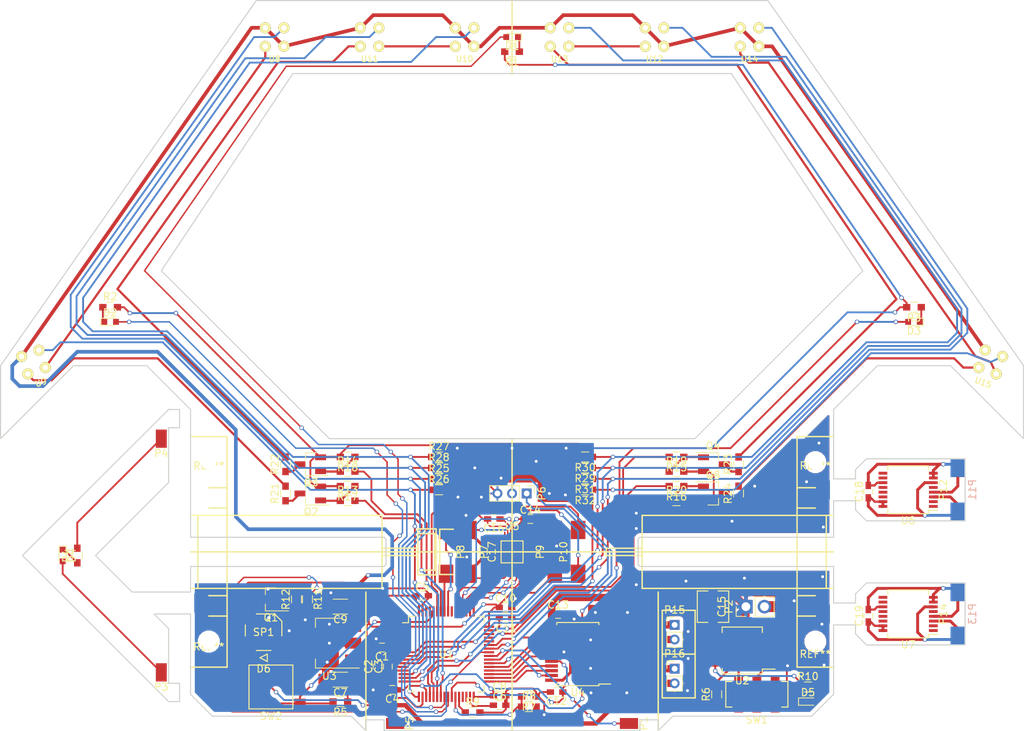
<source format=kicad_pcb>
(kicad_pcb (version 4) (host pcbnew 4.0.1-stable)
  (layers (0 F.Cu signal) (31 B.Cu signal) (34 B.Paste user) (35 F.Paste user) (36 B.SilkS user hide) (37 F.SilkS user hide) (38 B.Mask user) (39 F.Mask user) (44 Edge.Cuts user))
  (net 0 "")
  (net 1 "Net-(C1-Pad1)")
  (net 2 GND)
  (net 3 +3V3)
  (net 4 "Net-(C6-Pad1)")
  (net 5 +BATT)
  (net 6 "Net-(C11-Pad1)")
  (net 7 "Net-(C16-Pad1)")
  (net 8 "Net-(C18-Pad1)")
  (net 9 "Net-(C18-Pad2)")
  (net 10 "Net-(C19-Pad1)")
  (net 11 "Net-(C19-Pad2)")
  (net 12 UI_LED1)
  (net 13 "Net-(D1-Pad1)")
  (net 14 UI_LED2)
  (net 15 "Net-(D2-Pad1)")
  (net 16 UI_LED3)
  (net 17 "Net-(D3-Pad1)")
  (net 18 "Net-(D4-Pad2)")
  (net 19 "Net-(D4-Pad1)")
  (net 20 "Net-(D5-Pad2)")
  (net 21 "Net-(D6-Pad2)")
  (net 22 UI_LED4)
  (net 23 "Net-(P2-Pad2)")
  (net 24 "Net-(P4-Pad1)")
  (net 25 "Net-(P6-Pad1)")
  (net 26 "Net-(P6-Pad2)")
  (net 27 ENC1_B)
  (net 28 ENC1_A)
  (net 29 ENC2_B)
  (net 30 ENC2_A)
  (net 31 "Net-(P12-Pad1)")
  (net 32 "Net-(P12-Pad2)")
  (net 33 "Net-(P14-Pad1)")
  (net 34 "Net-(P14-Pad2)")
  (net 35 "Net-(P15-Pad1)")
  (net 36 "Net-(P15-Pad2)")
  (net 37 "Net-(P16-Pad1)")
  (net 38 "Net-(P16-Pad2)")
  (net 39 "Net-(Q1-Pad1)")
  (net 40 "Net-(Q2-Pad1)")
  (net 41 "Net-(Q2-Pad3)")
  (net 42 "Net-(Q3-Pad1)")
  (net 43 "Net-(Q3-Pad3)")
  (net 44 "Net-(Q4-Pad1)")
  (net 45 "Net-(Q4-Pad3)")
  (net 46 "Net-(Q5-Pad1)")
  (net 47 "Net-(Q5-Pad3)")
  (net 48 "Net-(R5-Pad2)")
  (net 49 "Net-(R6-Pad1)")
  (net 50 BATT_REF)
  (net 51 "Net-(R9-Pad1)")
  (net 52 BUZZER)
  (net 53 LED12)
  (net 54 LED34)
  (net 55 LED56)
  (net 56 LED78)
  (net 57 "Net-(R21-Pad2)")
  (net 58 "Net-(R22-Pad2)")
  (net 59 "Net-(R23-Pad2)")
  (net 60 "Net-(R24-Pad2)")
  (net 61 PT1)
  (net 62 PT2)
  (net 63 PT3)
  (net 64 PT4)
  (net 65 PT5)
  (net 66 PT6)
  (net 67 PT7)
  (net 68 PT8)
  (net 69 "Net-(SW1-Pad3)")
  (net 70 "Net-(U1-Pad2)")
  (net 71 "Net-(U1-Pad3)")
  (net 72 "Net-(U1-Pad4)")
  (net 73 "Net-(U1-Pad5)")
  (net 74 "Net-(U1-Pad6)")
  (net 75 "Net-(U1-Pad29)")
  (net 76 "Net-(U1-Pad30)")
  (net 77 AIN2)
  (net 78 AIN1)
  (net 79 STBY)
  (net 80 BIN1)
  (net 81 BIN2)
  (net 82 PWMA)
  (net 83 PWMB)
  (net 84 "Net-(U1-Pad44)")
  (net 85 "Net-(U1-Pad45)")
  (net 86 "Net-(U1-Pad46)")
  (net 87 "Net-(U1-Pad49)")
  (net 88 CS)
  (net 89 SCLK)
  (net 90 MISO)
  (net 91 MOSI)
  (net 92 "Net-(U1-Pad54)")
  (net 93 "Net-(U1-Pad55)")
  (net 94 "Net-(U1-Pad62)")
  (net 95 "Net-(U5-Pad2)")
  (net 96 "Net-(U5-Pad3)")
  (net 97 "Net-(U5-Pad4)")
  (net 98 "Net-(U5-Pad5)")
  (net 99 "Net-(U5-Pad6)")
  (net 100 "Net-(U5-Pad7)")
  (net 101 "Net-(U5-Pad12)")
  (net 102 "Net-(U5-Pad14)")
  (net 103 "Net-(U5-Pad15)")
  (net 104 "Net-(U5-Pad16)")
  (net 105 "Net-(U5-Pad17)")
  (net 106 "Net-(U5-Pad19)")
  (net 107 "Net-(U5-Pad21)")
  (net 108 "Net-(U6-Pad1)")
  (net 109 "Net-(U6-Pad2)")
  (net 110 "Net-(U6-Pad5)")
  (net 111 "Net-(U6-Pad9)")
  (net 112 "Net-(U6-Pad10)")
  (net 113 "Net-(U6-Pad12)")
  (net 114 "Net-(U6-Pad13)")
  (net 115 "Net-(U6-Pad14)")
  (net 116 "Net-(U7-Pad1)")
  (net 117 "Net-(U7-Pad2)")
  (net 118 "Net-(U7-Pad5)")
  (net 119 "Net-(U7-Pad9)")
  (net 120 "Net-(U7-Pad10)")
  (net 121 "Net-(U7-Pad12)")
  (net 122 "Net-(U7-Pad13)")
  (net 123 "Net-(U7-Pad14)")
  (net 124 "Net-(U8-Pad2)")
  (net 125 "Net-(U10-Pad2)")
  (net 126 "Net-(U12-Pad2)")
  (net 127 "Net-(U14-Pad2)")
  (module MyKicadFP:ENC_CON (layer F.Cu) (at 211 134 270)
    (fp_text reference P14 (at 0 2 270) (layer F.SilkS))
    (fp_text value CONN_01X02)
    (pad 1 smd rect (at -3 0 270) (size 2.5 2) (layers F.Cu F.Paste F.Mask) (net 33 "Net-(P14-Pad1)"))
    (pad 2 smd rect (at 3 0 270) (size 2.5 2) (layers F.Cu F.Paste F.Mask) (net 34 "Net-(P14-Pad2)"))
  )
  (module Housings_SSOP:SSOP-24_5.3x8.2mm_Pitch0.65mm (layer F.Cu) (at 159 139.5 180)
    (fp_text reference U4 (at 0 -5.25 180) (layer F.SilkS))
    (fp_text value TB6612FNG)
    (pad 1 smd rect (at -3.6 -3.575 180) (size 1.75 0.45) (layers F.Cu F.Paste F.Mask) (net 38 "Net-(P16-Pad2)"))
    (pad 2 smd rect (at -3.6 -2.925 180) (size 1.75 0.45) (layers F.Cu F.Paste F.Mask) (net 38 "Net-(P16-Pad2)"))
    (pad 3 smd rect (at -3.6 -2.275 180) (size 1.75 0.45) (layers F.Cu F.Paste F.Mask) (net 2 GND))
    (pad 4 smd rect (at -3.6 -1.625 180) (size 1.75 0.45) (layers F.Cu F.Paste F.Mask) (net 2 GND))
    (pad 5 smd rect (at -3.6 -0.975 180) (size 1.75 0.45) (layers F.Cu F.Paste F.Mask) (net 37 "Net-(P16-Pad1)"))
    (pad 6 smd rect (at -3.6 -0.325 180) (size 1.75 0.45) (layers F.Cu F.Paste F.Mask) (net 37 "Net-(P16-Pad1)"))
    (pad 7 smd rect (at -3.6 0.325 180) (size 1.75 0.45) (layers F.Cu F.Paste F.Mask) (net 36 "Net-(P15-Pad2)"))
    (pad 8 smd rect (at -3.6 0.975 180) (size 1.75 0.45) (layers F.Cu F.Paste F.Mask) (net 36 "Net-(P15-Pad2)"))
    (pad 9 smd rect (at -3.6 1.625 180) (size 1.75 0.45) (layers F.Cu F.Paste F.Mask) (net 2 GND))
    (pad 10 smd rect (at -3.6 2.275 180) (size 1.75 0.45) (layers F.Cu F.Paste F.Mask) (net 2 GND))
    (pad 11 smd rect (at -3.6 2.925 180) (size 1.75 0.45) (layers F.Cu F.Paste F.Mask) (net 35 "Net-(P15-Pad1)"))
    (pad 12 smd rect (at -3.6 3.575 180) (size 1.75 0.45) (layers F.Cu F.Paste F.Mask) (net 35 "Net-(P15-Pad1)"))
    (pad 13 smd rect (at 3.6 3.575 180) (size 1.75 0.45) (layers F.Cu F.Paste F.Mask) (net 5 +BATT))
    (pad 14 smd rect (at 3.6 2.925 180) (size 1.75 0.45) (layers F.Cu F.Paste F.Mask) (net 5 +BATT))
    (pad 15 smd rect (at 3.6 2.275 180) (size 1.75 0.45) (layers F.Cu F.Paste F.Mask) (net 83 PWMB))
    (pad 16 smd rect (at 3.6 1.625 180) (size 1.75 0.45) (layers F.Cu F.Paste F.Mask) (net 81 BIN2))
    (pad 17 smd rect (at 3.6 0.975 180) (size 1.75 0.45) (layers F.Cu F.Paste F.Mask) (net 80 BIN1))
    (pad 18 smd rect (at 3.6 0.325 180) (size 1.75 0.45) (layers F.Cu F.Paste F.Mask) (net 2 GND))
    (pad 19 smd rect (at 3.6 -0.325 180) (size 1.75 0.45) (layers F.Cu F.Paste F.Mask) (net 79 STBY))
    (pad 20 smd rect (at 3.6 -0.975 180) (size 1.75 0.45) (layers F.Cu F.Paste F.Mask) (net 3 +3V3))
    (pad 21 smd rect (at 3.6 -1.625 180) (size 1.75 0.45) (layers F.Cu F.Paste F.Mask) (net 78 AIN1))
    (pad 22 smd rect (at 3.6 -2.275 180) (size 1.75 0.45) (layers F.Cu F.Paste F.Mask) (net 77 AIN2))
    (pad 23 smd rect (at 3.6 -2.925 180) (size 1.75 0.45) (layers F.Cu F.Paste F.Mask) (net 82 PWMA))
    (pad 24 smd rect (at 3.6 -3.575 180) (size 1.75 0.45) (layers F.Cu F.Paste F.Mask) (net 5 +BATT))
  )
  (module Housings_SSOP:SSOP-16_5.3x6.2mm_Pitch0.65mm (layer F.Cu) (at 204.2 134 180)
    (fp_text reference U7 (at 0 -4.2 180) (layer F.SilkS))
    (fp_text value AS5145B)
    (pad 1 smd rect (at -3.45 -2.275 180) (size 1.2 0.4) (layers F.Cu F.Paste F.Mask) (net 116 "Net-(U7-Pad1)"))
    (pad 2 smd rect (at -3.45 -1.625 180) (size 1.2 0.4) (layers F.Cu F.Paste F.Mask) (net 117 "Net-(U7-Pad2)"))
    (pad 3 smd rect (at -3.45 -0.975 180) (size 1.2 0.4) (layers F.Cu F.Paste F.Mask) (net 34 "Net-(P14-Pad2)"))
    (pad 4 smd rect (at -3.45 -0.325 180) (size 1.2 0.4) (layers F.Cu F.Paste F.Mask) (net 33 "Net-(P14-Pad1)"))
    (pad 5 smd rect (at -3.45 0.325 180) (size 1.2 0.4) (layers F.Cu F.Paste F.Mask) (net 118 "Net-(U7-Pad5)"))
    (pad 6 smd rect (at -3.45 0.975 180) (size 1.2 0.4) (layers F.Cu F.Paste F.Mask) (net 10 "Net-(C19-Pad1)"))
    (pad 7 smd rect (at -3.45 1.625 180) (size 1.2 0.4) (layers F.Cu F.Paste F.Mask) (net 11 "Net-(C19-Pad2)"))
    (pad 8 smd rect (at -3.45 2.275 180) (size 1.2 0.4) (layers F.Cu F.Paste F.Mask) (net 11 "Net-(C19-Pad2)"))
    (pad 9 smd rect (at 3.45 2.275 180) (size 1.2 0.4) (layers F.Cu F.Paste F.Mask) (net 119 "Net-(U7-Pad9)"))
    (pad 10 smd rect (at 3.45 1.625 180) (size 1.2 0.4) (layers F.Cu F.Paste F.Mask) (net 120 "Net-(U7-Pad10)"))
    (pad 11 smd rect (at 3.45 0.975 180) (size 1.2 0.4) (layers F.Cu F.Paste F.Mask) (net 11 "Net-(C19-Pad2)"))
    (pad 12 smd rect (at 3.45 0.325 180) (size 1.2 0.4) (layers F.Cu F.Paste F.Mask) (net 121 "Net-(U7-Pad12)"))
    (pad 13 smd rect (at 3.45 -0.325 180) (size 1.2 0.4) (layers F.Cu F.Paste F.Mask) (net 122 "Net-(U7-Pad13)"))
    (pad 14 smd rect (at 3.45 -0.975 180) (size 1.2 0.4) (layers F.Cu F.Paste F.Mask) (net 123 "Net-(U7-Pad14)"))
    (pad 15 smd rect (at 3.45 -1.625 180) (size 1.2 0.4) (layers F.Cu F.Paste F.Mask) (net 10 "Net-(C19-Pad1)"))
    (pad 16 smd rect (at 3.45 -2.275 180) (size 1.2 0.4) (layers F.Cu F.Paste F.Mask) (net 10 "Net-(C19-Pad1)"))
  )
  (module MyKicadFP:C_0603_HandSoldering (layer F.Cu) (at 132.2 138.6 180)
    (fp_text reference C1 (at 0 -1.25 180) (layer F.SilkS))
    (fp_text value 0.1u)
    (pad 1 smd rect (at -0.85 0 180) (size 1 0.75) (layers F.Cu F.Paste F.Mask) (net 1 "Net-(C1-Pad1)"))
    (pad 2 smd rect (at 0.85 0 180) (size 1 0.75) (layers F.Cu F.Paste F.Mask) (net 2 GND))
  )
  (module MyKicadFP:C_0603_HandSoldering (layer F.Cu) (at 131.6 141.2 90)
    (fp_text reference C2 (at 0 -1.25 90) (layer F.SilkS))
    (fp_text value 1u)
    (pad 1 smd rect (at -0.85 0 90) (size 1 0.75) (layers F.Cu F.Paste F.Mask) (net 3 +3V3))
    (pad 2 smd rect (at 0.85 0 90) (size 1 0.75) (layers F.Cu F.Paste F.Mask) (net 2 GND))
  )
  (module MyKicadFP:C_0603_HandSoldering (layer F.Cu) (at 133 141.2 90)
    (fp_text reference C3 (at 0 -1.25 90) (layer F.SilkS))
    (fp_text value 0.1u)
    (pad 1 smd rect (at -0.85 0 90) (size 1 0.75) (layers F.Cu F.Paste F.Mask) (net 3 +3V3))
    (pad 2 smd rect (at 0.85 0 90) (size 1 0.75) (layers F.Cu F.Paste F.Mask) (net 2 GND))
  )
  (module MyKicadFP:C_0603_HandSoldering (layer F.Cu) (at 133.6 144.4 180)
    (fp_text reference C4 (at 0 -1.25 180) (layer F.SilkS))
    (fp_text value 0.1u)
    (pad 1 smd rect (at -0.85 0 180) (size 1 0.75) (layers F.Cu F.Paste F.Mask) (net 3 +3V3))
    (pad 2 smd rect (at 0.85 0 180) (size 1 0.75) (layers F.Cu F.Paste F.Mask) (net 2 GND))
  )
  (module MyKicadFP:C_0603_HandSoldering (layer F.Cu) (at 137.7 131.5)
    (fp_text reference C5 (at 0 -1.25) (layer F.SilkS))
    (fp_text value 0.1u)
    (pad 1 smd rect (at -0.85 0) (size 1 0.75) (layers F.Cu F.Paste F.Mask) (net 3 +3V3))
    (pad 2 smd rect (at 0.85 0) (size 1 0.75) (layers F.Cu F.Paste F.Mask) (net 2 GND))
  )
  (module MyKicadFP:C_0603_HandSoldering (layer F.Cu) (at 148.3 146.5)
    (fp_text reference C6 (at 0 -1.25) (layer F.SilkS))
    (fp_text value 2.2u)
    (pad 1 smd rect (at -0.85 0) (size 1 0.75) (layers F.Cu F.Paste F.Mask) (net 4 "Net-(C6-Pad1)"))
    (pad 2 smd rect (at 0.85 0) (size 1 0.75) (layers F.Cu F.Paste F.Mask) (net 2 GND))
  )
  (module Capacitors_SMD:C_1206_HandSoldering (layer F.Cu) (at 126.5 143 180)
    (fp_text reference C7 (at 0 -1.75 180) (layer F.SilkS))
    (fp_text value 10u)
    (pad 1 smd rect (at -2 0 180) (size 2 1.6) (layers F.Cu F.Paste F.Mask) (net 5 +BATT))
    (pad 2 smd rect (at 2 0 180) (size 2 1.6) (layers F.Cu F.Paste F.Mask) (net 2 GND))
  )
  (module MyKicadFP:C_0603_HandSoldering (layer F.Cu) (at 148.3 145.2)
    (fp_text reference C8 (at 0 -1.25) (layer F.SilkS))
    (fp_text value 0.1u)
    (pad 1 smd rect (at -0.85 0) (size 1 0.75) (layers F.Cu F.Paste F.Mask) (net 3 +3V3))
    (pad 2 smd rect (at 0.85 0) (size 1 0.75) (layers F.Cu F.Paste F.Mask) (net 2 GND))
  )
  (module Capacitors_SMD:C_1206_HandSoldering (layer F.Cu) (at 126.5 133 180)
    (fp_text reference C9 (at 0 -1.75 180) (layer F.SilkS))
    (fp_text value 10u)
    (pad 1 smd rect (at -2 0 180) (size 2 1.6) (layers F.Cu F.Paste F.Mask) (net 3 +3V3))
    (pad 2 smd rect (at 2 0 180) (size 2 1.6) (layers F.Cu F.Paste F.Mask) (net 2 GND))
  )
  (module MyKicadFP:C_0603_HandSoldering (layer F.Cu) (at 149.1 133.1)
    (fp_text reference C10 (at 0 -1.25) (layer F.SilkS))
    (fp_text value 0.1u)
    (pad 1 smd rect (at -0.85 0) (size 1 0.75) (layers F.Cu F.Paste F.Mask) (net 3 +3V3))
    (pad 2 smd rect (at 0.85 0) (size 1 0.75) (layers F.Cu F.Paste F.Mask) (net 2 GND))
  )
  (module MyKicadFP:C_0603_HandSoldering (layer F.Cu) (at 149.1 134.5)
    (fp_text reference C11 (at 0.1 1.5) (layer F.SilkS))
    (fp_text value 2.2u)
    (pad 1 smd rect (at -0.85 0) (size 1 0.75) (layers F.Cu F.Paste F.Mask) (net 6 "Net-(C11-Pad1)"))
    (pad 2 smd rect (at 0.85 0) (size 1 0.75) (layers F.Cu F.Paste F.Mask) (net 2 GND))
  )
  (module MyKicadFP:C_0603_HandSoldering (layer F.Cu) (at 156.1 144.7 180)
    (fp_text reference C12 (at 0 -1.25 180) (layer F.SilkS))
    (fp_text value 0.1u)
    (pad 1 smd rect (at -0.85 0 180) (size 1 0.75) (layers F.Cu F.Paste F.Mask) (net 3 +3V3))
    (pad 2 smd rect (at 0.85 0 180) (size 1 0.75) (layers F.Cu F.Paste F.Mask) (net 2 GND))
  )
  (module MyKicadFP:C_0603_HandSoldering (layer F.Cu) (at 156.3 134)
    (fp_text reference C13 (at 0 -1.25) (layer F.SilkS))
    (fp_text value 0.1u)
    (pad 1 smd rect (at -0.85 0) (size 1 0.75) (layers F.Cu F.Paste F.Mask) (net 5 +BATT))
    (pad 2 smd rect (at 0.85 0) (size 1 0.75) (layers F.Cu F.Paste F.Mask) (net 2 GND))
  )
  (module MyKicadFP:C_0603_HandSoldering (layer F.Cu) (at 152.5 121)
    (fp_text reference C14 (at 0 -1.25) (layer F.SilkS))
    (fp_text value 0.01u)
    (pad 1 smd rect (at -0.85 0) (size 1 0.75) (layers F.Cu F.Paste F.Mask) (net 3 +3V3))
    (pad 2 smd rect (at 0.85 0) (size 1 0.75) (layers F.Cu F.Paste F.Mask) (net 2 GND))
  )
  (module MyKicadFP:C_0603_HandSoldering (layer F.Cu) (at 147.5 121 180)
    (fp_text reference C16 (at 0 -1.25 180) (layer F.SilkS))
    (fp_text value 0.1u)
    (pad 1 smd rect (at -0.85 0 180) (size 1 0.75) (layers F.Cu F.Paste F.Mask) (net 7 "Net-(C16-Pad1)"))
    (pad 2 smd rect (at 0.85 0 180) (size 1 0.75) (layers F.Cu F.Paste F.Mask) (net 2 GND))
  )
  (module MyKicadFP:C_0603_HandSoldering (layer F.Cu) (at 146 125.5 270)
    (fp_text reference C17 (at 0 -1.25 270) (layer F.SilkS))
    (fp_text value 0.1u)
    (pad 1 smd rect (at -0.85 0 270) (size 1 0.75) (layers F.Cu F.Paste F.Mask) (net 3 +3V3))
    (pad 2 smd rect (at 0.85 0 270) (size 1 0.75) (layers F.Cu F.Paste F.Mask) (net 2 GND))
  )
  (module MyKicadFP:C_0603_HandSoldering (layer F.Cu) (at 198.75 117.25 90)
    (fp_text reference C18 (at 0 -1.25 90) (layer F.SilkS))
    (fp_text value 0.1u)
    (pad 1 smd rect (at -0.85 0 90) (size 1 0.75) (layers F.Cu F.Paste F.Mask) (net 8 "Net-(C18-Pad1)"))
    (pad 2 smd rect (at 0.85 0 90) (size 1 0.75) (layers F.Cu F.Paste F.Mask) (net 9 "Net-(C18-Pad2)"))
  )
  (module MyKicadFP:C_0603_HandSoldering (layer F.Cu) (at 198.75 134.25 90)
    (fp_text reference C19 (at 0 -1.25 90) (layer F.SilkS))
    (fp_text value 0.1u)
    (pad 1 smd rect (at -0.85 0 90) (size 1 0.75) (layers F.Cu F.Paste F.Mask) (net 10 "Net-(C19-Pad1)"))
    (pad 2 smd rect (at 0.85 0 90) (size 1 0.75) (layers F.Cu F.Paste F.Mask) (net 11 "Net-(C19-Pad2)"))
  )
  (module LEDs:LED_0603 (layer F.Cu) (at 150 55 180)
    (fp_text reference D1 (at 0 -1.25 180) (layer F.SilkS))
    (fp_text value LED)
    (pad 2 smd rect (at 0.8 0) (size 0.8 0.8) (layers F.Cu F.Paste F.Mask) (net 12 UI_LED1))
    (pad 1 smd rect (at -0.8 0) (size 0.8 0.8) (layers F.Cu F.Paste F.Mask) (net 13 "Net-(D1-Pad1)"))
  )
  (module LEDs:LED_0603 (layer F.Cu) (at 95 94)
    (fp_text reference D2 (at 0 -1.25) (layer F.SilkS))
    (fp_text value LED)
    (pad 2 smd rect (at 0.8 0 180) (size 0.8 0.8) (layers F.Cu F.Paste F.Mask) (net 14 UI_LED2))
    (pad 1 smd rect (at -0.8 0 180) (size 0.8 0.8) (layers F.Cu F.Paste F.Mask) (net 15 "Net-(D2-Pad1)"))
  )
  (module LEDs:LED_0603 (layer F.Cu) (at 205 94 180)
    (fp_text reference D3 (at 0 -1.25 180) (layer F.SilkS))
    (fp_text value LED)
    (pad 2 smd rect (at 0.8 0) (size 0.8 0.8) (layers F.Cu F.Paste F.Mask) (net 16 UI_LED3))
    (pad 1 smd rect (at -0.8 0) (size 0.8 0.8) (layers F.Cu F.Paste F.Mask) (net 17 "Net-(D3-Pad1)"))
  )
  (module LEDs:LED_0603 (layer F.Cu) (at 88.5 126 270)
    (fp_text reference D4 (at 0 -1.25 270) (layer F.SilkS))
    (fp_text value LED)
    (pad 2 smd rect (at 0.8 0 90) (size 0.8 0.8) (layers F.Cu F.Paste F.Mask) (net 18 "Net-(D4-Pad2)"))
    (pad 1 smd rect (at -0.8 0 90) (size 0.8 0.8) (layers F.Cu F.Paste F.Mask) (net 19 "Net-(D4-Pad1)"))
  )
  (module LEDs:LED_0603 (layer F.Cu) (at 190.5 146)
    (fp_text reference D5 (at 0 -1.25) (layer F.SilkS))
    (fp_text value Led_Small)
    (pad 2 smd rect (at 0.8 0 180) (size 0.8 0.8) (layers F.Cu F.Paste F.Mask) (net 20 "Net-(D5-Pad2)"))
    (pad 1 smd rect (at -0.8 0 180) (size 0.8 0.8) (layers F.Cu F.Paste F.Mask) (net 2 GND))
  )
  (module MyKicadFP:CUS520 (layer F.Cu) (at 116 140)
    (fp_text reference D6 (at 0 1.5) (layer F.SilkS))
    (fp_text value D_Schottky_Small)
    (pad 1 smd rect (at -1.15 0) (size 0.8 0.9) (layers F.Cu F.Paste F.Mask) (net 5 +BATT))
    (pad 2 smd rect (at 1.15 0) (size 0.8 0.9) (layers F.Cu F.Paste F.Mask) (net 21 "Net-(D6-Pad2)"))
  )
  (module MyKicadFP:CON_TAIL (layer F.Cu) (at 166 149 90)
    (fp_text reference P1 (at 0 2 90) (layer F.SilkS))
    (fp_text value CONN_01X01)
    (pad 1 smd rect (at 0 0 90) (size 1.5 2.5) (layers F.Cu F.Paste F.Mask) (net 22 UI_LED4))
  )
  (module Pin_Headers:Pin_Header_Straight_1x02_Pitch2.54mm (layer F.Cu) (at 182 133 90)
    (fp_text reference P2 (at 0 -2.33 90) (layer F.SilkS))
    (fp_text value CONN_01X02)
    (pad 1 thru_hole rect (at 0 0 90) (size 1.85 1.85) (drill 1.2) (layers *.Cu *.Mask) (net 2 GND))
    (pad 2 thru_hole oval (at 0 2.54 90) (size 1.85 1.85) (drill 1.2) (layers *.Cu *.Mask) (net 23 "Net-(P2-Pad2)"))
  )
  (module MyKicadFP:CON_TAIL (layer F.Cu) (at 102 142)
    (fp_text reference P3 (at 0 2) (layer F.SilkS))
    (fp_text value CONN_01X01)
    (pad 1 smd rect (at 0 0) (size 1.5 2.5) (layers F.Cu F.Paste F.Mask) (net 18 "Net-(D4-Pad2)"))
  )
  (module MyKicadFP:CON_TAIL (layer F.Cu) (at 102 110)
    (fp_text reference P4 (at 0 2) (layer F.SilkS))
    (fp_text value CONN_01X01)
    (pad 1 smd rect (at 0 0) (size 1.5 2.5) (layers F.Cu F.Paste F.Mask) (net 24 "Net-(P4-Pad1)"))
  )
  (module MyKicadFP:CON_TAIL (layer F.Cu) (at 134 149 90)
    (fp_text reference P5 (at 0 2 90) (layer F.SilkS))
    (fp_text value CONN_01X01)
    (pad 1 smd rect (at 0 0 90) (size 1.5 2.5) (layers F.Cu F.Paste F.Mask) (net 2 GND))
  )
  (module Pin_Headers:Pin_Header_Straight_1x03_Pitch2.00mm (layer F.Cu) (at 152 117.5 270)
    (fp_text reference P6 (at 0 -2.06 270) (layer F.SilkS))
    (fp_text value CONN_01X03)
    (pad 1 thru_hole rect (at 0 0 270) (size 1.35 1.35) (drill 0.8) (layers *.Cu *.Mask) (net 25 "Net-(P6-Pad1)"))
    (pad 2 thru_hole oval (at 0 2 270) (size 1.35 1.35) (drill 0.8) (layers *.Cu *.Mask) (net 26 "Net-(P6-Pad2)"))
    (pad 3 thru_hole oval (at 0 4 270) (size 1.35 1.35) (drill 0.8) (layers *.Cu *.Mask) (net 2 GND))
  )
  (module Pin_Headers:Pin_Header_Straight_1x02_Pitch2.00mm (layer F.Cu) (at 172.25 135.5)
    (fp_text reference P15 (at 0 -2.06) (layer F.SilkS))
    (fp_text value CONN_01X02)
    (pad 1 thru_hole rect (at 0 0) (size 1.35 1.35) (drill 0.8) (layers *.Cu *.Mask) (net 35 "Net-(P15-Pad1)"))
    (pad 2 thru_hole oval (at 0 2) (size 1.35 1.35) (drill 0.8) (layers *.Cu *.Mask) (net 36 "Net-(P15-Pad2)"))
  )
  (module Pin_Headers:Pin_Header_Straight_1x02_Pitch2.00mm (layer F.Cu) (at 172.25 141.5)
    (fp_text reference P16 (at 0 -2.06) (layer F.SilkS))
    (fp_text value CONN_01X02)
    (pad 1 thru_hole rect (at 0 0) (size 1.35 1.35) (drill 0.8) (layers *.Cu *.Mask) (net 37 "Net-(P16-Pad1)"))
    (pad 2 thru_hole oval (at 0 2) (size 1.35 1.35) (drill 0.8) (layers *.Cu *.Mask) (net 38 "Net-(P16-Pad2)"))
  )
  (module MyKicadFP:SOT-23_Handsoldering (layer F.Cu) (at 117 132 180)
    (fp_text reference Q1 (at 0 -2.5 180) (layer F.SilkS))
    (fp_text value IRLML6344)
    (pad 1 smd rect (at -1.3 -0.95 180) (size 1.5 0.8) (layers F.Cu F.Paste F.Mask) (net 39 "Net-(Q1-Pad1)"))
    (pad 2 smd rect (at -1.3 0.95 180) (size 1.5 0.8) (layers F.Cu F.Paste F.Mask) (net 2 GND))
    (pad 3 smd rect (at 1.53 0 180) (size 1.5 0.8) (layers F.Cu F.Paste F.Mask) (net 21 "Net-(D6-Pad2)"))
  )
  (module MyKicadFP:SOT-23_Handsoldering (layer F.Cu) (at 122.5 117.5 180)
    (fp_text reference Q2 (at 0 -2.5 180) (layer F.SilkS))
    (fp_text value IRLML6344)
    (pad 1 smd rect (at -1.3 -0.95 180) (size 1.5 0.8) (layers F.Cu F.Paste F.Mask) (net 40 "Net-(Q2-Pad1)"))
    (pad 2 smd rect (at -1.3 0.95 180) (size 1.5 0.8) (layers F.Cu F.Paste F.Mask) (net 2 GND))
    (pad 3 smd rect (at 1.53 0 180) (size 1.5 0.8) (layers F.Cu F.Paste F.Mask) (net 41 "Net-(Q2-Pad3)"))
  )
  (module MyKicadFP:SOT-23_Handsoldering (layer F.Cu) (at 122.5 113.5 180)
    (fp_text reference Q3 (at 0 -2.5 180) (layer F.SilkS))
    (fp_text value IRLML6344)
    (pad 1 smd rect (at -1.3 -0.95 180) (size 1.5 0.8) (layers F.Cu F.Paste F.Mask) (net 42 "Net-(Q3-Pad1)"))
    (pad 2 smd rect (at -1.3 0.95 180) (size 1.5 0.8) (layers F.Cu F.Paste F.Mask) (net 2 GND))
    (pad 3 smd rect (at 1.53 0 180) (size 1.5 0.8) (layers F.Cu F.Paste F.Mask) (net 43 "Net-(Q3-Pad3)"))
  )
  (module MyKicadFP:SOT-23_Handsoldering (layer F.Cu) (at 177.5 113.5)
    (fp_text reference Q4 (at 0 -2.5) (layer F.SilkS))
    (fp_text value IRLML6344)
    (pad 1 smd rect (at -1.3 -0.95) (size 1.5 0.8) (layers F.Cu F.Paste F.Mask) (net 44 "Net-(Q4-Pad1)"))
    (pad 2 smd rect (at -1.3 0.95) (size 1.5 0.8) (layers F.Cu F.Paste F.Mask) (net 2 GND))
    (pad 3 smd rect (at 1.53 0) (size 1.5 0.8) (layers F.Cu F.Paste F.Mask) (net 45 "Net-(Q4-Pad3)"))
  )
  (module MyKicadFP:SOT-23_Handsoldering (layer F.Cu) (at 177.5 117.5)
    (fp_text reference Q5 (at 0 -2.5) (layer F.SilkS))
    (fp_text value IRLML6344)
    (pad 1 smd rect (at -1.3 -0.95) (size 1.5 0.8) (layers F.Cu F.Paste F.Mask) (net 46 "Net-(Q5-Pad1)"))
    (pad 2 smd rect (at -1.3 0.95) (size 1.5 0.8) (layers F.Cu F.Paste F.Mask) (net 2 GND))
    (pad 3 smd rect (at 1.53 0) (size 1.5 0.8) (layers F.Cu F.Paste F.Mask) (net 47 "Net-(Q5-Pad3)"))
  )
  (module MyKicadFP:R_0603_HandSoldering (layer F.Cu) (at 150 57 180)
    (fp_text reference R1 (at 0 -1.45 180) (layer F.SilkS))
    (fp_text value 200)
    (pad 1 smd rect (at -1 0 180) (size 1 0.9) (layers F.Cu F.Paste F.Mask) (net 13 "Net-(D1-Pad1)"))
    (pad 2 smd rect (at 1 0 180) (size 1 0.9) (layers F.Cu F.Paste F.Mask) (net 2 GND))
  )
  (module MyKicadFP:R_0603_HandSoldering (layer F.Cu) (at 95 92)
    (fp_text reference R2 (at 0 -1.45) (layer F.SilkS))
    (fp_text value 200)
    (pad 1 smd rect (at -1 0) (size 1 0.9) (layers F.Cu F.Paste F.Mask) (net 15 "Net-(D2-Pad1)"))
    (pad 2 smd rect (at 1 0) (size 1 0.9) (layers F.Cu F.Paste F.Mask) (net 2 GND))
  )
  (module MyKicadFP:R_0603_HandSoldering (layer F.Cu) (at 205 92 180)
    (fp_text reference R3 (at 0 -1.45 180) (layer F.SilkS))
    (fp_text value 200)
    (pad 1 smd rect (at -1 0 180) (size 1 0.9) (layers F.Cu F.Paste F.Mask) (net 17 "Net-(D3-Pad1)"))
    (pad 2 smd rect (at 1 0 180) (size 1 0.9) (layers F.Cu F.Paste F.Mask) (net 2 GND))
  )
  (module MyKicadFP:R_0603_HandSoldering (layer F.Cu) (at 90.5 126 90)
    (fp_text reference R4 (at 0 -1.45 90) (layer F.SilkS))
    (fp_text value 200)
    (pad 1 smd rect (at -1 0 90) (size 1 0.9) (layers F.Cu F.Paste F.Mask) (net 19 "Net-(D4-Pad1)"))
    (pad 2 smd rect (at 1 0 90) (size 1 0.9) (layers F.Cu F.Paste F.Mask) (net 24 "Net-(P4-Pad1)"))
  )
  (module MyKicadFP:R_0603_HandSoldering (layer F.Cu) (at 126.5 146 180)
    (fp_text reference R5 (at 0 -1.45 180) (layer F.SilkS))
    (fp_text value 10k)
    (pad 1 smd rect (at -1 0 180) (size 1 0.9) (layers F.Cu F.Paste F.Mask) (net 2 GND))
    (pad 2 smd rect (at 1 0 180) (size 1 0.9) (layers F.Cu F.Paste F.Mask) (net 48 "Net-(R5-Pad2)"))
  )
  (module MyKicadFP:R_0603_HandSoldering (layer F.Cu) (at 178 145 90)
    (fp_text reference R6 (at 0 -1.45 90) (layer F.SilkS))
    (fp_text value 47k)
    (pad 1 smd rect (at -1 0 90) (size 1 0.9) (layers F.Cu F.Paste F.Mask) (net 49 "Net-(R6-Pad1)"))
    (pad 2 smd rect (at 1 0 90) (size 1 0.9) (layers F.Cu F.Paste F.Mask) (net 2 GND))
  )
  (module MyKicadFP:R_0603_HandSoldering (layer F.Cu) (at 152.3 145.3 180)
    (fp_text reference R7 (at 0 -1.45 180) (layer F.SilkS))
    (fp_text value 10k)
    (pad 1 smd rect (at -1 0 180) (size 1 0.9) (layers F.Cu F.Paste F.Mask) (net 2 GND))
    (pad 2 smd rect (at 1 0 180) (size 1 0.9) (layers F.Cu F.Paste F.Mask) (net 50 BATT_REF))
  )
  (module MyKicadFP:R_0603_HandSoldering (layer F.Cu) (at 152.3 146.7)
    (fp_text reference R8 (at 0 -1.45) (layer F.SilkS))
    (fp_text value 10k)
    (pad 1 smd rect (at -1 0) (size 1 0.9) (layers F.Cu F.Paste F.Mask) (net 50 BATT_REF))
    (pad 2 smd rect (at 1 0) (size 1 0.9) (layers F.Cu F.Paste F.Mask) (net 5 +BATT))
  )
  (module MyKicadFP:R_0603_HandSoldering (layer F.Cu) (at 144.6 147.5)
    (fp_text reference R9 (at 0 -1.45) (layer F.SilkS))
    (fp_text value 10k)
    (pad 1 smd rect (at -1 0) (size 1 0.9) (layers F.Cu F.Paste F.Mask) (net 51 "Net-(R9-Pad1)"))
    (pad 2 smd rect (at 1 0) (size 1 0.9) (layers F.Cu F.Paste F.Mask) (net 2 GND))
  )
  (module MyKicadFP:R_0603_HandSoldering (layer F.Cu) (at 190.5 144)
    (fp_text reference R10 (at 0 -1.45) (layer F.SilkS))
    (fp_text value 470)
    (pad 1 smd rect (at -1 0) (size 1 0.9) (layers F.Cu F.Paste F.Mask) (net 5 +BATT))
    (pad 2 smd rect (at 1 0) (size 1 0.9) (layers F.Cu F.Paste F.Mask) (net 20 "Net-(D5-Pad2)"))
  )
  (module MyKicadFP:R_0603_HandSoldering (layer F.Cu) (at 122 132 270)
    (fp_text reference R11 (at 0 -1.45 270) (layer F.SilkS))
    (fp_text value 470)
    (pad 1 smd rect (at -1 0 270) (size 1 0.9) (layers F.Cu F.Paste F.Mask) (net 52 BUZZER))
    (pad 2 smd rect (at 1 0 270) (size 1 0.9) (layers F.Cu F.Paste F.Mask) (net 39 "Net-(Q1-Pad1)"))
  )
  (module MyKicadFP:R_0603_HandSoldering (layer F.Cu) (at 120.5 132 90)
    (fp_text reference R12 (at 0 -1.45 90) (layer F.SilkS))
    (fp_text value 100k)
    (pad 1 smd rect (at -1 0 90) (size 1 0.9) (layers F.Cu F.Paste F.Mask) (net 39 "Net-(Q1-Pad1)"))
    (pad 2 smd rect (at 1 0 90) (size 1 0.9) (layers F.Cu F.Paste F.Mask) (net 2 GND))
  )
  (module MyKicadFP:R_0603_HandSoldering (layer F.Cu) (at 127.5 118.5)
    (fp_text reference R13 (at 0 -1.45) (layer F.SilkS))
    (fp_text value 470)
    (pad 1 smd rect (at -1 0) (size 1 0.9) (layers F.Cu F.Paste F.Mask) (net 40 "Net-(Q2-Pad1)"))
    (pad 2 smd rect (at 1 0) (size 1 0.9) (layers F.Cu F.Paste F.Mask) (net 53 LED12))
  )
  (module MyKicadFP:R_0603_HandSoldering (layer F.Cu) (at 127.5 114.5)
    (fp_text reference R14 (at 0 -1.45) (layer F.SilkS))
    (fp_text value 470)
    (pad 1 smd rect (at -1 0) (size 1 0.9) (layers F.Cu F.Paste F.Mask) (net 42 "Net-(Q3-Pad1)"))
    (pad 2 smd rect (at 1 0) (size 1 0.9) (layers F.Cu F.Paste F.Mask) (net 54 LED34))
  )
  (module MyKicadFP:R_0603_HandSoldering (layer F.Cu) (at 172.5 112.5 180)
    (fp_text reference R15 (at 0 -1.45 180) (layer F.SilkS))
    (fp_text value 470)
    (pad 1 smd rect (at -1 0 180) (size 1 0.9) (layers F.Cu F.Paste F.Mask) (net 44 "Net-(Q4-Pad1)"))
    (pad 2 smd rect (at 1 0 180) (size 1 0.9) (layers F.Cu F.Paste F.Mask) (net 55 LED56))
  )
  (module MyKicadFP:R_0603_HandSoldering (layer F.Cu) (at 172.5 116.5 180)
    (fp_text reference R16 (at 0 -1.45 180) (layer F.SilkS))
    (fp_text value 470)
    (pad 1 smd rect (at -1 0 180) (size 1 0.9) (layers F.Cu F.Paste F.Mask) (net 46 "Net-(Q5-Pad1)"))
    (pad 2 smd rect (at 1 0 180) (size 1 0.9) (layers F.Cu F.Paste F.Mask) (net 56 LED78))
  )
  (module MyKicadFP:R_0603_HandSoldering (layer F.Cu) (at 127.5 116.5 180)
    (fp_text reference R17 (at 0 -1.45 180) (layer F.SilkS))
    (fp_text value 100k)
    (pad 1 smd rect (at -1 0 180) (size 1 0.9) (layers F.Cu F.Paste F.Mask) (net 40 "Net-(Q2-Pad1)"))
    (pad 2 smd rect (at 1 0 180) (size 1 0.9) (layers F.Cu F.Paste F.Mask) (net 2 GND))
  )
  (module MyKicadFP:R_0603_HandSoldering (layer F.Cu) (at 127.5 112.5 180)
    (fp_text reference R18 (at 0 -1.45 180) (layer F.SilkS))
    (fp_text value 100k)
    (pad 1 smd rect (at -1 0 180) (size 1 0.9) (layers F.Cu F.Paste F.Mask) (net 42 "Net-(Q3-Pad1)"))
    (pad 2 smd rect (at 1 0 180) (size 1 0.9) (layers F.Cu F.Paste F.Mask) (net 2 GND))
  )
  (module MyKicadFP:R_0603_HandSoldering (layer F.Cu) (at 172.5 114.5)
    (fp_text reference R19 (at 0 -1.45) (layer F.SilkS))
    (fp_text value 100k)
    (pad 1 smd rect (at -1 0) (size 1 0.9) (layers F.Cu F.Paste F.Mask) (net 44 "Net-(Q4-Pad1)"))
    (pad 2 smd rect (at 1 0) (size 1 0.9) (layers F.Cu F.Paste F.Mask) (net 2 GND))
  )
  (module MyKicadFP:R_0603_HandSoldering (layer F.Cu) (at 172.5 118.5)
    (fp_text reference R20 (at 0 -1.45) (layer F.SilkS))
    (fp_text value 100k)
    (pad 1 smd rect (at -1 0) (size 1 0.9) (layers F.Cu F.Paste F.Mask) (net 46 "Net-(Q5-Pad1)"))
    (pad 2 smd rect (at 1 0) (size 1 0.9) (layers F.Cu F.Paste F.Mask) (net 2 GND))
  )
  (module MyKicadFP:R_0603_HandSoldering (layer F.Cu) (at 119 117.5 90)
    (fp_text reference R21 (at 0 -1.45 90) (layer F.SilkS))
    (fp_text value 15)
    (pad 1 smd rect (at -1 0 90) (size 1 0.9) (layers F.Cu F.Paste F.Mask) (net 41 "Net-(Q2-Pad3)"))
    (pad 2 smd rect (at 1 0 90) (size 1 0.9) (layers F.Cu F.Paste F.Mask) (net 57 "Net-(R21-Pad2)"))
  )
  (module MyKicadFP:R_0603_HandSoldering (layer F.Cu) (at 119 113.5 90)
    (fp_text reference R22 (at 0 -1.45 90) (layer F.SilkS))
    (fp_text value 15)
    (pad 1 smd rect (at -1 0 90) (size 1 0.9) (layers F.Cu F.Paste F.Mask) (net 43 "Net-(Q3-Pad3)"))
    (pad 2 smd rect (at 1 0 90) (size 1 0.9) (layers F.Cu F.Paste F.Mask) (net 58 "Net-(R22-Pad2)"))
  )
  (module MyKicadFP:R_0603_HandSoldering (layer F.Cu) (at 181 113.5 90)
    (fp_text reference R23 (at 0 -1.45 90) (layer F.SilkS))
    (fp_text value 15)
    (pad 1 smd rect (at -1 0 90) (size 1 0.9) (layers F.Cu F.Paste F.Mask) (net 45 "Net-(Q4-Pad3)"))
    (pad 2 smd rect (at 1 0 90) (size 1 0.9) (layers F.Cu F.Paste F.Mask) (net 59 "Net-(R23-Pad2)"))
  )
  (module MyKicadFP:R_0603_HandSoldering (layer F.Cu) (at 181 117.5 90)
    (fp_text reference R24 (at 0 -1.45 90) (layer F.SilkS))
    (fp_text value 15)
    (pad 1 smd rect (at -1 0 90) (size 1 0.9) (layers F.Cu F.Paste F.Mask) (net 47 "Net-(Q5-Pad3)"))
    (pad 2 smd rect (at 1 0 90) (size 1 0.9) (layers F.Cu F.Paste F.Mask) (net 60 "Net-(R24-Pad2)"))
  )
  (module MyKicadFP:R_0603_HandSoldering (layer F.Cu) (at 140 115.5)
    (fp_text reference R25 (at 0 -1.45) (layer F.SilkS))
    (fp_text value 1k)
    (pad 1 smd rect (at -1 0) (size 1 0.9) (layers F.Cu F.Paste F.Mask) (net 61 PT1))
    (pad 2 smd rect (at 1 0) (size 1 0.9) (layers F.Cu F.Paste F.Mask) (net 2 GND))
  )
  (module MyKicadFP:R_0603_HandSoldering (layer F.Cu) (at 140 117)
    (fp_text reference R26 (at 0 -1.45) (layer F.SilkS))
    (fp_text value 1k)
    (pad 1 smd rect (at -1 0) (size 1 0.9) (layers F.Cu F.Paste F.Mask) (net 62 PT2))
    (pad 2 smd rect (at 1 0) (size 1 0.9) (layers F.Cu F.Paste F.Mask) (net 2 GND))
  )
  (module MyKicadFP:R_0603_HandSoldering (layer F.Cu) (at 140 112.5)
    (fp_text reference R27 (at 0 -1.45) (layer F.SilkS))
    (fp_text value 1k)
    (pad 1 smd rect (at -1 0) (size 1 0.9) (layers F.Cu F.Paste F.Mask) (net 63 PT3))
    (pad 2 smd rect (at 1 0) (size 1 0.9) (layers F.Cu F.Paste F.Mask) (net 2 GND))
  )
  (module MyKicadFP:R_0603_HandSoldering (layer F.Cu) (at 140 114)
    (fp_text reference R28 (at 0 -1.45) (layer F.SilkS))
    (fp_text value 1k)
    (pad 1 smd rect (at -1 0) (size 1 0.9) (layers F.Cu F.Paste F.Mask) (net 64 PT4))
    (pad 2 smd rect (at 1 0) (size 1 0.9) (layers F.Cu F.Paste F.Mask) (net 2 GND))
  )
  (module MyKicadFP:R_0603_HandSoldering (layer F.Cu) (at 160 114 180)
    (fp_text reference R29 (at 0 -1.45 180) (layer F.SilkS))
    (fp_text value 1k)
    (pad 1 smd rect (at -1 0 180) (size 1 0.9) (layers F.Cu F.Paste F.Mask) (net 65 PT5))
    (pad 2 smd rect (at 1 0 180) (size 1 0.9) (layers F.Cu F.Paste F.Mask) (net 2 GND))
  )
  (module MyKicadFP:R_0603_HandSoldering (layer F.Cu) (at 160 112.5 180)
    (fp_text reference R30 (at 0 -1.45 180) (layer F.SilkS))
    (fp_text value 1k)
    (pad 1 smd rect (at -1 0 180) (size 1 0.9) (layers F.Cu F.Paste F.Mask) (net 66 PT6))
    (pad 2 smd rect (at 1 0 180) (size 1 0.9) (layers F.Cu F.Paste F.Mask) (net 2 GND))
  )
  (module MyKicadFP:R_0603_HandSoldering (layer F.Cu) (at 160 115.5 180)
    (fp_text reference R31 (at 0 -1.45 180) (layer F.SilkS))
    (fp_text value 1k)
    (pad 1 smd rect (at -1 0 180) (size 1 0.9) (layers F.Cu F.Paste F.Mask) (net 67 PT7))
    (pad 2 smd rect (at 1 0 180) (size 1 0.9) (layers F.Cu F.Paste F.Mask) (net 2 GND))
  )
  (module MyKicadFP:R_0603_HandSoldering (layer F.Cu) (at 160 117 180)
    (fp_text reference R32 (at 0 -1.45 180) (layer F.SilkS))
    (fp_text value 1k)
    (pad 1 smd rect (at -1 0 180) (size 1 0.9) (layers F.Cu F.Paste F.Mask) (net 68 PT8))
    (pad 2 smd rect (at 1 0 180) (size 1 0.9) (layers F.Cu F.Paste F.Mask) (net 2 GND))
  )
  (module MyKicadFP:LQFP64 (layer F.Cu) (at 141 139.5)
    (fp_text reference U1 (at 0 0) (layer F.SilkS))
    (fp_text value STM32F405RGT6)
    (pad 1 smd rect (at -5.85 -3.75) (size 1.4 0.3) (layers F.Cu F.Paste F.Mask) (net 3 +3V3))
    (pad 2 smd rect (at -5.85 -3.25) (size 1.4 0.3) (layers F.Cu F.Paste F.Mask) (net 70 "Net-(U1-Pad2)"))
    (pad 3 smd rect (at -5.85 -2.75) (size 1.4 0.3) (layers F.Cu F.Paste F.Mask) (net 71 "Net-(U1-Pad3)"))
    (pad 4 smd rect (at -5.85 -2.25) (size 1.4 0.3) (layers F.Cu F.Paste F.Mask) (net 72 "Net-(U1-Pad4)"))
    (pad 5 smd rect (at -5.85 -1.75) (size 1.4 0.3) (layers F.Cu F.Paste F.Mask) (net 73 "Net-(U1-Pad5)"))
    (pad 6 smd rect (at -5.85 -1.25) (size 1.4 0.3) (layers F.Cu F.Paste F.Mask) (net 74 "Net-(U1-Pad6)"))
    (pad 7 smd rect (at -5.85 -0.75) (size 1.4 0.3) (layers F.Cu F.Paste F.Mask) (net 1 "Net-(C1-Pad1)"))
    (pad 8 smd rect (at -5.85 -0.25) (size 1.4 0.3) (layers F.Cu F.Paste F.Mask) (net 68 PT8))
    (pad 9 smd rect (at -5.85 0.25) (size 1.4 0.3) (layers F.Cu F.Paste F.Mask) (net 67 PT7))
    (pad 10 smd rect (at -5.85 0.75) (size 1.4 0.3) (layers F.Cu F.Paste F.Mask) (net 66 PT6))
    (pad 11 smd rect (at -5.85 1.25) (size 1.4 0.3) (layers F.Cu F.Paste F.Mask) (net 65 PT5))
    (pad 12 smd rect (at -5.85 1.75) (size 1.4 0.3) (layers F.Cu F.Paste F.Mask) (net 2 GND))
    (pad 13 smd rect (at -5.85 2.25) (size 1.4 0.3) (layers F.Cu F.Paste F.Mask) (net 3 +3V3))
    (pad 14 smd rect (at -5.85 2.75) (size 1.4 0.3) (layers F.Cu F.Paste F.Mask) (net 64 PT4))
    (pad 15 smd rect (at -5.85 3.25) (size 1.4 0.3) (layers F.Cu F.Paste F.Mask) (net 63 PT3))
    (pad 16 smd rect (at -5.85 3.75) (size 1.4 0.3) (layers F.Cu F.Paste F.Mask) (net 62 PT2))
    (pad 17 smd rect (at -3.75 5.85 90) (size 1.4 0.3) (layers F.Cu F.Paste F.Mask) (net 61 PT1))
    (pad 18 smd rect (at -3.25 5.85 90) (size 1.4 0.3) (layers F.Cu F.Paste F.Mask) (net 2 GND))
    (pad 19 smd rect (at -2.75 5.85 90) (size 1.4 0.3) (layers F.Cu F.Paste F.Mask) (net 3 +3V3))
    (pad 20 smd rect (at -2.25 5.85 90) (size 1.4 0.3) (layers F.Cu F.Paste F.Mask) (net 56 LED78))
    (pad 21 smd rect (at -1.75 5.85 90) (size 1.4 0.3) (layers F.Cu F.Paste F.Mask) (net 55 LED56))
    (pad 22 smd rect (at -1.25 5.85 90) (size 1.4 0.3) (layers F.Cu F.Paste F.Mask) (net 54 LED34))
    (pad 23 smd rect (at -0.75 5.85 90) (size 1.4 0.3) (layers F.Cu F.Paste F.Mask) (net 53 LED12))
    (pad 24 smd rect (at -0.25 5.85 90) (size 1.4 0.3) (layers F.Cu F.Paste F.Mask) (net 12 UI_LED1))
    (pad 25 smd rect (at 0.25 5.85 90) (size 1.4 0.3) (layers F.Cu F.Paste F.Mask) (net 14 UI_LED2))
    (pad 26 smd rect (at 0.75 5.85 90) (size 1.4 0.3) (layers F.Cu F.Paste F.Mask) (net 16 UI_LED3))
    (pad 27 smd rect (at 1.25 5.85 90) (size 1.4 0.3) (layers F.Cu F.Paste F.Mask) (net 50 BATT_REF))
    (pad 28 smd rect (at 1.75 5.85 90) (size 1.4 0.3) (layers F.Cu F.Paste F.Mask) (net 51 "Net-(R9-Pad1)"))
    (pad 29 smd rect (at 2.25 5.85 90) (size 1.4 0.3) (layers F.Cu F.Paste F.Mask) (net 75 "Net-(U1-Pad29)"))
    (pad 30 smd rect (at 2.75 5.85 90) (size 1.4 0.3) (layers F.Cu F.Paste F.Mask) (net 76 "Net-(U1-Pad30)"))
    (pad 31 smd rect (at 3.25 5.85 90) (size 1.4 0.3) (layers F.Cu F.Paste F.Mask) (net 4 "Net-(C6-Pad1)"))
    (pad 32 smd rect (at 3.75 5.85 90) (size 1.4 0.3) (layers F.Cu F.Paste F.Mask) (net 3 +3V3))
    (pad 33 smd rect (at 5.85 3.75) (size 1.4 0.3) (layers F.Cu F.Paste F.Mask) (net 77 AIN2))
    (pad 34 smd rect (at 5.85 3.25) (size 1.4 0.3) (layers F.Cu F.Paste F.Mask) (net 78 AIN1))
    (pad 35 smd rect (at 5.85 2.75) (size 1.4 0.3) (layers F.Cu F.Paste F.Mask) (net 79 STBY))
    (pad 36 smd rect (at 5.85 2.25) (size 1.4 0.3) (layers F.Cu F.Paste F.Mask) (net 80 BIN1))
    (pad 37 smd rect (at 5.85 1.75) (size 1.4 0.3) (layers F.Cu F.Paste F.Mask) (net 81 BIN2))
    (pad 38 smd rect (at 5.85 1.25) (size 1.4 0.3) (layers F.Cu F.Paste F.Mask) (net 82 PWMA))
    (pad 39 smd rect (at 5.85 0.75) (size 1.4 0.3) (layers F.Cu F.Paste F.Mask) (net 83 PWMB))
    (pad 40 smd rect (at 5.85 0.25) (size 1.4 0.3) (layers F.Cu F.Paste F.Mask) (net 22 UI_LED4))
    (pad 41 smd rect (at 5.85 -0.25) (size 1.4 0.3) (layers F.Cu F.Paste F.Mask) (net 52 BUZZER))
    (pad 42 smd rect (at 5.85 -0.75) (size 1.4 0.3) (layers F.Cu F.Paste F.Mask) (net 26 "Net-(P6-Pad2)"))
    (pad 43 smd rect (at 5.85 -1.25) (size 1.4 0.3) (layers F.Cu F.Paste F.Mask) (net 25 "Net-(P6-Pad1)"))
    (pad 44 smd rect (at 5.85 -1.75) (size 1.4 0.3) (layers F.Cu F.Paste F.Mask) (net 84 "Net-(U1-Pad44)"))
    (pad 45 smd rect (at 5.85 -2.25) (size 1.4 0.3) (layers F.Cu F.Paste F.Mask) (net 85 "Net-(U1-Pad45)"))
    (pad 46 smd rect (at 5.85 -2.75) (size 1.4 0.3) (layers F.Cu F.Paste F.Mask) (net 86 "Net-(U1-Pad46)"))
    (pad 47 smd rect (at 5.85 -3.25) (size 1.4 0.3) (layers F.Cu F.Paste F.Mask) (net 6 "Net-(C11-Pad1)"))
    (pad 48 smd rect (at 5.85 -3.75) (size 1.4 0.3) (layers F.Cu F.Paste F.Mask) (net 3 +3V3))
    (pad 49 smd rect (at 3.75 -5.85 90) (size 1.4 0.3) (layers F.Cu F.Paste F.Mask) (net 87 "Net-(U1-Pad49)"))
    (pad 50 smd rect (at 3.25 -5.85 90) (size 1.4 0.3) (layers F.Cu F.Paste F.Mask) (net 88 CS))
    (pad 51 smd rect (at 2.75 -5.85 90) (size 1.4 0.3) (layers F.Cu F.Paste F.Mask) (net 89 SCLK))
    (pad 52 smd rect (at 2.25 -5.85 90) (size 1.4 0.3) (layers F.Cu F.Paste F.Mask) (net 90 MISO))
    (pad 53 smd rect (at 1.75 -5.85 90) (size 1.4 0.3) (layers F.Cu F.Paste F.Mask) (net 91 MOSI))
    (pad 54 smd rect (at 1.25 -5.85 90) (size 1.4 0.3) (layers F.Cu F.Paste F.Mask) (net 92 "Net-(U1-Pad54)"))
    (pad 55 smd rect (at 0.75 -5.85 90) (size 1.4 0.3) (layers F.Cu F.Paste F.Mask) (net 93 "Net-(U1-Pad55)"))
    (pad 56 smd rect (at 0.25 -5.85 90) (size 1.4 0.3) (layers F.Cu F.Paste F.Mask) (net 28 ENC1_A))
    (pad 57 smd rect (at -0.25 -5.85 90) (size 1.4 0.3) (layers F.Cu F.Paste F.Mask) (net 27 ENC1_B))
    (pad 58 smd rect (at -0.75 -5.85 90) (size 1.4 0.3) (layers F.Cu F.Paste F.Mask) (net 30 ENC2_A))
    (pad 59 smd rect (at -1.25 -5.85 90) (size 1.4 0.3) (layers F.Cu F.Paste F.Mask) (net 29 ENC2_B))
    (pad 60 smd rect (at -1.75 -5.85 90) (size 1.4 0.3) (layers F.Cu F.Paste F.Mask) (net 48 "Net-(R5-Pad2)"))
    (pad 61 smd rect (at -2.25 -5.85 90) (size 1.4 0.3) (layers F.Cu F.Paste F.Mask) (net 48 "Net-(R5-Pad2)"))
    (pad 62 smd rect (at -2.75 -5.85 90) (size 1.4 0.3) (layers F.Cu F.Paste F.Mask) (net 94 "Net-(U1-Pad62)"))
    (pad 63 smd rect (at -3.25 -5.85 90) (size 1.4 0.3) (layers F.Cu F.Paste F.Mask) (net 2 GND))
    (pad 64 smd rect (at -3.75 -5.85 90) (size 1.4 0.3) (layers F.Cu F.Paste F.Mask) (net 3 +3V3))
  )
  (module Housings_SOIC:SO-8_5.3x6.2mm_Pitch1.27mm (layer F.Cu) (at 181.5 139 180)
    (fp_text reference U2 (at 0 -4.13 180) (layer F.SilkS))
    (fp_text value STS7PF30L)
    (pad 1 smd rect (at -3.7 -1.905 180) (size 1.75 0.55) (layers F.Cu F.Paste F.Mask) (net 23 "Net-(P2-Pad2)"))
    (pad 2 smd rect (at -3.7 -0.635 180) (size 1.75 0.55) (layers F.Cu F.Paste F.Mask) (net 23 "Net-(P2-Pad2)"))
    (pad 3 smd rect (at -3.7 0.635 180) (size 1.75 0.55) (layers F.Cu F.Paste F.Mask) (net 23 "Net-(P2-Pad2)"))
    (pad 4 smd rect (at -3.7 1.905 180) (size 1.75 0.55) (layers F.Cu F.Paste F.Mask) (net 49 "Net-(R6-Pad1)"))
    (pad 5 smd rect (at 3.7 1.905 180) (size 1.75 0.55) (layers F.Cu F.Paste F.Mask) (net 5 +BATT))
    (pad 6 smd rect (at 3.7 0.635 180) (size 1.75 0.55) (layers F.Cu F.Paste F.Mask) (net 5 +BATT))
    (pad 7 smd rect (at 3.7 -0.635 180) (size 1.75 0.55) (layers F.Cu F.Paste F.Mask) (net 5 +BATT))
    (pad 8 smd rect (at 3.7 -1.905 180) (size 1.75 0.55) (layers F.Cu F.Paste F.Mask) (net 5 +BATT))
  )
  (module MyKicadFP:My_SOT-223 (layer F.Cu) (at 125 138 180)
    (fp_text reference U3 (at 0 -4.5 180) (layer F.SilkS))
    (fp_text value LT1963A)
    (pad 4 smd rect (at 3.25 0 180) (size 2.2 3.8) (layers F.Cu F.Paste F.Mask) (net 2 GND))
    (pad 2 smd rect (at -3.25 0 180) (size 2.2 1.5) (layers F.Cu F.Paste F.Mask) (net 2 GND))
    (pad 3 smd rect (at -3.25 2.3 180) (size 2.2 1.5) (layers F.Cu F.Paste F.Mask) (net 3 +3V3))
    (pad 1 smd rect (at -3.25 -2.3 180) (size 2.2 1.5) (layers F.Cu F.Paste F.Mask) (net 5 +BATT))
  )
  (module MyKicadFP:MPU9250 (layer F.Cu) (at 150 125.5 180)
    (fp_text reference U5 (at 0 3.5 180) (layer F.SilkS))
    (fp_text value MPU-9250)
    (pad 1 smd rect (at -2.05 -1 180) (size 1.4 0.2) (layers F.Cu F.Paste F.Mask) (net 3 +3V3))
    (pad 2 smd rect (at -2 -0.6 180) (size 1.5 0.2) (layers F.Cu F.Paste F.Mask) (net 95 "Net-(U5-Pad2)"))
    (pad 3 smd rect (at -2 -0.2 180) (size 1.5 0.2) (layers F.Cu F.Paste F.Mask) (net 96 "Net-(U5-Pad3)"))
    (pad 4 smd rect (at -2 0.2 180) (size 1.5 0.2) (layers F.Cu F.Paste F.Mask) (net 97 "Net-(U5-Pad4)"))
    (pad 5 smd rect (at -2 0.6 180) (size 1.5 0.2) (layers F.Cu F.Paste F.Mask) (net 98 "Net-(U5-Pad5)"))
    (pad 6 smd rect (at -2.05 1 180) (size 1.4 0.2) (layers F.Cu F.Paste F.Mask) (net 99 "Net-(U5-Pad6)"))
    (pad 7 smd rect (at -1 2.05 180) (size 0.2 1.4) (layers F.Cu F.Paste F.Mask) (net 100 "Net-(U5-Pad7)"))
    (pad 8 smd rect (at -0.6 2 180) (size 0.2 1.5) (layers F.Cu F.Paste F.Mask) (net 3 +3V3))
    (pad 9 smd rect (at -0.2 2 180) (size 0.2 1.5) (layers F.Cu F.Paste F.Mask) (net 90 MISO))
    (pad 10 smd rect (at 0.2 2 180) (size 0.2 1.5) (layers F.Cu F.Paste F.Mask) (net 7 "Net-(C16-Pad1)"))
    (pad 11 smd rect (at 0.6 2 180) (size 0.2 1.5) (layers F.Cu F.Paste F.Mask) (net 2 GND))
    (pad 12 smd rect (at 1 2.05 180) (size 0.2 1.4) (layers F.Cu F.Paste F.Mask) (net 101 "Net-(U5-Pad12)"))
    (pad 13 smd rect (at 2.05 1 180) (size 1.4 0.2) (layers F.Cu F.Paste F.Mask) (net 3 +3V3))
    (pad 14 smd rect (at 2 0.6 180) (size 1.5 0.2) (layers F.Cu F.Paste F.Mask) (net 102 "Net-(U5-Pad14)"))
    (pad 15 smd rect (at 2 0.2 180) (size 1.5 0.2) (layers F.Cu F.Paste F.Mask) (net 103 "Net-(U5-Pad15)"))
    (pad 16 smd rect (at 2 -0.2 180) (size 1.5 0.2) (layers F.Cu F.Paste F.Mask) (net 104 "Net-(U5-Pad16)"))
    (pad 17 smd rect (at 2 -0.6 180) (size 1.5 0.2) (layers F.Cu F.Paste F.Mask) (net 105 "Net-(U5-Pad17)"))
    (pad 18 smd rect (at 2.05 -1 180) (size 1.4 0.2) (layers F.Cu F.Paste F.Mask) (net 2 GND))
    (pad 19 smd rect (at 1 -2.05 180) (size 0.2 1.4) (layers F.Cu F.Paste F.Mask) (net 106 "Net-(U5-Pad19)"))
    (pad 20 smd rect (at 0.6 -2 180) (size 0.2 1.5) (layers F.Cu F.Paste F.Mask) (net 2 GND))
    (pad 21 smd rect (at 0.2 -2 180) (size 0.2 1.5) (layers F.Cu F.Paste F.Mask) (net 107 "Net-(U5-Pad21)"))
    (pad 22 smd rect (at -0.2 -2 180) (size 0.2 1.5) (layers F.Cu F.Paste F.Mask) (net 88 CS))
    (pad 23 smd rect (at -0.6 -2 180) (size 0.2 1.5) (layers F.Cu F.Paste F.Mask) (net 89 SCLK))
    (pad 24 smd rect (at -1 -2.05 180) (size 0.2 1.4) (layers F.Cu F.Paste F.Mask) (net 91 MOSI))
  )
  (module Housings_SSOP:SSOP-16_5.3x6.2mm_Pitch0.65mm (layer F.Cu) (at 204.2 117 180)
    (fp_text reference U6 (at 0 -4.2 180) (layer F.SilkS))
    (fp_text value AS5145B)
    (pad 1 smd rect (at -3.45 -2.275 180) (size 1.2 0.4) (layers F.Cu F.Paste F.Mask) (net 108 "Net-(U6-Pad1)"))
    (pad 2 smd rect (at -3.45 -1.625 180) (size 1.2 0.4) (layers F.Cu F.Paste F.Mask) (net 109 "Net-(U6-Pad2)"))
    (pad 3 smd rect (at -3.45 -0.975 180) (size 1.2 0.4) (layers F.Cu F.Paste F.Mask) (net 32 "Net-(P12-Pad2)"))
    (pad 4 smd rect (at -3.45 -0.325 180) (size 1.2 0.4) (layers F.Cu F.Paste F.Mask) (net 31 "Net-(P12-Pad1)"))
    (pad 5 smd rect (at -3.45 0.325 180) (size 1.2 0.4) (layers F.Cu F.Paste F.Mask) (net 110 "Net-(U6-Pad5)"))
    (pad 6 smd rect (at -3.45 0.975 180) (size 1.2 0.4) (layers F.Cu F.Paste F.Mask) (net 8 "Net-(C18-Pad1)"))
    (pad 7 smd rect (at -3.45 1.625 180) (size 1.2 0.4) (layers F.Cu F.Paste F.Mask) (net 9 "Net-(C18-Pad2)"))
    (pad 8 smd rect (at -3.45 2.275 180) (size 1.2 0.4) (layers F.Cu F.Paste F.Mask) (net 9 "Net-(C18-Pad2)"))
    (pad 9 smd rect (at 3.45 2.275 180) (size 1.2 0.4) (layers F.Cu F.Paste F.Mask) (net 111 "Net-(U6-Pad9)"))
    (pad 10 smd rect (at 3.45 1.625 180) (size 1.2 0.4) (layers F.Cu F.Paste F.Mask) (net 112 "Net-(U6-Pad10)"))
    (pad 11 smd rect (at 3.45 0.975 180) (size 1.2 0.4) (layers F.Cu F.Paste F.Mask) (net 9 "Net-(C18-Pad2)"))
    (pad 12 smd rect (at 3.45 0.325 180) (size 1.2 0.4) (layers F.Cu F.Paste F.Mask) (net 113 "Net-(U6-Pad12)"))
    (pad 13 smd rect (at 3.45 -0.325 180) (size 1.2 0.4) (layers F.Cu F.Paste F.Mask) (net 114 "Net-(U6-Pad13)"))
    (pad 14 smd rect (at 3.45 -0.975 180) (size 1.2 0.4) (layers F.Cu F.Paste F.Mask) (net 115 "Net-(U6-Pad14)"))
    (pad 15 smd rect (at 3.45 -1.625 180) (size 1.2 0.4) (layers F.Cu F.Paste F.Mask) (net 8 "Net-(C18-Pad1)"))
    (pad 16 smd rect (at 3.45 -2.275 180) (size 1.2 0.4) (layers F.Cu F.Paste F.Mask) (net 8 "Net-(C18-Pad1)"))
  )
  (module MyKicadFP:LBR127HLD (layer F.Cu) (at 117.5 55)
    (fp_text reference U8 (at 0 3 180) (layer F.SilkS) (effects (font (size 0.8 0.8))))
    (fp_text value PHOTOTRANSISTOR1)
    (pad 3 thru_hole circle (at 1.27 -1.27) (size 1.524 1.524) (drill 0.762) (layers *.Cu *.Mask F.SilkS) (net 61 PT1))
    (pad 4 thru_hole circle (at -1.27 -1.27) (size 1.524 1.524) (drill 0.762) (layers *.Cu *.Mask F.SilkS) (net 3 +3V3))
    (pad 1 thru_hole circle (at 1.27 1.27) (size 1.524 1.524) (drill 0.762) (layers *.Cu *.Mask F.SilkS) (net 3 +3V3))
    (pad 2 thru_hole circle (at -1.27 1.27) (size 1.524 1.524) (drill 0.762) (layers *.Cu *.Mask F.SilkS) (net 124 "Net-(U8-Pad2)"))
  )
  (module MyKicadFP:LBR127HLD (layer F.Cu) (at 84.5 99.5 20)
    (fp_text reference U9 (at 0 3 200) (layer F.SilkS) (effects (font (size 0.8 0.8))))
    (fp_text value PHOTOTRANSISTOR2)
    (pad 3 thru_hole circle (at 1.27 -1.27 20) (size 1.524 1.524) (drill 0.762) (layers *.Cu *.Mask F.SilkS) (net 62 PT2))
    (pad 4 thru_hole circle (at -1.27 -1.27 20) (size 1.524 1.524) (drill 0.762) (layers *.Cu *.Mask F.SilkS) (net 3 +3V3))
    (pad 1 thru_hole circle (at 1.27 1.27 20) (size 1.524 1.524) (drill 0.762) (layers *.Cu *.Mask F.SilkS) (net 124 "Net-(U8-Pad2)"))
    (pad 2 thru_hole circle (at -1.27 1.27 20) (size 1.524 1.524) (drill 0.762) (layers *.Cu *.Mask F.SilkS) (net 57 "Net-(R21-Pad2)"))
  )
  (module MyKicadFP:LBR127HLD (layer F.Cu) (at 143.5 55)
    (fp_text reference U10 (at 0 3 180) (layer F.SilkS) (effects (font (size 0.8 0.8))))
    (fp_text value PHOTOTRANSISTOR3)
    (pad 3 thru_hole circle (at 1.27 -1.27) (size 1.524 1.524) (drill 0.762) (layers *.Cu *.Mask F.SilkS) (net 63 PT3))
    (pad 4 thru_hole circle (at -1.27 -1.27) (size 1.524 1.524) (drill 0.762) (layers *.Cu *.Mask F.SilkS) (net 3 +3V3))
    (pad 1 thru_hole circle (at 1.27 1.27) (size 1.524 1.524) (drill 0.762) (layers *.Cu *.Mask F.SilkS) (net 3 +3V3))
    (pad 2 thru_hole circle (at -1.27 1.27) (size 1.524 1.524) (drill 0.762) (layers *.Cu *.Mask F.SilkS) (net 125 "Net-(U10-Pad2)"))
  )
  (module MyKicadFP:LBR127HLD (layer F.Cu) (at 130.5 55)
    (fp_text reference U11 (at 0 3 180) (layer F.SilkS) (effects (font (size 0.8 0.8))))
    (fp_text value PHOTOTRANSISTOR4)
    (pad 3 thru_hole circle (at 1.27 -1.27) (size 1.524 1.524) (drill 0.762) (layers *.Cu *.Mask F.SilkS) (net 64 PT4))
    (pad 4 thru_hole circle (at -1.27 -1.27) (size 1.524 1.524) (drill 0.762) (layers *.Cu *.Mask F.SilkS) (net 3 +3V3))
    (pad 1 thru_hole circle (at 1.27 1.27) (size 1.524 1.524) (drill 0.762) (layers *.Cu *.Mask F.SilkS) (net 125 "Net-(U10-Pad2)"))
    (pad 2 thru_hole circle (at -1.27 1.27) (size 1.524 1.524) (drill 0.762) (layers *.Cu *.Mask F.SilkS) (net 58 "Net-(R22-Pad2)"))
  )
  (module MyKicadFP:LBR127HLD (layer F.Cu) (at 169.5 55)
    (fp_text reference U12 (at 0 3 180) (layer F.SilkS) (effects (font (size 0.8 0.8))))
    (fp_text value PHOTOTRANSISTOR5)
    (pad 3 thru_hole circle (at 1.27 -1.27) (size 1.524 1.524) (drill 0.762) (layers *.Cu *.Mask F.SilkS) (net 65 PT5))
    (pad 4 thru_hole circle (at -1.27 -1.27) (size 1.524 1.524) (drill 0.762) (layers *.Cu *.Mask F.SilkS) (net 3 +3V3))
    (pad 1 thru_hole circle (at 1.27 1.27) (size 1.524 1.524) (drill 0.762) (layers *.Cu *.Mask F.SilkS) (net 3 +3V3))
    (pad 2 thru_hole circle (at -1.27 1.27) (size 1.524 1.524) (drill 0.762) (layers *.Cu *.Mask F.SilkS) (net 126 "Net-(U12-Pad2)"))
  )
  (module MyKicadFP:LBR127HLD (layer F.Cu) (at 156.5 55)
    (fp_text reference U13 (at 0 3 180) (layer F.SilkS) (effects (font (size 0.8 0.8))))
    (fp_text value PHOTOTRANSISTOR6)
    (pad 3 thru_hole circle (at 1.27 -1.27) (size 1.524 1.524) (drill 0.762) (layers *.Cu *.Mask F.SilkS) (net 66 PT6))
    (pad 4 thru_hole circle (at -1.27 -1.27) (size 1.524 1.524) (drill 0.762) (layers *.Cu *.Mask F.SilkS) (net 3 +3V3))
    (pad 1 thru_hole circle (at 1.27 1.27) (size 1.524 1.524) (drill 0.762) (layers *.Cu *.Mask F.SilkS) (net 126 "Net-(U12-Pad2)"))
    (pad 2 thru_hole circle (at -1.27 1.27) (size 1.524 1.524) (drill 0.762) (layers *.Cu *.Mask F.SilkS) (net 59 "Net-(R23-Pad2)"))
  )
  (module MyKicadFP:LBR127HLD (layer F.Cu) (at 182.5 55)
    (fp_text reference U14 (at 0 3 180) (layer F.SilkS) (effects (font (size 0.8 0.8))))
    (fp_text value PHOTOTRANSISTOR7)
    (pad 3 thru_hole circle (at 1.27 -1.27) (size 1.524 1.524) (drill 0.762) (layers *.Cu *.Mask F.SilkS) (net 67 PT7))
    (pad 4 thru_hole circle (at -1.27 -1.27) (size 1.524 1.524) (drill 0.762) (layers *.Cu *.Mask F.SilkS) (net 3 +3V3))
    (pad 1 thru_hole circle (at 1.27 1.27) (size 1.524 1.524) (drill 0.762) (layers *.Cu *.Mask F.SilkS) (net 3 +3V3))
    (pad 2 thru_hole circle (at -1.27 1.27) (size 1.524 1.524) (drill 0.762) (layers *.Cu *.Mask F.SilkS) (net 127 "Net-(U14-Pad2)"))
  )
  (module MyKicadFP:LBR127HLD (layer F.Cu) (at 215.5 99.5 340)
    (fp_text reference U15 (at 0 3 520) (layer F.SilkS) (effects (font (size 0.8 0.8))))
    (fp_text value PHOTOTRANSISTOR8)
    (pad 3 thru_hole circle (at 1.27 -1.27 340) (size 1.524 1.524) (drill 0.762) (layers *.Cu *.Mask F.SilkS) (net 68 PT8))
    (pad 4 thru_hole circle (at -1.27 -1.27 340) (size 1.524 1.524) (drill 0.762) (layers *.Cu *.Mask F.SilkS) (net 3 +3V3))
    (pad 1 thru_hole circle (at 1.27 1.27 340) (size 1.524 1.524) (drill 0.762) (layers *.Cu *.Mask F.SilkS) (net 127 "Net-(U14-Pad2)"))
    (pad 2 thru_hole circle (at -1.27 1.27 340) (size 1.524 1.524) (drill 0.762) (layers *.Cu *.Mask F.SilkS) (net 60 "Net-(R24-Pad2)"))
  )
  (module MyKicadFP:PTS645SM43 (layer F.Cu) (at 117 144)
    (fp_text reference SW2 (at 0 4) (layer F.SilkS))
    (fp_text value SW_PUSH)
    (pad 1 smd rect (at -3.975 -2.25) (size 1.55 1.3) (layers F.Cu F.Paste F.Mask) (net 3 +3V3))
    (pad 1 smd rect (at 3.975 -2.25) (size 1.55 1.3) (layers F.Cu F.Paste F.Mask) (net 3 +3V3))
    (pad 2 smd rect (at -3.975 2.25) (size 1.55 1.3) (layers F.Cu F.Paste F.Mask) (net 48 "Net-(R5-Pad2)"))
    (pad 2 smd rect (at 3.975 2.25) (size 1.55 1.3) (layers F.Cu F.Paste F.Mask) (net 48 "Net-(R5-Pad2)"))
  )
  (module MyKicadFP:SMT-0540-S-R (layer F.Cu) (at 116 136.5)
    (fp_text reference SP1 (at 0 0) (layer F.SilkS))
    (fp_text value SPEAKER)
    (pad ~ smd rect (at -2.55 -1.9) (size 1.7 1.3) (layers F.Cu F.Paste F.Mask))
    (pad 1 smd rect (at -2.45 1.6) (size 1.9 1.3) (layers F.Cu F.Paste F.Mask) (net 5 +BATT))
    (pad 2 smd rect (at 2.45 1.65) (size 1.9 1.3) (layers F.Cu F.Paste F.Mask) (net 21 "Net-(D6-Pad2)"))
  )
  (module MyKicadFP:CL-SB-22A-01 (layer F.Cu) (at 183.5 145)
    (fp_text reference SW1 (at 0 3.5) (layer F.SilkS))
    (fp_text value SWITCH)
    (pad 1 smd rect (at -2.5 0) (size 1.2 5) (layers F.Cu F.Paste F.Mask) (net 49 "Net-(R6-Pad1)"))
    (pad 2 smd rect (at 0 0) (size 1.2 5) (layers F.Cu F.Paste F.Mask) (net 23 "Net-(P2-Pad2)"))
    (pad 3 smd rect (at 2.5 0) (size 1.2 5) (layers F.Cu F.Paste F.Mask) (net 69 "Net-(SW1-Pad3)"))
  )
  (module MyKicadFP:Hole (layer F.Cu) (at 108.5 113.215)
    (fp_text reference REF** (at 0 0.5) (layer F.SilkS))
    (fp_text value Hole)
    (pad "" np_thru_hole circle (at 0 0) (size 2 2) (drill 2) (layers *.Cu *.Mask F.SilkS))
  )
  (module MyKicadFP:Hole (layer F.Cu) (at 108.5 138)
    (fp_text reference REF** (at 0 0.5) (layer F.SilkS))
    (fp_text value Hole)
    (pad "" np_thru_hole circle (at 0 -0.215) (size 2 2) (drill 2) (layers *.Cu *.Mask F.SilkS))
  )
  (module MyKicadFP:Hole (layer F.Cu) (at 191.5 113.215)
    (fp_text reference REF** (at 0 0.5) (layer F.SilkS))
    (fp_text value Hole)
    (pad "" np_thru_hole circle (at 0 0) (size 2 2) (drill 2) (layers *.Cu *.Mask F.SilkS))
  )
  (module MyKicadFP:Hole (layer F.Cu) (at 191.5 139)
    (fp_text reference REF** (at 0 0.5) (layer F.SilkS))
    (fp_text value Hole)
    (pad "" np_thru_hole circle (at 0 -1.215) (size 2 2) (drill 2) (layers *.Cu *.Mask F.SilkS))
  )
  (module MyKicadFP:AlumiC (layer F.Cu) (at 177.5 133 90)
    (fp_text reference C15 (at 0 1.2 90) (layer F.SilkS))
    (fp_text value 10u)
    (pad 1 smd rect (at -1.85 0 90) (size 2.5 1) (layers F.Cu F.Paste F.Mask) (net 5 +BATT))
    (pad 2 smd rect (at 1.85 0 90) (size 2.5 1) (layers F.Cu F.Paste F.Mask) (net 2 GND))
  )
  (module MyKicadFP:ENC_CON (layer B.Cu) (at 211 117 270)
    (fp_text reference P11 (at 0 -2 270) (layer B.SilkS) (effects (justify mirror)))
    (fp_text value CONN_01X02)
    (pad 1 smd rect (at -3 0 270) (size 2.5 2) (layers B.Cu B.Paste B.Mask) (net 9 "Net-(C18-Pad2)"))
    (pad 2 smd rect (at 3 0 270) (size 2.5 2) (layers B.Cu B.Paste B.Mask) (net 8 "Net-(C18-Pad1)"))
  )
  (module MyKicadFP:ENC_CON (layer F.Cu) (at 211 117 270)
    (fp_text reference P12 (at 0 2 270) (layer F.SilkS))
    (fp_text value CONN_01X02)
    (pad 1 smd rect (at -3 0 270) (size 2.5 2) (layers F.Cu F.Paste F.Mask) (net 31 "Net-(P12-Pad1)"))
    (pad 2 smd rect (at 3 0 270) (size 2.5 2) (layers F.Cu F.Paste F.Mask) (net 32 "Net-(P12-Pad2)"))
  )
  (module MyKicadFP:ENC_CON (layer B.Cu) (at 211 134 270)
    (fp_text reference P13 (at 0 -2 270) (layer B.SilkS) (effects (justify mirror)))
    (fp_text value CONN_01X02)
    (pad 1 smd rect (at -3 0 270) (size 2.5 2) (layers B.Cu B.Paste B.Mask) (net 11 "Net-(C19-Pad2)"))
    (pad 2 smd rect (at 3 0 270) (size 2.5 2) (layers B.Cu B.Paste B.Mask) (net 10 "Net-(C19-Pad1)"))
  )
  (module MyKicadFP:ENC_CON (layer F.Cu) (at 159.04 125.5 270)
    (fp_text reference P10 (at 0 2 270) (layer F.SilkS))
    (fp_text value CONN_01X02)
    (pad 1 smd rect (at -3 0 270) (size 2.5 2) (layers F.Cu F.Paste F.Mask) (net 29 ENC2_B))
    (pad 2 smd rect (at 3 0 270) (size 2.5 2) (layers F.Cu F.Paste F.Mask) (net 30 ENC2_A))
  )
  (module MyKicadFP:ENC_CON (layer F.Cu) (at 155.84 125.5 270)
    (fp_text reference P9 (at 0 2 270) (layer F.SilkS))
    (fp_text value CONN_01X02)
    (pad 1 smd rect (at -3 0 270) (size 2.5 2) (layers F.Cu F.Paste F.Mask) (net 2 GND))
    (pad 2 smd rect (at 3 0 270) (size 2.5 2) (layers F.Cu F.Paste F.Mask) (net 3 +3V3))
  )
  (module MyKicadFP:ENC_CON (layer F.Cu) (at 144.16 125.5 90)
    (fp_text reference P7 (at 0 2 90) (layer F.SilkS))
    (fp_text value CONN_01X02)
    (pad 1 smd rect (at -3 0 90) (size 2.5 2) (layers F.Cu F.Paste F.Mask) (net 2 GND))
    (pad 2 smd rect (at 3 0 90) (size 2.5 2) (layers F.Cu F.Paste F.Mask) (net 3 +3V3))
  )
  (module MyKicadFP:ENC_CON (layer F.Cu) (at 140.96 125.5 90)
    (fp_text reference P8 (at 0 2 90) (layer F.SilkS))
    (fp_text value CONN_01X02)
    (pad 1 smd rect (at -3 0 90) (size 2.5 2) (layers F.Cu F.Paste F.Mask) (net 27 ENC1_B))
    (pad 2 smd rect (at 3 0 90) (size 2.5 2) (layers F.Cu F.Paste F.Mask) (net 28 ENC1_A))
  )
  (gr_line (start 167.25 127.25) (end 167.5 127.5) (angle 90) (layer Edge.Cuts) (width 0.15))
  (gr_line (start 167.25 123.75) (end 167.25 127.25) (angle 90) (layer Edge.Cuts) (width 0.15))
  (gr_line (start 167.5 123.5) (end 167.25 123.75) (angle 90) (layer Edge.Cuts) (width 0.15))
  (gr_line (start 132.75 127.25) (end 132.5 127.5) (angle 90) (layer Edge.Cuts) (width 0.15))
  (gr_line (start 132.75 123.75) (end 132.75 127.25) (angle 90) (layer Edge.Cuts) (width 0.15))
  (gr_line (start 132.5 123.5) (end 132.75 123.75) (angle 90) (layer Edge.Cuts) (width 0.15))
  (gr_line (start 167.5 150) (end 132.5 150) (angle 90) (layer Edge.Cuts) (width 0.15))
  (gr_line (start 167.5 148.5) (end 167.5 150) (angle 90) (layer Edge.Cuts) (width 0.15))
  (gr_line (start 170 148.5) (end 167.5 148.5) (angle 90) (layer Edge.Cuts) (width 0.15))
  (gr_line (start 170 150) (end 170 148.5) (angle 90) (layer Edge.Cuts) (width 0.15))
  (gr_line (start 132.5 148.5) (end 132.5 150) (angle 90) (layer Edge.Cuts) (width 0.15))
  (gr_line (start 130 148.5) (end 132.5 148.5) (angle 90) (layer Edge.Cuts) (width 0.15))
  (gr_line (start 130 150) (end 130 148.5) (angle 90) (layer Edge.Cuts) (width 0.15))
  (gr_line (start 103 143.5) (end 103 136) (angle 90) (layer Edge.Cuts) (width 0.15))
  (gr_line (start 104.5 143.5) (end 103 143.5) (angle 90) (layer Edge.Cuts) (width 0.15))
  (gr_line (start 104.5 146) (end 104.5 143.5) (angle 90) (layer Edge.Cuts) (width 0.15))
  (gr_line (start 103 146) (end 104.5 146) (angle 90) (layer Edge.Cuts) (width 0.15))
  (gr_line (start 103 108.5) (end 103 116) (angle 90) (layer Edge.Cuts) (width 0.15))
  (gr_line (start 104.5 108.5) (end 103 108.5) (angle 90) (layer Edge.Cuts) (width 0.15))
  (gr_line (start 104.5 106) (end 104.5 108.5) (angle 90) (layer Edge.Cuts) (width 0.15))
  (gr_line (start 103 106) (end 104.5 106) (angle 90) (layer Edge.Cuts) (width 0.15))
  (gr_line (start 189 141.285) (end 194 141.285) (angle 90) (layer F.SilkS) (width 0.2))
  (gr_line (start 189 109.715) (end 194 109.715) (angle 90) (layer F.SilkS) (width 0.2))
  (gr_line (start 189 109.715) (end 189 116.715) (angle 90) (layer F.SilkS) (width 0.2))
  (gr_line (start 106 141.285) (end 111 141.285) (angle 90) (layer F.SilkS) (width 0.2))
  (gr_line (start 106 109.715) (end 111 109.715) (angle 90) (layer F.SilkS) (width 0.2))
  (gr_line (start 198.5 129.75) (end 212 129.75) (angle 90) (layer Edge.Cuts) (width 0.15))
  (gr_line (start 197 131.25) (end 198.5 129.75) (angle 90) (layer Edge.Cuts) (width 0.15))
  (gr_line (start 197 132.5) (end 197 131.25) (angle 90) (layer Edge.Cuts) (width 0.15))
  (gr_line (start 198.5 138.25) (end 212 138.25) (angle 90) (layer Edge.Cuts) (width 0.15))
  (gr_line (start 197 136.75) (end 198.5 138.25) (angle 90) (layer Edge.Cuts) (width 0.15))
  (gr_line (start 197 135.5) (end 197 136.75) (angle 90) (layer Edge.Cuts) (width 0.15))
  (gr_line (start 212 129.75) (end 212 138.25) (angle 90) (layer Edge.Cuts) (width 0.15))
  (gr_line (start 198.5 112.75) (end 212 112.75) (angle 90) (layer Edge.Cuts) (width 0.15))
  (gr_line (start 197 114.25) (end 198.5 112.75) (angle 90) (layer Edge.Cuts) (width 0.15))
  (gr_line (start 197 115.5) (end 197 114.25) (angle 90) (layer Edge.Cuts) (width 0.15))
  (gr_line (start 197 119.75) (end 197 118.5) (angle 90) (layer Edge.Cuts) (width 0.15))
  (gr_line (start 198.5 121.25) (end 197 119.75) (angle 90) (layer Edge.Cuts) (width 0.15))
  (gr_line (start 212 121.25) (end 198.5 121.25) (angle 90) (layer Edge.Cuts) (width 0.15))
  (gr_line (start 212 112.75) (end 212 121.25) (angle 90) (layer Edge.Cuts) (width 0.15))
  (gr_line (start 175.05 133.5) (end 170.55 133.5) (angle 90) (layer F.SilkS) (width 0.2))
  (gr_line (start 175.05 139.5) (end 175.05 133.5) (angle 90) (layer F.SilkS) (width 0.2))
  (gr_line (start 170.55 139.5) (end 170.55 133.5) (angle 90) (layer F.SilkS) (width 0.2))
  (gr_line (start 175.05 145.5) (end 175.05 139.5) (angle 90) (layer F.SilkS) (width 0.2))
  (gr_line (start 170.55 139.5) (end 175.05 139.5) (angle 90) (layer F.SilkS) (width 0.2))
  (gr_line (start 170.55 145.5) (end 175.05 145.5) (angle 90) (layer F.SilkS) (width 0.2))
  (gr_line (start 170.55 139.5) (end 170.55 145.5) (angle 90) (layer F.SilkS) (width 0.2))
  (gr_line (start 189 131.5) (end 189 134.285) (angle 90) (layer F.SilkS) (width 0.2))
  (gr_line (start 189 116.715) (end 189 119.5) (angle 90) (layer F.SilkS) (width 0.2))
  (gr_line (start 111 131.5) (end 111 134.285) (angle 90) (layer F.SilkS) (width 0.2))
  (gr_line (start 111 116.715) (end 111 119.5) (angle 90) (layer F.SilkS) (width 0.2))
  (gr_line (start 189 131.5) (end 191.5 131.5) (angle 90) (layer F.SilkS) (width 0.2))
  (gr_line (start 189 119.5) (end 189 131.5) (angle 90) (layer F.SilkS) (width 0.2))
  (gr_line (start 191.5 119.5) (end 189 119.5) (angle 90) (layer F.SilkS) (width 0.2))
  (gr_line (start 189 134.285) (end 189 141.285) (angle 90) (layer F.SilkS) (width 0.2))
  (gr_line (start 191.5 134.285) (end 189 134.285) (angle 90) (layer F.SilkS) (width 0.2))
  (gr_line (start 191.5 116.715) (end 189 116.715) (angle 90) (layer F.SilkS) (width 0.2))
  (gr_line (start 111 119.5) (end 111 131.5) (angle 90) (layer F.SilkS) (width 0.2))
  (gr_line (start 111 131.5) (end 108.5 131.5) (angle 90) (layer F.SilkS) (width 0.2))
  (gr_line (start 108.5 119.5) (end 111 119.5) (angle 90) (layer F.SilkS) (width 0.2))
  (gr_line (start 111 134.285) (end 111 141.285) (angle 90) (layer F.SilkS) (width 0.2))
  (gr_line (start 108.5 134.285) (end 111 134.285) (angle 90) (layer F.SilkS) (width 0.2))
  (gr_line (start 108.5 116.715) (end 111 116.715) (angle 90) (layer F.SilkS) (width 0.2))
  (gr_line (start 111 109.715) (end 111 116.715) (angle 90) (layer F.SilkS) (width 0.2))
  (gr_line (start 194 135.5) (end 194 145) (angle 90) (layer Edge.Cuts) (width 0.15))
  (gr_line (start 197 135.5) (end 194 135.5) (angle 90) (layer Edge.Cuts) (width 0.15))
  (gr_line (start 194 132.5) (end 197 132.5) (angle 90) (layer Edge.Cuts) (width 0.15))
  (gr_line (start 194 127.5) (end 194 132.5) (angle 90) (layer Edge.Cuts) (width 0.15))
  (gr_line (start 194 118.5) (end 197 118.5) (angle 90) (layer Edge.Cuts) (width 0.15))
  (gr_line (start 194 123.5) (end 194 118.5) (angle 90) (layer Edge.Cuts) (width 0.15))
  (gr_line (start 194 115.5) (end 197 115.5) (angle 90) (layer Edge.Cuts) (width 0.15))
  (gr_line (start 194 106) (end 194 115.5) (angle 90) (layer Edge.Cuts) (width 0.15))
  (gr_line (start 125 110) (end 175 110) (angle 90) (layer Edge.Cuts) (width 0.15))
  (gr_line (start 195 90) (end 175 110) (angle 90) (layer Edge.Cuts) (width 0.15))
  (gr_line (start 105 90) (end 125 110) (angle 90) (layer Edge.Cuts) (width 0.15))
  (gr_line (start 102 87) (end 105 90) (angle 90) (layer Edge.Cuts) (width 0.15))
  (gr_line (start 198 87) (end 195 90) (angle 90) (layer Edge.Cuts) (width 0.15))
  (gr_line (start 194 127.5) (end 167.5 127.5) (angle 90) (layer Edge.Cuts) (width 0.15))
  (gr_line (start 194 123.5) (end 167.5 123.5) (angle 90) (layer Edge.Cuts) (width 0.15))
  (gr_line (start 106 106) (end 106 123.5) (angle 90) (layer Edge.Cuts) (width 0.15))
  (gr_line (start 106 131) (end 106 127.5) (angle 90) (layer Edge.Cuts) (width 0.15))
  (gr_line (start 103 136) (end 101 134) (angle 90) (layer Edge.Cuts) (width 0.15))
  (gr_line (start 93 126) (end 98 131) (angle 90) (layer Edge.Cuts) (width 0.15))
  (gr_line (start 106 131) (end 98 131) (angle 90) (layer Edge.Cuts) (width 0.15))
  (gr_line (start 106 134) (end 101 134) (angle 90) (layer Edge.Cuts) (width 0.15))
  (gr_line (start 106 145) (end 106 134) (angle 90) (layer Edge.Cuts) (width 0.15))
  (gr_line (start 106 127.5) (end 132.5 127.5) (angle 90) (layer Edge.Cuts) (width 0.15))
  (gr_line (start 106 123.5) (end 132.5 123.5) (angle 90) (layer Edge.Cuts) (width 0.15))
  (gr_line (start 83 126) (end 103 106) (angle 90) (layer Edge.Cuts) (width 0.15))
  (gr_line (start 103 146) (end 83 126) (angle 90) (layer Edge.Cuts) (width 0.15))
  (gr_line (start 103 116) (end 93 126) (angle 90) (layer Edge.Cuts) (width 0.15))
  (gr_line (start 150 50) (end 150 60) (angle 90) (layer F.SilkS) (width 0.2))
  (gr_line (start 150 170) (end 130 150) (angle 90) (layer F.SilkS) (width 0.2))
  (gr_line (start 170 150) (end 150 170) (angle 90) (layer F.SilkS) (width 0.2))
  (gr_line (start 150 160) (end 160 150) (angle 90) (layer F.SilkS) (width 0.2))
  (gr_line (start 140 150) (end 150 160) (angle 90) (layer F.SilkS) (width 0.2))
  (gr_line (start 140.1 128.6) (end 141.96 128.6) (angle 90) (layer F.SilkS) (width 0.2))
  (gr_line (start 140.1 122.4) (end 141.96 122.4) (angle 90) (layer F.SilkS) (width 0.2))
  (gr_line (start 140.1 122.4) (end 140.1 128.6) (angle 90) (layer F.SilkS) (width 0.2))
  (gr_line (start 137.1 122.35) (end 137.1 128.65) (angle 90) (layer F.SilkS) (width 0.2))
  (gr_line (start 139.6 122.35) (end 139.6 128.65) (angle 90) (layer F.SilkS) (width 0.2))
  (gr_line (start 137.1 128.65) (end 139.6 128.65) (angle 90) (layer F.SilkS) (width 0.2))
  (gr_line (start 137.1 122.35) (end 139.6 122.35) (angle 90) (layer F.SilkS) (width 0.2))
  (gr_line (start 137.1 123) (end 137.1 128) (angle 90) (layer F.SilkS) (width 0.2))
  (gr_line (start 139.4 123) (end 137.1 123) (angle 90) (layer F.SilkS) (width 0.2))
  (gr_line (start 139.4 128) (end 139.4 123) (angle 90) (layer F.SilkS) (width 0.2))
  (gr_line (start 137.1 128) (end 139.4 128) (angle 90) (layer F.SilkS) (width 0.2))
  (gr_line (start 162.9 126) (end 167.8 126) (angle 90) (layer F.SilkS) (width 0.2))
  (gr_line (start 162.9 125) (end 162.9 126) (angle 90) (layer F.SilkS) (width 0.2))
  (gr_line (start 167.8 125) (end 162.9 125) (angle 90) (layer F.SilkS) (width 0.2))
  (gr_line (start 137.1 126) (end 132.2 126) (angle 90) (layer F.SilkS) (width 0.2))
  (gr_line (start 137.1 125) (end 137.1 126) (angle 90) (layer F.SilkS) (width 0.2))
  (gr_line (start 132.2 125) (end 137.1 125) (angle 90) (layer F.SilkS) (width 0.2))
  (gr_line (start 193 120.5) (end 193 130.5) (angle 90) (layer F.SilkS) (width 0.2))
  (gr_line (start 167.8 120.5) (end 167.8 130.5) (angle 90) (layer F.SilkS) (width 0.2))
  (gr_line (start 194 130.5) (end 167.8 130.5) (angle 90) (layer F.SilkS) (width 0.2))
  (gr_line (start 194 120.5) (end 167.8 120.5) (angle 90) (layer F.SilkS) (width 0.2))
  (gr_line (start 130 150) (end 130 131) (angle 90) (layer F.SilkS) (width 0.2))
  (gr_line (start 132.2 120.5) (end 132.2 130.5) (angle 90) (layer F.SilkS) (width 0.2))
  (gr_line (start 107 120.5) (end 107 130.5) (angle 90) (layer F.SilkS) (width 0.2))
  (gr_line (start 106 130.5) (end 132.2 130.5) (angle 90) (layer F.SilkS) (width 0.2))
  (gr_line (start 106 120.5) (end 132.2 120.5) (angle 90) (layer F.SilkS) (width 0.2))
  (gr_line (start 170 131) (end 170 150) (angle 90) (layer F.SilkS) (width 0.2))
  (gr_line (start 150 110) (end 150 150) (angle 90) (layer F.SilkS) (width 0.2))
  (gr_line (start 106 125.5) (end 194 125.5) (angle 90) (layer F.SilkS) (width 0.2))
  (gr_line (start 120 60) (end 102 87) (angle 90) (layer Edge.Cuts) (width 0.15))
  (gr_line (start 180 60) (end 198 87) (angle 90) (layer Edge.Cuts) (width 0.15))
  (gr_line (start 120 60) (end 180 60) (angle 90) (layer Edge.Cuts) (width 0.15))
  (gr_line (start 172 148) (end 170 150) (angle 90) (layer Edge.Cuts) (width 0.15))
  (gr_line (start 128 148) (end 130 150) (angle 90) (layer Edge.Cuts) (width 0.15))
  (gr_line (start 191 148) (end 172 148) (angle 90) (layer Edge.Cuts) (width 0.15))
  (gr_line (start 109 148) (end 128 148) (angle 90) (layer Edge.Cuts) (width 0.15))
  (gr_line (start 194 145) (end 191 148) (angle 90) (layer Edge.Cuts) (width 0.15))
  (gr_line (start 106 145) (end 109 148) (angle 90) (layer Edge.Cuts) (width 0.15))
  (gr_line (start 200 100) (end 194 106) (angle 90) (layer Edge.Cuts) (width 0.15))
  (gr_line (start 100 100) (end 106 106) (angle 90) (layer Edge.Cuts) (width 0.15))
  (gr_line (start 90 100) (end 100 100) (angle 90) (layer Edge.Cuts) (width 0.15))
  (gr_line (start 80 110) (end 90 100) (angle 90) (layer Edge.Cuts) (width 0.15))
  (gr_line (start 80 100) (end 80 110) (angle 90) (layer Edge.Cuts) (width 0.15))
  (gr_line (start 115 50) (end 80 100) (angle 90) (layer Edge.Cuts) (width 0.15))
  (gr_line (start 210 100) (end 200 100) (angle 90) (layer Edge.Cuts) (width 0.15))
  (gr_line (start 220 110) (end 210 100) (angle 90) (layer Edge.Cuts) (width 0.15))
  (gr_line (start 220 100) (end 220 110) (angle 90) (layer Edge.Cuts) (width 0.15))
  (gr_line (start 185 50) (end 220 100) (angle 90) (layer Edge.Cuts) (width 0.15))
  (gr_line (start 115 50) (end 185 50) (angle 90) (layer Edge.Cuts) (width 0.15))
  (segment (start 135.15 138.75) (end 133.2 138.75) (width 0.25) (layer F.Cu) (net 1))
  (segment (start 133.2 138.75) (end 133.05 138.6) (width 0.25) (layer F.Cu) (net 1))
  (segment (start 146.65 121) (end 146 121) (width 0.25) (layer F.Cu) (net 2))
  (via (at 143.7 120.5) (size 0.6) (drill 0.4) (layers F.Cu B.Cu) (net 2))
  (segment (start 145.5 120.5) (end 143.7 120.5) (width 0.25) (layer F.Cu) (net 2))
  (segment (start 146 121) (end 145.5 120.5) (width 0.25) (layer F.Cu) (net 2))
  (segment (start 155.84 122.5) (end 155.84 124.44) (width 0.2) (layer F.Cu) (net 2))
  (segment (start 155.84 124.44) (end 156.1 124.7) (width 0.2) (layer F.Cu) (net 2))
  (via (at 156.1 124.7) (size 0.6) (drill 0.4) (layers F.Cu B.Cu) (net 2))
  (segment (start 167 122.3) (end 167 122.4) (width 0.5) (layer F.Cu) (net 2))
  (segment (start 175.45 131.15) (end 173.8 129.5) (width 0.2) (layer F.Cu) (net 2))
  (via (at 173.8 129.5) (size 0.6) (drill 0.4) (layers F.Cu B.Cu) (net 2))
  (segment (start 173.8 129.5) (end 173.3 130) (width 0.2) (layer B.Cu) (net 2))
  (segment (start 173.3 130) (end 167 130) (width 0.2) (layer B.Cu) (net 2))
  (via (at 167 130) (size 0.6) (drill 0.4) (layers F.Cu B.Cu) (net 2))
  (segment (start 175.45 131.15) (end 177.5 131.15) (width 0.2) (layer F.Cu) (net 2))
  (segment (start 166.5 129.5) (end 167 130) (width 0.5) (layer F.Cu) (net 2))
  (segment (start 166.5 122.9) (end 166.5 129.5) (width 0.5) (layer F.Cu) (net 2))
  (segment (start 167 122.4) (end 166.5 122.9) (width 0.5) (layer F.Cu) (net 2))
  (segment (start 148 117.5) (end 148 119.1) (width 0.25) (layer B.Cu) (net 2))
  (segment (start 148 117.5) (end 146.4 117.5) (width 0.25) (layer B.Cu) (net 2))
  (segment (start 148 117.5) (end 148 116.2) (width 0.25) (layer B.Cu) (net 2))
  (segment (start 182 133) (end 180.1 134.9) (width 0.8) (layer B.Cu) (net 2))
  (segment (start 182 133) (end 180.1 131.1) (width 0.8) (layer B.Cu) (net 2))
  (segment (start 182 133) (end 182 134.3) (width 1) (layer F.Cu) (net 2))
  (segment (start 180.1 134.3) (end 180.1 132.5) (width 1) (layer F.Cu) (net 2))
  (segment (start 182 134.3) (end 180.1 134.3) (width 1) (layer F.Cu) (net 2))
  (via (at 187.7 141.1) (size 0.6) (drill 0.4) (layers F.Cu B.Cu) (net 2))
  (segment (start 187.8 141) (end 187.7 141.1) (width 0.2) (layer B.Cu) (net 2))
  (segment (start 192.7 141) (end 187.8 141) (width 0.2) (layer B.Cu) (net 2))
  (segment (start 192.3 140.6) (end 192.7 141) (width 0.2) (layer F.Cu) (net 2))
  (via (at 192.7 141) (size 0.6) (drill 0.4) (layers F.Cu B.Cu) (net 2))
  (segment (start 188.5 140.6) (end 192.3 140.6) (width 0.2) (layer F.Cu) (net 2))
  (segment (start 177.5 131.15) (end 179.75 131.15) (width 0.2) (layer F.Cu) (net 2))
  (segment (start 179.75 131.15) (end 181.8 129.1) (width 0.2) (layer F.Cu) (net 2))
  (via (at 181.8 129.1) (size 0.6) (drill 0.4) (layers F.Cu B.Cu) (net 2))
  (segment (start 181.8 129.1) (end 182 128.9) (width 0.2) (layer B.Cu) (net 2))
  (segment (start 182 128.9) (end 192.5 128.9) (width 0.2) (layer B.Cu) (net 2))
  (via (at 192.5 128.9) (size 0.6) (drill 0.4) (layers F.Cu B.Cu) (net 2))
  (segment (start 192.5 128.9) (end 189.2 132.2) (width 0.2) (layer F.Cu) (net 2))
  (segment (start 189.2 132.2) (end 188.6 132.2) (width 0.2) (layer F.Cu) (net 2))
  (via (at 188.6 132.2) (size 0.6) (drill 0.4) (layers F.Cu B.Cu) (net 2))
  (segment (start 188.6 132.2) (end 191.8 135.4) (width 0.2) (layer B.Cu) (net 2))
  (segment (start 191.8 135.4) (end 192.4 135.4) (width 0.2) (layer B.Cu) (net 2))
  (via (at 192.4 135.4) (size 0.6) (drill 0.4) (layers F.Cu B.Cu) (net 2))
  (segment (start 173.5 118.5) (end 173.5 119.9) (width 0.2) (layer F.Cu) (net 2))
  (via (at 192 110.6) (size 0.6) (drill 0.4) (layers F.Cu B.Cu) (net 2))
  (segment (start 190.4 110.6) (end 192 110.6) (width 0.2) (layer F.Cu) (net 2))
  (segment (start 188.6 112.4) (end 190.4 110.6) (width 0.2) (layer F.Cu) (net 2))
  (segment (start 188.6 114.2) (end 188.6 112.4) (width 0.2) (layer F.Cu) (net 2))
  (segment (start 190.3 115.9) (end 188.6 114.2) (width 0.2) (layer F.Cu) (net 2))
  (via (at 190.3 115.9) (size 0.6) (drill 0.4) (layers F.Cu B.Cu) (net 2))
  (segment (start 183.8 115.9) (end 190.3 115.9) (width 0.2) (layer B.Cu) (net 2))
  (segment (start 183.2 116.5) (end 183.8 115.9) (width 0.2) (layer B.Cu) (net 2))
  (via (at 183.2 116.5) (size 0.6) (drill 0.4) (layers F.Cu B.Cu) (net 2))
  (segment (start 187 116.5) (end 183.2 116.5) (width 0.2) (layer F.Cu) (net 2))
  (segment (start 192.6 122.1) (end 187 116.5) (width 0.2) (layer F.Cu) (net 2))
  (via (at 192.6 122.1) (size 0.6) (drill 0.4) (layers F.Cu B.Cu) (net 2))
  (segment (start 180.9 122.1) (end 192.6 122.1) (width 0.2) (layer B.Cu) (net 2))
  (segment (start 180.1 121.3) (end 180.9 122.1) (width 0.2) (layer B.Cu) (net 2))
  (via (at 180.1 121.3) (size 0.6) (drill 0.4) (layers F.Cu B.Cu) (net 2))
  (segment (start 168 121.3) (end 180.1 121.3) (width 0.2) (layer F.Cu) (net 2))
  (segment (start 167 122.3) (end 168 121.3) (width 0.2) (layer F.Cu) (net 2))
  (via (at 167 122.3) (size 0.6) (drill 0.4) (layers F.Cu B.Cu) (net 2))
  (segment (start 167 120.2) (end 167 122.3) (width 0.2) (layer B.Cu) (net 2))
  (via (at 167 120.2) (size 0.6) (drill 0.4) (layers F.Cu B.Cu) (net 2))
  (segment (start 173.2 120.2) (end 167 120.2) (width 0.2) (layer F.Cu) (net 2))
  (segment (start 173.5 119.9) (end 173.2 120.2) (width 0.2) (layer F.Cu) (net 2))
  (segment (start 144.16 128.5) (end 144.16 126.56) (width 0.2) (layer F.Cu) (net 2))
  (via (at 143.8 126.2) (size 0.6) (drill 0.4) (layers F.Cu B.Cu) (net 2))
  (segment (start 144.16 126.56) (end 143.8 126.2) (width 0.2) (layer F.Cu) (net 2))
  (segment (start 149.4 127.5) (end 149.4 128.6) (width 0.2) (layer F.Cu) (net 2))
  (segment (start 148.9 129.1) (end 144.76 129.1) (width 0.2) (layer F.Cu) (net 2))
  (segment (start 149.4 128.6) (end 148.9 129.1) (width 0.2) (layer F.Cu) (net 2))
  (segment (start 144.76 129.1) (end 144.16 128.5) (width 0.2) (layer F.Cu) (net 2))
  (segment (start 204 92) (end 203.1 92) (width 0.25) (layer F.Cu) (net 2))
  (segment (start 177.3 111.3) (end 160.3 111.3) (width 0.25) (layer B.Cu) (net 2))
  (segment (start 195.9 92.7) (end 177.3 111.3) (width 0.25) (layer B.Cu) (net 2))
  (segment (start 196.7 92.7) (end 195.9 92.7) (width 0.25) (layer B.Cu) (net 2))
  (segment (start 202.4 92.7) (end 196.7 92.7) (width 0.25) (layer B.Cu) (net 2))
  (via (at 202.4 92.7) (size 0.6) (drill 0.4) (layers F.Cu B.Cu) (net 2))
  (segment (start 203.1 92) (end 202.4 92.7) (width 0.25) (layer F.Cu) (net 2))
  (segment (start 173.5 118.5) (end 173.5 119.7) (width 0.25) (layer F.Cu) (net 2))
  (segment (start 173.5 119.7) (end 173.8 120) (width 0.25) (layer F.Cu) (net 2))
  (segment (start 176.2 118.45) (end 176.2 120) (width 0.25) (layer F.Cu) (net 2))
  (segment (start 126.5 112.5) (end 126.5 112.1) (width 0.25) (layer F.Cu) (net 2))
  (segment (start 126.5 112.1) (end 127.7 110.9) (width 0.25) (layer F.Cu) (net 2))
  (segment (start 142.1 110.9) (end 142.5 111.3) (width 0.25) (layer F.Cu) (net 2))
  (segment (start 127.7 110.9) (end 142.1 110.9) (width 0.25) (layer F.Cu) (net 2))
  (segment (start 96 92) (end 96.9 92) (width 0.25) (layer F.Cu) (net 2))
  (segment (start 104 92.8) (end 123.75 112.55) (width 0.25) (layer F.Cu) (net 2))
  (via (at 104 92.8) (size 0.6) (drill 0.4) (layers F.Cu B.Cu) (net 2))
  (segment (start 97.7 92.8) (end 104 92.8) (width 0.25) (layer B.Cu) (net 2))
  (via (at 97.7 92.8) (size 0.6) (drill 0.4) (layers F.Cu B.Cu) (net 2))
  (segment (start 96.9 92) (end 97.7 92.8) (width 0.25) (layer F.Cu) (net 2))
  (segment (start 123.75 112.55) (end 123.8 112.55) (width 0.25) (layer F.Cu) (net 2))
  (segment (start 118.3 131.05) (end 117.05 131.05) (width 0.25) (layer F.Cu) (net 2))
  (via (at 116.6 130.6) (size 0.6) (drill 0.4) (layers F.Cu B.Cu) (net 2))
  (segment (start 117.05 131.05) (end 116.6 130.6) (width 0.25) (layer F.Cu) (net 2))
  (segment (start 124.5 133) (end 124.5 131.8) (width 0.25) (layer F.Cu) (net 2))
  (via (at 125.2 131.1) (size 0.6) (drill 0.4) (layers F.Cu B.Cu) (net 2))
  (segment (start 124.5 131.8) (end 125.2 131.1) (width 0.25) (layer F.Cu) (net 2))
  (via (at 150.45 131.9) (size 0.6) (drill 0.4) (layers F.Cu B.Cu) (net 2))
  (segment (start 149.95 132.4) (end 150.45 131.9) (width 0.25) (layer F.Cu) (net 2))
  (segment (start 149.95 133.1) (end 149.95 132.4) (width 0.25) (layer F.Cu) (net 2))
  (via (at 174.1 136.4) (size 0.6) (drill 0.4) (layers F.Cu B.Cu) (net 2))
  (segment (start 174.05 140.05) (end 174.1 136.4) (width 0.25) (layer F.Cu) (net 2))
  (segment (start 174.1 140.1) (end 174.05 140.05) (width 0.25) (layer F.Cu) (net 2))
  (via (at 174.1 140.1) (size 0.6) (drill 0.4) (layers F.Cu B.Cu) (net 2))
  (segment (start 174.2 140.85) (end 174.1 140.1) (width 0.25) (layer B.Cu) (net 2))
  (segment (start 174.1 144.4) (end 174.2 140.85) (width 0.25) (layer B.Cu) (net 2))
  (segment (start 174 144.5) (end 174.1 144.4) (width 0.25) (layer B.Cu) (net 2))
  (via (at 174 144.5) (size 0.6) (drill 0.4) (layers F.Cu B.Cu) (net 2))
  (segment (start 173.6 145.15) (end 174 144.5) (width 0.25) (layer F.Cu) (net 2))
  (segment (start 165.85 144.95) (end 173.6 145.15) (width 0.25) (layer F.Cu) (net 2))
  (segment (start 165.7 144.8) (end 165.85 144.95) (width 0.25) (layer F.Cu) (net 2))
  (via (at 165.7 144.8) (size 0.6) (drill 0.4) (layers F.Cu B.Cu) (net 2))
  (segment (start 160.8 144.8) (end 165.7 144.8) (width 0.25) (layer B.Cu) (net 2))
  (via (at 160.8 144.8) (size 0.6) (drill 0.4) (layers F.Cu B.Cu) (net 2))
  (segment (start 160.75 144.65) (end 160.8 144.8) (width 0.25) (layer F.Cu) (net 2))
  (segment (start 160.75 141.45) (end 160.75 144.65) (width 0.25) (layer F.Cu) (net 2))
  (via (at 160.75 141.45) (size 0.6) (drill 0.4) (layers F.Cu B.Cu) (net 2))
  (segment (start 162.6 141.45) (end 160.75 141.45) (width 0.6) (layer F.Cu) (net 2))
  (segment (start 160.75 137.55) (end 160.65 134.55) (width 0.25) (layer F.Cu) (net 2))
  (via (at 160.75 137.55) (size 0.6) (drill 0.4) (layers F.Cu B.Cu) (net 2))
  (segment (start 162.6 137.55) (end 160.75 137.55) (width 0.6) (layer F.Cu) (net 2))
  (via (at 171.8 133.6) (size 0.6) (drill 0.4) (layers F.Cu B.Cu) (net 2))
  (segment (start 166 133.6) (end 171.8 133.6) (width 0.25) (layer F.Cu) (net 2))
  (segment (start 165.8 133.8) (end 166 133.6) (width 0.25) (layer F.Cu) (net 2))
  (via (at 165.8 133.8) (size 0.6) (drill 0.4) (layers F.Cu B.Cu) (net 2))
  (segment (start 161.4 133.8) (end 165.8 133.8) (width 0.25) (layer B.Cu) (net 2))
  (via (at 161.4 133.8) (size 0.6) (drill 0.4) (layers F.Cu B.Cu) (net 2))
  (segment (start 160.65 134.55) (end 161.4 133.8) (width 0.25) (layer F.Cu) (net 2))
  (segment (start 141 114) (end 144.9 114) (width 0.25) (layer F.Cu) (net 2))
  (via (at 153.3 113.1) (size 0.6) (drill 0.4) (layers F.Cu B.Cu) (net 2))
  (segment (start 153.2 113.2) (end 153.3 113.1) (width 0.25) (layer B.Cu) (net 2))
  (segment (start 145.7 113.2) (end 153.2 113.2) (width 0.25) (layer B.Cu) (net 2))
  (segment (start 144.9 114) (end 145.7 113.2) (width 0.25) (layer B.Cu) (net 2))
  (via (at 144.9 114) (size 0.6) (drill 0.4) (layers F.Cu B.Cu) (net 2))
  (segment (start 141 112.5) (end 142.6 112.5) (width 0.25) (layer F.Cu) (net 2))
  (via (at 142.6 118) (size 0.6) (drill 0.4) (layers F.Cu B.Cu) (net 2))
  (segment (start 145.8 118) (end 142.6 118) (width 0.25) (layer B.Cu) (net 2))
  (via (at 145.8 118) (size 0.6) (drill 0.4) (layers F.Cu B.Cu) (net 2))
  (segment (start 145.8 115.5) (end 145.8 118) (width 0.25) (layer F.Cu) (net 2))
  (segment (start 146.1 115.2) (end 145.8 115.5) (width 0.25) (layer F.Cu) (net 2))
  (segment (start 148.3 115.2) (end 146.1 115.2) (width 0.25) (layer F.Cu) (net 2))
  (segment (start 148.5 115.4) (end 148.3 115.2) (width 0.25) (layer F.Cu) (net 2))
  (via (at 148.5 115.4) (size 0.6) (drill 0.4) (layers F.Cu B.Cu) (net 2))
  (segment (start 149.5 114.4) (end 148.5 115.4) (width 0.25) (layer B.Cu) (net 2))
  (segment (start 153.2 114.4) (end 149.5 114.4) (width 0.25) (layer B.Cu) (net 2))
  (segment (start 154.8 116) (end 153.2 114.4) (width 0.25) (layer B.Cu) (net 2))
  (segment (start 154.9 117.3) (end 154.8 116) (width 0.25) (layer B.Cu) (net 2))
  (segment (start 155.1 117.5) (end 154.9 117.3) (width 0.25) (layer B.Cu) (net 2))
  (via (at 155.1 117.5) (size 0.6) (drill 0.4) (layers F.Cu B.Cu) (net 2))
  (segment (start 157.1 117.5) (end 155.1 117.5) (width 0.25) (layer F.Cu) (net 2))
  (segment (start 157.3 117.7) (end 157.1 117.5) (width 0.25) (layer F.Cu) (net 2))
  (via (at 157.3 117.7) (size 0.6) (drill 0.4) (layers F.Cu B.Cu) (net 2))
  (segment (start 157.3 111.4) (end 157.3 117.7) (width 0.25) (layer B.Cu) (net 2))
  (segment (start 157.4 111.3) (end 157.3 111.4) (width 0.25) (layer B.Cu) (net 2))
  (via (at 157.4 111.3) (size 0.6) (drill 0.4) (layers F.Cu B.Cu) (net 2))
  (segment (start 150 111.3) (end 157.4 111.3) (width 0.25) (layer F.Cu) (net 2))
  (via (at 150 111.3) (size 0.6) (drill 0.4) (layers F.Cu B.Cu) (net 2))
  (segment (start 142.5 111.3) (end 150 111.3) (width 0.25) (layer B.Cu) (net 2))
  (via (at 142.5 111.3) (size 0.6) (drill 0.4) (layers F.Cu B.Cu) (net 2))
  (segment (start 142.5 112.4) (end 142.5 111.3) (width 0.25) (layer F.Cu) (net 2))
  (segment (start 142.6 112.5) (end 142.5 112.4) (width 0.25) (layer F.Cu) (net 2))
  (segment (start 124.5 133) (end 124.5 134.8) (width 0.25) (layer F.Cu) (net 2))
  (via (at 125 138) (size 0.6) (drill 0.4) (layers F.Cu B.Cu) (net 2))
  (segment (start 125.5 139) (end 125 138) (width 0.25) (layer F.Cu) (net 2))
  (segment (start 124.7 140.6) (end 125.5 139) (width 0.25) (layer F.Cu) (net 2))
  (via (at 124.7 140.6) (size 0.6) (drill 0.4) (layers F.Cu B.Cu) (net 2))
  (segment (start 124 136.9) (end 124.7 140.6) (width 0.25) (layer B.Cu) (net 2))
  (segment (start 125 135.4) (end 124 136.9) (width 0.25) (layer B.Cu) (net 2))
  (via (at 125 135.4) (size 0.6) (drill 0.4) (layers F.Cu B.Cu) (net 2))
  (segment (start 124.8 135.4) (end 125 135.4) (width 0.25) (layer F.Cu) (net 2))
  (segment (start 124.5 134.8) (end 124.8 135.4) (width 0.25) (layer F.Cu) (net 2))
  (segment (start 121.75 138) (end 121.75 134.85) (width 0.25) (layer F.Cu) (net 2))
  (via (at 119.5 136.3) (size 0.6) (drill 0.4) (layers F.Cu B.Cu) (net 2))
  (segment (start 118.5 136.3) (end 119.5 136.3) (width 0.25) (layer F.Cu) (net 2))
  (segment (start 116.7 134.5) (end 118.5 136.3) (width 0.25) (layer F.Cu) (net 2))
  (via (at 116.7 134.5) (size 0.6) (drill 0.4) (layers F.Cu B.Cu) (net 2))
  (segment (start 121.4 134.5) (end 116.7 134.5) (width 0.25) (layer B.Cu) (net 2))
  (segment (start 121.7 134.8) (end 121.4 134.5) (width 0.25) (layer B.Cu) (net 2))
  (via (at 121.7 134.8) (size 0.6) (drill 0.4) (layers F.Cu B.Cu) (net 2))
  (segment (start 121.75 134.85) (end 121.7 134.8) (width 0.25) (layer F.Cu) (net 2))
  (segment (start 157.15 134) (end 157.8 134) (width 0.25) (layer F.Cu) (net 2))
  (via (at 158.5 134.7) (size 0.6) (drill 0.4) (layers F.Cu B.Cu) (net 2))
  (segment (start 157.8 134) (end 158.5 134.7) (width 0.25) (layer F.Cu) (net 2))
  (segment (start 138.55 131.5) (end 138.55 131.15) (width 0.25) (layer F.Cu) (net 2))
  (segment (start 138.55 131.15) (end 137.9 130.5) (width 0.25) (layer F.Cu) (net 2))
  (via (at 132.3 130.5) (size 0.6) (drill 0.4) (layers F.Cu B.Cu) (net 2))
  (segment (start 137.9 130.5) (end 132.3 130.5) (width 0.25) (layer F.Cu) (net 2))
  (segment (start 138.55 131.85) (end 137.75 132.65) (width 0.25) (layer F.Cu) (net 2))
  (segment (start 137.75 132.65) (end 137.75 133.65) (width 0.25) (layer F.Cu) (net 2))
  (segment (start 138.55 131.5) (end 138.55 131.85) (width 0.25) (layer F.Cu) (net 2))
  (segment (start 138.55 131.5) (end 138.55 131.65) (width 0.25) (layer F.Cu) (net 2))
  (segment (start 148 117.5) (end 146.3 115.8) (width 0.25) (layer F.Cu) (net 2))
  (segment (start 153.3 145.3) (end 153.6 145.3) (width 0.25) (layer F.Cu) (net 2))
  (segment (start 153.6 145.3) (end 154.4 146.1) (width 0.25) (layer F.Cu) (net 2))
  (via (at 154.4 147.8) (size 0.6) (drill 0.4) (layers F.Cu B.Cu) (net 2))
  (segment (start 154.4 146.1) (end 154.4 147.8) (width 0.25) (layer F.Cu) (net 2))
  (segment (start 153.3 145.3) (end 153.5 145.3) (width 0.25) (layer F.Cu) (net 2))
  (segment (start 137.75 145.35) (end 137.75 146.35) (width 0.25) (layer F.Cu) (net 2))
  (segment (start 132.75 144.95) (end 132.75 144.4) (width 0.25) (layer F.Cu) (net 2))
  (segment (start 133.3 145.5) (end 132.75 144.95) (width 0.25) (layer F.Cu) (net 2))
  (segment (start 135.6 145.5) (end 133.3 145.5) (width 0.25) (layer F.Cu) (net 2))
  (segment (start 136.8 146.7) (end 135.6 145.5) (width 0.25) (layer F.Cu) (net 2))
  (segment (start 137.4 146.7) (end 136.8 146.7) (width 0.25) (layer F.Cu) (net 2))
  (segment (start 137.75 146.35) (end 137.4 146.7) (width 0.25) (layer F.Cu) (net 2))
  (segment (start 134 149) (end 135.8 149) (width 0.25) (layer F.Cu) (net 2))
  (via (at 135.8 149) (size 0.6) (drill 0.4) (layers F.Cu B.Cu) (net 2))
  (segment (start 131.35 138.6) (end 131.35 137.45) (width 0.25) (layer F.Cu) (net 2))
  (via (at 131.4 137.4) (size 0.6) (drill 0.4) (layers F.Cu B.Cu) (net 2))
  (segment (start 131.35 137.45) (end 131.4 137.4) (width 0.25) (layer F.Cu) (net 2))
  (segment (start 132.75 144.4) (end 131 144.4) (width 0.25) (layer F.Cu) (net 2))
  (via (at 131 144.4) (size 0.6) (drill 0.4) (layers F.Cu B.Cu) (net 2))
  (segment (start 155.4 139.175) (end 157.075 139.175) (width 0.25) (layer F.Cu) (net 2))
  (via (at 157.1 139.2) (size 0.6) (drill 0.4) (layers F.Cu B.Cu) (net 2))
  (segment (start 157.075 139.175) (end 157.1 139.2) (width 0.25) (layer F.Cu) (net 2))
  (segment (start 159 112.2) (end 159 112.5) (width 0.25) (layer F.Cu) (net 2))
  (segment (start 145.6 147.5) (end 148.7 147.5) (width 0.25) (layer F.Cu) (net 2))
  (segment (start 149.15 147.05) (end 149.15 146.5) (width 0.25) (layer F.Cu) (net 2))
  (segment (start 148.7 147.5) (end 149.15 147.05) (width 0.25) (layer F.Cu) (net 2))
  (segment (start 141 117) (end 143.3 117) (width 0.25) (layer F.Cu) (net 2))
  (segment (start 143.8 117.5) (end 148 117.5) (width 0.25) (layer F.Cu) (net 2))
  (segment (start 143.3 117) (end 143.8 117.5) (width 0.25) (layer F.Cu) (net 2))
  (segment (start 159 117) (end 156.2 117) (width 0.25) (layer F.Cu) (net 2))
  (segment (start 156.2 117) (end 153.6 114.4) (width 0.25) (layer F.Cu) (net 2))
  (segment (start 153.6 114.4) (end 149.7 114.4) (width 0.25) (layer F.Cu) (net 2))
  (segment (start 149.7 114.4) (end 148 116.1) (width 0.25) (layer F.Cu) (net 2))
  (segment (start 148 116.1) (end 148 117.5) (width 0.25) (layer F.Cu) (net 2))
  (segment (start 204 92) (end 204 91.4) (width 0.25) (layer F.Cu) (net 2))
  (via (at 203.3 90.7) (size 0.6) (drill 0.4) (layers F.Cu B.Cu) (net 2))
  (segment (start 149 58.1) (end 149 57) (width 0.25) (layer F.Cu) (net 2))
  (segment (start 179.1 58.8) (end 181.6 58.8) (width 0.25) (layer B.Cu) (net 2))
  (segment (start 172.3 58.8) (end 179.1 58.8) (width 0.25) (layer B.Cu) (net 2))
  (segment (start 165.3 58.8) (end 172.3 58.8) (width 0.25) (layer B.Cu) (net 2))
  (segment (start 155.9 58.8) (end 165.3 58.8) (width 0.25) (layer B.Cu) (net 2))
  (via (at 155.9 58.8) (size 0.6) (drill 0.4) (layers F.Cu B.Cu) (net 2))
  (segment (start 149.7 58.8) (end 155.9 58.8) (width 0.25) (layer F.Cu) (net 2))
  (segment (start 149 58.1) (end 149.7 58.8) (width 0.25) (layer F.Cu) (net 2))
  (segment (start 203.3 90.7) (end 181.6 58.8) (width 0.25) (layer B.Cu) (net 2))
  (segment (start 204 91.4) (end 203.3 90.7) (width 0.25) (layer F.Cu) (net 2))
  (segment (start 135.15 141.25) (end 134.05 141.25) (width 0.25) (layer F.Cu) (net 2))
  (segment (start 134.05 141.25) (end 133.15 140.35) (width 0.25) (layer F.Cu) (net 2))
  (segment (start 133.15 140.35) (end 133 140.35) (width 0.25) (layer F.Cu) (net 2))
  (segment (start 131.35 138.6) (end 131.35 140.1) (width 0.25) (layer F.Cu) (net 2))
  (segment (start 131.35 140.1) (end 131.6 140.35) (width 0.25) (layer F.Cu) (net 2))
  (segment (start 133 140.35) (end 131.6 140.35) (width 0.25) (layer F.Cu) (net 2))
  (segment (start 144.66 129) (end 144.16 128.5) (width 0.2) (layer F.Cu) (net 2))
  (segment (start 144.76 129.1) (end 144.16 128.5) (width 0.2) (layer F.Cu) (net 2))
  (segment (start 149.15 145.2) (end 149.15 144.65) (width 0.25) (layer F.Cu) (net 2))
  (segment (start 153.3 144.7) (end 153.3 145.3) (width 0.25) (layer F.Cu) (net 2))
  (segment (start 152.8 144.2) (end 153.3 144.7) (width 0.25) (layer F.Cu) (net 2))
  (segment (start 149.6 144.2) (end 152.8 144.2) (width 0.25) (layer F.Cu) (net 2))
  (segment (start 149.15 144.65) (end 149.6 144.2) (width 0.25) (layer F.Cu) (net 2))
  (segment (start 155.25 144.7) (end 153.9 144.7) (width 0.25) (layer F.Cu) (net 2))
  (segment (start 153.9 144.7) (end 153.3 145.3) (width 0.25) (layer F.Cu) (net 2))
  (segment (start 149.15 145.2) (end 149.15 146.5) (width 0.25) (layer F.Cu) (net 2))
  (segment (start 176.2 114.45) (end 176.95 114.45) (width 0.25) (layer F.Cu) (net 2))
  (segment (start 176.95 114.45) (end 177.6 115.1) (width 0.25) (layer F.Cu) (net 2))
  (segment (start 177.05 118.45) (end 176.2 118.45) (width 0.25) (layer F.Cu) (net 2))
  (segment (start 177.6 117.9) (end 177.05 118.45) (width 0.25) (layer F.Cu) (net 2))
  (segment (start 177.6 115.1) (end 177.6 117.9) (width 0.25) (layer F.Cu) (net 2))
  (segment (start 123.8 116.55) (end 123.05 116.55) (width 0.25) (layer F.Cu) (net 2))
  (segment (start 123.05 116.55) (end 122.4 115.9) (width 0.25) (layer F.Cu) (net 2))
  (segment (start 122.95 112.55) (end 123.8 112.55) (width 0.25) (layer F.Cu) (net 2))
  (segment (start 122.4 113.1) (end 122.95 112.55) (width 0.25) (layer F.Cu) (net 2))
  (segment (start 122.4 115.9) (end 122.4 113.1) (width 0.25) (layer F.Cu) (net 2))
  (segment (start 182 131.8) (end 182 133) (width 0.25) (layer F.Cu) (net 2))
  (segment (start 182.9 130.9) (end 182 131.8) (width 0.25) (layer F.Cu) (net 2))
  (segment (start 187.1 130.9) (end 182.9 130.9) (width 0.25) (layer F.Cu) (net 2))
  (segment (start 189.7 133.5) (end 187.1 130.9) (width 0.25) (layer F.Cu) (net 2))
  (segment (start 189.7 139.4) (end 189.7 133.5) (width 0.25) (layer F.Cu) (net 2))
  (segment (start 187.6 141.5) (end 188.5 140.6) (width 0.25) (layer F.Cu) (net 2))
  (segment (start 188.5 140.6) (end 189.7 139.4) (width 0.25) (layer F.Cu) (net 2))
  (segment (start 187.6 145.3) (end 187.6 141.5) (width 0.25) (layer F.Cu) (net 2))
  (segment (start 188.3 146) (end 187.6 145.3) (width 0.25) (layer F.Cu) (net 2))
  (segment (start 189.7 146) (end 188.3 146) (width 0.25) (layer F.Cu) (net 2))
  (segment (start 149.95 133.1) (end 149.95 134.5) (width 0.25) (layer F.Cu) (net 2))
  (segment (start 159 114) (end 159 115.5) (width 0.25) (layer F.Cu) (net 2))
  (segment (start 159 112.5) (end 159 114) (width 0.25) (layer F.Cu) (net 2))
  (segment (start 141 115.5) (end 141 117) (width 0.25) (layer F.Cu) (net 2))
  (segment (start 141 114) (end 141 115.5) (width 0.25) (layer F.Cu) (net 2))
  (segment (start 141 112.5) (end 141 114) (width 0.25) (layer F.Cu) (net 2))
  (segment (start 124.5 143) (end 124.5 144.2) (width 0.25) (layer F.Cu) (net 2))
  (segment (start 127.5 145.2) (end 127.5 146) (width 0.25) (layer F.Cu) (net 2))
  (segment (start 127.1 144.8) (end 127.5 145.2) (width 0.25) (layer F.Cu) (net 2))
  (segment (start 125.1 144.8) (end 127.1 144.8) (width 0.25) (layer F.Cu) (net 2))
  (segment (start 124.5 144.2) (end 125.1 144.8) (width 0.25) (layer F.Cu) (net 2))
  (segment (start 178 144) (end 178 143.3) (width 0.3) (layer F.Cu) (net 2))
  (segment (start 182 135.8) (end 182 133) (width 0.3) (layer F.Cu) (net 2))
  (segment (start 180.3 137.5) (end 182 135.8) (width 0.3) (layer F.Cu) (net 2))
  (segment (start 180.3 141) (end 180.3 137.5) (width 0.3) (layer F.Cu) (net 2))
  (segment (start 178 143.3) (end 180.3 141) (width 0.3) (layer F.Cu) (net 2))
  (segment (start 144.76 129.1) (end 144.16 128.5) (width 0.2) (layer F.Cu) (net 2))
  (segment (start 153.35 121) (end 154.34 121) (width 0.4) (layer F.Cu) (net 2))
  (segment (start 154.34 121) (end 155.84 122.5) (width 0.4) (layer F.Cu) (net 2))
  (segment (start 144.16 128.5) (end 144.16 128.19) (width 0.4) (layer F.Cu) (net 2))
  (segment (start 144.16 128.19) (end 146 126.35) (width 0.4) (layer F.Cu) (net 2))
  (segment (start 127.5 146) (end 127.5 146.3) (width 0.3) (layer F.Cu) (net 2))
  (segment (start 147.95 126.5) (end 146.15 126.5) (width 0.2) (layer F.Cu) (net 2))
  (segment (start 146.15 126.5) (end 146 126.35) (width 0.2) (layer F.Cu) (net 2))
  (segment (start 159 115.5) (end 159 117) (width 0.3) (layer F.Cu) (net 2))
  (segment (start 173.5 118.5) (end 176.15 118.5) (width 0.3) (layer F.Cu) (net 2))
  (segment (start 176.15 118.5) (end 176.2 118.45) (width 0.3) (layer F.Cu) (net 2))
  (segment (start 173.5 114.5) (end 176.15 114.5) (width 0.3) (layer F.Cu) (net 2))
  (segment (start 176.15 114.5) (end 176.2 114.45) (width 0.3) (layer F.Cu) (net 2))
  (segment (start 126.5 116.5) (end 123.85 116.5) (width 0.3) (layer F.Cu) (net 2))
  (segment (start 123.85 116.5) (end 123.8 116.55) (width 0.3) (layer F.Cu) (net 2))
  (segment (start 126.5 112.5) (end 123.85 112.5) (width 0.3) (layer F.Cu) (net 2))
  (segment (start 123.85 112.5) (end 123.8 112.55) (width 0.3) (layer F.Cu) (net 2))
  (segment (start 149.4 123.5) (end 149.4 122.3) (width 0.2) (layer F.Cu) (net 2))
  (segment (start 146.65 121.65) (end 146.65 121) (width 0.2) (layer F.Cu) (net 2))
  (segment (start 147 122) (end 146.65 121.65) (width 0.2) (layer F.Cu) (net 2))
  (segment (start 149.1 122) (end 147 122) (width 0.2) (layer F.Cu) (net 2))
  (segment (start 149.4 122.3) (end 149.1 122) (width 0.2) (layer F.Cu) (net 2))
  (segment (start 177.5 131.15) (end 180.15 131.15) (width 1) (layer F.Cu) (net 2))
  (segment (start 180.15 131.15) (end 182 133) (width 1) (layer F.Cu) (net 2))
  (segment (start 120.5 131) (end 118.35 131) (width 0.3) (layer F.Cu) (net 2))
  (segment (start 118.35 131) (end 118.3 131.05) (width 0.3) (layer F.Cu) (net 2))
  (segment (start 124.5 143) (end 124.5 133) (width 1) (layer F.Cu) (net 2))
  (segment (start 128.25 138) (end 121.75 138) (width 1) (layer F.Cu) (net 2))
  (segment (start 162.6 141.125) (end 162.6 141.45) (width 0.4) (layer F.Cu) (net 2))
  (segment (start 162.6 141.45) (end 162.6 141.775) (width 0.4) (layer F.Cu) (net 2))
  (segment (start 162.6 137.225) (end 162.6 137.55) (width 0.4) (layer F.Cu) (net 2))
  (segment (start 162.6 137.55) (end 162.6 137.875) (width 0.4) (layer F.Cu) (net 2))
  (segment (start 137.25 133.65) (end 137.25 132.65) (width 0.25) (layer F.Cu) (net 3))
  (segment (start 137.25 132.65) (end 136.85 132.25) (width 0.25) (layer F.Cu) (net 3))
  (segment (start 136.85 132.25) (end 136.85 131.5) (width 0.25) (layer F.Cu) (net 3))
  (segment (start 136.85 131.5) (end 130 131.5) (width 0.25) (layer F.Cu) (net 3))
  (segment (start 130 131.5) (end 128.5 133) (width 0.25) (layer F.Cu) (net 3))
  (segment (start 147.1 144.25) (end 153.55 144.25) (width 0.25) (layer B.Cu) (net 3))
  (segment (start 156.95 145.55) (end 156.95 144.7) (width 0.25) (layer F.Cu) (net 3))
  (segment (start 156.4 146.1) (end 156.95 145.55) (width 0.25) (layer F.Cu) (net 3))
  (segment (start 155.4 146.1) (end 156.4 146.1) (width 0.25) (layer F.Cu) (net 3))
  (via (at 155.4 146.1) (size 0.6) (drill 0.4) (layers F.Cu B.Cu) (net 3))
  (segment (start 153.55 144.25) (end 155.4 146.1) (width 0.25) (layer B.Cu) (net 3))
  (segment (start 133 142.05) (end 133 142.8) (width 0.25) (layer F.Cu) (net 3))
  (segment (start 133 142.8) (end 134.45 144.25) (width 0.25) (layer F.Cu) (net 3))
  (segment (start 134.45 144.25) (end 134.45 144.4) (width 0.25) (layer F.Cu) (net 3))
  (segment (start 82.872225 98.740956) (end 82.859044 98.740956) (width 0.5) (layer B.Cu) (net 3))
  (segment (start 82.859044 98.740956) (end 81.6 100) (width 0.5) (layer B.Cu) (net 3))
  (segment (start 128.5 130.5) (end 128.5 131.2) (width 0.5) (layer F.Cu) (net 3))
  (segment (start 130.3 128.7) (end 128.5 130.5) (width 0.5) (layer F.Cu) (net 3))
  (via (at 130.3 128.7) (size 0.6) (drill 0.4) (layers F.Cu B.Cu) (net 3))
  (segment (start 132.5 128.7) (end 130.3 128.7) (width 0.5) (layer B.Cu) (net 3))
  (segment (start 133.6 127.6) (end 132.5 128.7) (width 0.5) (layer B.Cu) (net 3))
  (segment (start 133.6 123.4) (end 133.6 127.6) (width 0.5) (layer B.Cu) (net 3))
  (segment (start 132.6 122.4) (end 133.6 123.4) (width 0.5) (layer B.Cu) (net 3))
  (segment (start 113.9 122.4) (end 132.6 122.4) (width 0.5) (layer B.Cu) (net 3))
  (segment (start 112.2 120.7) (end 113.9 122.4) (width 0.5) (layer B.Cu) (net 3))
  (segment (start 112.2 108.8) (end 112.2 120.7) (width 0.5) (layer B.Cu) (net 3))
  (segment (start 101.5 98.1) (end 112.2 108.8) (width 0.5) (layer B.Cu) (net 3))
  (segment (start 90.5 98.1) (end 101.5 98.1) (width 0.5) (layer B.Cu) (net 3))
  (segment (start 85.8 102.8) (end 90.5 98.1) (width 0.5) (layer B.Cu) (net 3))
  (segment (start 82.6 102.8) (end 85.8 102.8) (width 0.5) (layer B.Cu) (net 3))
  (segment (start 81.6 101.8) (end 82.6 102.8) (width 0.5) (layer B.Cu) (net 3))
  (segment (start 81.6 100) (end 81.6 101.8) (width 0.5) (layer B.Cu) (net 3))
  (segment (start 130.4 135.3) (end 130.1 135.6) (width 0.25) (layer F.Cu) (net 3))
  (segment (start 130.85 142.05) (end 131.6 142.05) (width 0.25) (layer F.Cu) (net 3))
  (segment (start 130.1 141.3) (end 130.85 142.05) (width 0.25) (layer F.Cu) (net 3))
  (segment (start 130.1 135.6) (end 130.1 141.3) (width 0.25) (layer F.Cu) (net 3))
  (segment (start 135.15 141.75) (end 134.05 141.75) (width 0.25) (layer F.Cu) (net 3))
  (segment (start 133.75 142.05) (end 133 142.05) (width 0.25) (layer F.Cu) (net 3))
  (segment (start 134.05 141.75) (end 133.75 142.05) (width 0.25) (layer F.Cu) (net 3))
  (segment (start 133 142.05) (end 131.6 142.05) (width 0.25) (layer F.Cu) (net 3))
  (via (at 137.7 143.85) (size 0.6) (drill 0.4) (layers F.Cu B.Cu) (net 3))
  (segment (start 147.1 144.25) (end 145.1 142.25) (width 0.25) (layer B.Cu) (net 3))
  (segment (start 141.55 142.25) (end 145.1 142.25) (width 0.25) (layer B.Cu) (net 3))
  (segment (start 139.95 143.85) (end 141.55 142.25) (width 0.25) (layer B.Cu) (net 3))
  (segment (start 139.65 143.85) (end 139.95 143.85) (width 0.25) (layer B.Cu) (net 3))
  (segment (start 139.65 143.85) (end 137.7 143.85) (width 0.25) (layer B.Cu) (net 3))
  (segment (start 128.5 133) (end 129.9 133) (width 0.25) (layer F.Cu) (net 3))
  (segment (start 130.85 135.75) (end 135.15 135.75) (width 0.25) (layer F.Cu) (net 3))
  (segment (start 130.4 135.3) (end 130.85 135.75) (width 0.25) (layer F.Cu) (net 3))
  (segment (start 130.4 133.5) (end 130.4 135.3) (width 0.25) (layer F.Cu) (net 3))
  (segment (start 129.9 133) (end 130.4 133.5) (width 0.25) (layer F.Cu) (net 3))
  (segment (start 135.2 144.4) (end 134.45 144.4) (width 0.25) (layer F.Cu) (net 3))
  (segment (start 137.7 143.85) (end 135.75 143.85) (width 0.25) (layer F.Cu) (net 3))
  (segment (start 135.75 143.85) (end 135.2 144.4) (width 0.25) (layer F.Cu) (net 3))
  (segment (start 136.45 135.75) (end 143.05 135.75) (width 0.25) (layer F.Cu) (net 3))
  (segment (start 147.8 132.7) (end 148.2 133.1) (width 0.25) (layer F.Cu) (net 3))
  (segment (start 147.5 132.7) (end 147.8 132.7) (width 0.25) (layer F.Cu) (net 3))
  (segment (start 146.1 132.7) (end 147.5 132.7) (width 0.25) (layer F.Cu) (net 3))
  (via (at 146.1 132.7) (size 0.6) (drill 0.4) (layers F.Cu B.Cu) (net 3))
  (segment (start 143.5 135.3) (end 146.1 132.7) (width 0.25) (layer B.Cu) (net 3))
  (via (at 143.5 135.3) (size 0.6) (drill 0.4) (layers F.Cu B.Cu) (net 3))
  (segment (start 143.05 135.75) (end 143.5 135.3) (width 0.25) (layer F.Cu) (net 3))
  (segment (start 135.15 135.75) (end 136.45 135.75) (width 0.25) (layer F.Cu) (net 3))
  (segment (start 148.2 133.1) (end 148.25 133.1) (width 0.25) (layer F.Cu) (net 3))
  (segment (start 128.5 131.2) (end 127 129.7) (width 0.25) (layer F.Cu) (net 3))
  (segment (start 111.6 140.325) (end 113.025 141.75) (width 0.25) (layer F.Cu) (net 3))
  (segment (start 111.6 132) (end 111.6 140.325) (width 0.25) (layer F.Cu) (net 3))
  (segment (start 113.9 129.7) (end 111.6 132) (width 0.25) (layer F.Cu) (net 3))
  (segment (start 127 129.7) (end 113.9 129.7) (width 0.25) (layer F.Cu) (net 3))
  (segment (start 128.5 133) (end 128.5 131.2) (width 0.5) (layer F.Cu) (net 3))
  (via (at 147.1 144.25) (size 0.6) (drill 0.4) (layers F.Cu B.Cu) (net 3))
  (segment (start 147.45 145.2) (end 147.45 144.6) (width 0.25) (layer F.Cu) (net 3))
  (segment (start 147.45 144.6) (end 147.1 144.25) (width 0.25) (layer F.Cu) (net 3))
  (segment (start 144.75 145.35) (end 147.3 145.35) (width 0.25) (layer F.Cu) (net 3))
  (segment (start 147.3 145.35) (end 147.45 145.2) (width 0.25) (layer F.Cu) (net 3))
  (segment (start 150.6 121) (end 151.65 121) (width 0.25) (layer F.Cu) (net 3))
  (via (at 150.6 121) (size 0.6) (drill 0.4) (layers F.Cu B.Cu) (net 3))
  (segment (start 149.1 122.5) (end 150.6 121) (width 0.25) (layer B.Cu) (net 3))
  (segment (start 145.8 122.5) (end 149.1 122.5) (width 0.25) (layer B.Cu) (net 3))
  (via (at 145.8 122.5) (size 0.6) (drill 0.4) (layers F.Cu B.Cu) (net 3))
  (segment (start 144.16 122.5) (end 145.8 122.5) (width 0.25) (layer F.Cu) (net 3))
  (segment (start 156.95 144.7) (end 156.95 144.15) (width 0.25) (layer F.Cu) (net 3))
  (segment (start 156.575 140.475) (end 155.4 140.475) (width 0.25) (layer F.Cu) (net 3))
  (segment (start 157.1 141) (end 156.575 140.475) (width 0.25) (layer F.Cu) (net 3))
  (via (at 157.1 141) (size 0.6) (drill 0.4) (layers F.Cu B.Cu) (net 3))
  (segment (start 157.5 141.4) (end 157.1 141) (width 0.25) (layer B.Cu) (net 3))
  (segment (start 157.5 143.6) (end 157.5 141.4) (width 0.25) (layer B.Cu) (net 3))
  (via (at 157.5 143.6) (size 0.6) (drill 0.4) (layers F.Cu B.Cu) (net 3))
  (segment (start 156.95 144.15) (end 157.5 143.6) (width 0.25) (layer F.Cu) (net 3))
  (segment (start 138.25 144.4) (end 138.25 145.35) (width 0.25) (layer F.Cu) (net 3))
  (segment (start 137.7 143.85) (end 138.25 144.4) (width 0.25) (layer F.Cu) (net 3))
  (segment (start 148.25 132.75) (end 149.9 131.1) (width 0.25) (layer F.Cu) (net 3))
  (segment (start 149.9 131.1) (end 153.24 131.1) (width 0.25) (layer F.Cu) (net 3))
  (segment (start 153.24 131.1) (end 155.84 128.5) (width 0.25) (layer F.Cu) (net 3))
  (segment (start 148.25 133.1) (end 148.25 132.75) (width 0.25) (layer F.Cu) (net 3))
  (segment (start 146.85 135.75) (end 146.85 133.85) (width 0.25) (layer F.Cu) (net 3))
  (segment (start 146.85 133.85) (end 147.6 133.1) (width 0.25) (layer F.Cu) (net 3))
  (segment (start 147.6 133.1) (end 148.25 133.1) (width 0.25) (layer F.Cu) (net 3))
  (segment (start 151.65 121) (end 151.65 122.15) (width 0.25) (layer F.Cu) (net 3))
  (segment (start 155.84 126.34) (end 155.84 128.5) (width 0.25) (layer F.Cu) (net 3))
  (segment (start 151.65 122.15) (end 155.84 126.34) (width 0.25) (layer F.Cu) (net 3))
  (segment (start 214.740956 97.872225) (end 185.6 56.3) (width 0.5) (layer F.Cu) (net 3))
  (segment (start 185.57 56.27) (end 185.6 56.3) (width 0.5) (layer F.Cu) (net 3))
  (segment (start 185.57 56.27) (end 183.77 56.27) (width 0.5) (layer F.Cu) (net 3))
  (segment (start 82.872225 98.740956) (end 114.3 53.8) (width 0.5) (layer F.Cu) (net 3))
  (segment (start 114.37 53.73) (end 114.3 53.8) (width 0.5) (layer F.Cu) (net 3))
  (segment (start 114.37 53.73) (end 116.23 53.73) (width 0.5) (layer F.Cu) (net 3))
  (segment (start 152.05 126.5) (end 153.84 126.5) (width 0.2) (layer F.Cu) (net 3))
  (segment (start 153.84 126.5) (end 155.84 128.5) (width 0.2) (layer F.Cu) (net 3))
  (segment (start 144.16 122.5) (end 144.16 122.81) (width 0.4) (layer F.Cu) (net 3))
  (segment (start 144.16 122.81) (end 146 124.65) (width 0.4) (layer F.Cu) (net 3))
  (segment (start 147.95 124.5) (end 146.15 124.5) (width 0.2) (layer F.Cu) (net 3))
  (segment (start 146.15 124.5) (end 146 124.65) (width 0.2) (layer F.Cu) (net 3))
  (segment (start 150.6 123.5) (end 150.6 122.05) (width 0.2) (layer F.Cu) (net 3))
  (segment (start 150.6 122.05) (end 151.65 121) (width 0.2) (layer F.Cu) (net 3))
  (segment (start 128.5 133) (end 128.5 135.45) (width 0.8) (layer F.Cu) (net 3))
  (segment (start 128.5 135.45) (end 128.25 135.7) (width 1) (layer F.Cu) (net 3))
  (segment (start 155.23 53.73) (end 155.27 53.73) (width 0.5) (layer F.Cu) (net 3))
  (segment (start 155.27 53.73) (end 157 52) (width 0.5) (layer F.Cu) (net 3))
  (segment (start 166.5 52) (end 168.23 53.73) (width 0.5) (layer F.Cu) (net 3))
  (segment (start 157 52) (end 166.5 52) (width 0.5) (layer F.Cu) (net 3))
  (segment (start 144.77 56.27) (end 145.73 56.27) (width 0.5) (layer F.Cu) (net 3))
  (segment (start 148.27 53.73) (end 155.23 53.73) (width 0.5) (layer F.Cu) (net 3))
  (segment (start 145.73 56.27) (end 148.27 53.73) (width 0.5) (layer F.Cu) (net 3))
  (segment (start 129.23 53.73) (end 129.27 53.73) (width 0.5) (layer F.Cu) (net 3))
  (segment (start 129.27 53.73) (end 131 52) (width 0.5) (layer F.Cu) (net 3))
  (segment (start 140.5 52) (end 142.23 53.73) (width 0.5) (layer F.Cu) (net 3))
  (segment (start 131 52) (end 140.5 52) (width 0.5) (layer F.Cu) (net 3))
  (segment (start 170.77 56.27) (end 181.23 53.73) (width 0.5) (layer F.Cu) (net 3))
  (segment (start 181.23 53.73) (end 183.77 56.27) (width 0.5) (layer F.Cu) (net 3))
  (segment (start 168.23 53.73) (end 170.77 56.27) (width 0.5) (layer F.Cu) (net 3))
  (segment (start 142.23 53.73) (end 144.77 56.27) (width 0.5) (layer F.Cu) (net 3))
  (segment (start 118.77 56.27) (end 129.23 53.73) (width 0.5) (layer F.Cu) (net 3))
  (segment (start 118.77 56.27) (end 116.23 53.73) (width 0.5) (layer F.Cu) (net 3))
  (segment (start 144.25 145.35) (end 144.25 146.25) (width 0.25) (layer F.Cu) (net 4))
  (segment (start 144.6 146.6) (end 147.35 146.6) (width 0.25) (layer F.Cu) (net 4))
  (segment (start 144.25 146.25) (end 144.6 146.6) (width 0.25) (layer F.Cu) (net 4))
  (segment (start 147.35 146.6) (end 147.45 146.5) (width 0.25) (layer F.Cu) (net 4))
  (segment (start 131 146.5) (end 129.6 146.5) (width 0.25) (layer F.Cu) (net 5))
  (segment (start 114.85 141.85) (end 114.85 140) (width 0.25) (layer F.Cu) (net 5))
  (segment (start 117.7 144.7) (end 114.85 141.85) (width 0.25) (layer F.Cu) (net 5))
  (via (at 117.7 144.7) (size 0.6) (drill 0.4) (layers F.Cu B.Cu) (net 5))
  (segment (start 118.8 145.8) (end 117.7 144.7) (width 0.25) (layer B.Cu) (net 5))
  (segment (start 128.9 145.8) (end 118.8 145.8) (width 0.25) (layer B.Cu) (net 5))
  (segment (start 129.6 146.5) (end 128.9 145.8) (width 0.25) (layer B.Cu) (net 5))
  (via (at 129.6 146.5) (size 0.6) (drill 0.4) (layers F.Cu B.Cu) (net 5))
  (segment (start 153.3 146.7) (end 153.3 148.4) (width 0.25) (layer F.Cu) (net 5))
  (segment (start 153.3 148.4) (end 153.7 149) (width 0.25) (layer F.Cu) (net 5))
  (segment (start 154 149) (end 153.7 149) (width 0.6) (layer F.Cu) (net 5))
  (segment (start 153.7 149) (end 137.7 149) (width 0.6) (layer F.Cu) (net 5))
  (segment (start 189.5 143.4) (end 189.5 144) (width 0.25) (layer F.Cu) (net 5))
  (segment (start 188.6 142.5) (end 189.5 143.4) (width 0.25) (layer F.Cu) (net 5))
  (via (at 188.6 142.5) (size 0.6) (drill 0.4) (layers F.Cu B.Cu) (net 5))
  (segment (start 178.5 142.5) (end 188.6 142.5) (width 0.25) (layer B.Cu) (net 5))
  (segment (start 177.8 141.8) (end 178.5 142.5) (width 0.25) (layer B.Cu) (net 5))
  (via (at 177.8 141.8) (size 0.6) (drill 0.4) (layers F.Cu B.Cu) (net 5))
  (segment (start 177.8 140.905) (end 177.8 141.8) (width 0.25) (layer F.Cu) (net 5))
  (segment (start 155.4 136.575) (end 157.075 136.575) (width 0.4) (layer F.Cu) (net 5))
  (segment (start 156.925 143.075) (end 155.4 143.075) (width 0.4) (layer F.Cu) (net 5))
  (segment (start 158 142) (end 156.925 143.075) (width 0.4) (layer F.Cu) (net 5))
  (segment (start 158 137.5) (end 158 142) (width 0.4) (layer F.Cu) (net 5))
  (segment (start 157.075 136.575) (end 158 137.5) (width 0.4) (layer F.Cu) (net 5))
  (segment (start 177.8 140.905) (end 177.095 140.905) (width 0.6) (layer F.Cu) (net 5))
  (segment (start 177.095 140.905) (end 176 142) (width 0.6) (layer F.Cu) (net 5))
  (segment (start 135.4 146.5) (end 131 146.5) (width 0.6) (layer F.Cu) (net 5))
  (segment (start 137.7 149) (end 135.4 146.5) (width 0.6) (layer F.Cu) (net 5))
  (segment (start 161.5 149) (end 154 149) (width 0.6) (layer F.Cu) (net 5))
  (segment (start 164 146.5) (end 161.5 149) (width 0.6) (layer F.Cu) (net 5))
  (segment (start 174.5 146.5) (end 164 146.5) (width 0.6) (layer F.Cu) (net 5))
  (segment (start 176 145) (end 174.5 146.5) (width 0.6) (layer F.Cu) (net 5))
  (segment (start 176 142) (end 176 145) (width 0.6) (layer F.Cu) (net 5))
  (segment (start 131 146.5) (end 128.5 144) (width 0.6) (layer F.Cu) (net 5))
  (segment (start 128.5 144) (end 128.5 143) (width 0.6) (layer F.Cu) (net 5))
  (segment (start 177.8 140.905) (end 177.595 140.905) (width 0.6) (layer F.Cu) (net 5))
  (segment (start 128.5 143) (end 128.5 143.5) (width 0.8) (layer F.Cu) (net 5))
  (segment (start 155.45 134) (end 155.45 132.8) (width 1) (layer F.Cu) (net 5))
  (segment (start 175.85 134.85) (end 177.5 134.85) (width 1) (layer F.Cu) (net 5))
  (segment (start 172.75 131.75) (end 175.85 134.85) (width 1) (layer F.Cu) (net 5))
  (segment (start 156.5 131.75) (end 172.75 131.75) (width 1) (layer F.Cu) (net 5))
  (segment (start 155.45 132.8) (end 156.5 131.75) (width 1) (layer F.Cu) (net 5))
  (segment (start 155.4 135.925) (end 155.4 134.05) (width 1) (layer F.Cu) (net 5))
  (segment (start 155.4 134.05) (end 155.45 134) (width 1) (layer F.Cu) (net 5))
  (segment (start 155.4 136.575) (end 155.275 136.575) (width 0.4) (layer F.Cu) (net 5))
  (segment (start 155.275 136.575) (end 154.9 136.2) (width 0.4) (layer F.Cu) (net 5))
  (segment (start 155.4 136.575) (end 155.525 136.575) (width 0.4) (layer F.Cu) (net 5))
  (segment (start 155.525 136.575) (end 155.9 136.2) (width 0.4) (layer F.Cu) (net 5))
  (segment (start 155.4 136.575) (end 155.4 135.925) (width 0.4) (layer F.Cu) (net 5))
  (segment (start 177.5 134.85) (end 177.5 136.795) (width 1) (layer F.Cu) (net 5))
  (segment (start 177.5 136.795) (end 177.8 137.095) (width 1) (layer F.Cu) (net 5))
  (segment (start 113.55 138.1) (end 113.55 139.55) (width 0.3) (layer F.Cu) (net 5))
  (segment (start 114 140) (end 114.85 140) (width 0.3) (layer F.Cu) (net 5))
  (segment (start 113.55 139.55) (end 114 140) (width 0.3) (layer F.Cu) (net 5))
  (segment (start 128.5 143) (end 128.5 140.55) (width 0.8) (layer F.Cu) (net 5))
  (segment (start 128.5 140.55) (end 128.25 140.3) (width 1) (layer F.Cu) (net 5))
  (segment (start 177.8 139.635) (end 177.8 140.5) (width 1.5) (layer F.Cu) (net 5))
  (segment (start 177.8 138.365) (end 177.8 139.635) (width 1.5) (layer F.Cu) (net 5))
  (segment (start 177.8 137.5) (end 177.8 138.365) (width 1.5) (layer F.Cu) (net 5))
  (segment (start 177.8 137.095) (end 177.8 137.5) (width 1) (layer F.Cu) (net 5))
  (segment (start 177.8 140.5) (end 177.8 140.905) (width 0.4) (layer F.Cu) (net 5))
  (segment (start 146.85 136.25) (end 147.75 136.25) (width 0.25) (layer F.Cu) (net 6))
  (segment (start 148.25 135.75) (end 148.25 134.5) (width 0.25) (layer F.Cu) (net 6))
  (segment (start 147.75 136.25) (end 148.25 135.75) (width 0.25) (layer F.Cu) (net 6))
  (segment (start 149.8 123.5) (end 149.8 122.1) (width 0.2) (layer F.Cu) (net 7))
  (segment (start 149.8 122.1) (end 148.7 121) (width 0.2) (layer F.Cu) (net 7))
  (segment (start 148.7 121) (end 148.35 121) (width 0.2) (layer F.Cu) (net 7))
  (segment (start 200.75 118.625) (end 199.625 118.625) (width 0.3) (layer F.Cu) (net 8))
  (segment (start 199.625 118.625) (end 199.1 118.1) (width 0.3) (layer F.Cu) (net 8))
  (segment (start 199.1 118.1) (end 198.75 118.1) (width 0.3) (layer F.Cu) (net 8))
  (segment (start 200.75 118.625) (end 200.75 119.275) (width 0.4) (layer F.Cu) (net 8))
  (segment (start 206.5 120.5) (end 205.5 119.5) (width 0.4) (layer F.Cu) (net 8))
  (segment (start 206.475 116.025) (end 207.65 116.025) (width 0.4) (layer F.Cu) (net 8))
  (segment (start 205.5 117) (end 206.475 116.025) (width 0.4) (layer F.Cu) (net 8))
  (segment (start 205.5 119.5) (end 205.5 117) (width 0.4) (layer F.Cu) (net 8))
  (segment (start 211 120.5) (end 206.5 120.5) (width 0.4) (layer B.Cu) (net 8))
  (segment (start 198.75 119.25) (end 198.75 118.1) (width 0.4) (layer F.Cu) (net 8))
  (segment (start 200 120.5) (end 198.75 119.25) (width 0.4) (layer F.Cu) (net 8))
  (segment (start 206.5 120.5) (end 200 120.5) (width 0.4) (layer F.Cu) (net 8))
  (via (at 206.5 120.5) (size 0.6) (drill 0.4) (layers F.Cu B.Cu) (net 8))
  (segment (start 207.65 114.725) (end 207.65 115.375) (width 0.4) (layer F.Cu) (net 9))
  (segment (start 209 113.5) (end 208.5 113.5) (width 0.4) (layer F.Cu) (net 9))
  (segment (start 207.65 114.35) (end 207.65 114.725) (width 0.4) (layer F.Cu) (net 9))
  (segment (start 208.5 113.5) (end 207.65 114.35) (width 0.4) (layer F.Cu) (net 9))
  (segment (start 200.75 116.025) (end 199.975 116.025) (width 0.3) (layer F.Cu) (net 9))
  (segment (start 199.6 116.4) (end 198.75 116.4) (width 0.3) (layer F.Cu) (net 9))
  (segment (start 199.975 116.025) (end 199.6 116.4) (width 0.3) (layer F.Cu) (net 9))
  (segment (start 209 113.5) (end 200 113.5) (width 0.4) (layer F.Cu) (net 9))
  (segment (start 198.75 114.75) (end 198.75 116.4) (width 0.4) (layer F.Cu) (net 9))
  (segment (start 200 113.5) (end 198.75 114.75) (width 0.4) (layer F.Cu) (net 9))
  (segment (start 211 113.5) (end 209 113.5) (width 0.4) (layer B.Cu) (net 9))
  (via (at 209 113.5) (size 0.6) (drill 0.4) (layers F.Cu B.Cu) (net 9))
  (segment (start 200.75 135.625) (end 199.625 135.625) (width 0.3) (layer F.Cu) (net 10))
  (segment (start 199.625 135.625) (end 199.1 135.1) (width 0.3) (layer F.Cu) (net 10))
  (segment (start 199.1 135.1) (end 198.75 135.1) (width 0.3) (layer F.Cu) (net 10))
  (segment (start 200.75 135.625) (end 200.75 136.275) (width 0.4) (layer F.Cu) (net 10))
  (segment (start 206.5 137.5) (end 205.5 136.5) (width 0.4) (layer F.Cu) (net 10))
  (segment (start 206.475 133.025) (end 207.65 133.025) (width 0.4) (layer F.Cu) (net 10))
  (segment (start 205.5 134) (end 206.475 133.025) (width 0.4) (layer F.Cu) (net 10))
  (segment (start 205.5 136.5) (end 205.5 134) (width 0.4) (layer F.Cu) (net 10))
  (segment (start 211 137.5) (end 206.5 137.5) (width 0.4) (layer B.Cu) (net 10))
  (segment (start 198.75 136.25) (end 198.75 135.1) (width 0.4) (layer F.Cu) (net 10))
  (segment (start 200 137.5) (end 198.75 136.25) (width 0.4) (layer F.Cu) (net 10))
  (segment (start 206.5 137.5) (end 200 137.5) (width 0.4) (layer F.Cu) (net 10))
  (via (at 206.5 137.5) (size 0.6) (drill 0.4) (layers F.Cu B.Cu) (net 10))
  (segment (start 200.75 133.025) (end 199.975 133.025) (width 0.3) (layer F.Cu) (net 11))
  (segment (start 199.6 133.4) (end 198.75 133.4) (width 0.3) (layer F.Cu) (net 11))
  (segment (start 199.975 133.025) (end 199.6 133.4) (width 0.3) (layer F.Cu) (net 11))
  (segment (start 209 130.5) (end 200 130.5) (width 0.4) (layer F.Cu) (net 11))
  (segment (start 198.75 131.75) (end 198.75 133.4) (width 0.4) (layer F.Cu) (net 11))
  (segment (start 200 130.5) (end 198.75 131.75) (width 0.4) (layer F.Cu) (net 11))
  (segment (start 207.65 131.725) (end 207.65 132.375) (width 0.4) (layer F.Cu) (net 11))
  (segment (start 211 130.5) (end 209 130.5) (width 0.4) (layer B.Cu) (net 11))
  (segment (start 207.65 131.35) (end 207.65 131.725) (width 0.4) (layer F.Cu) (net 11))
  (segment (start 208.5 130.5) (end 207.65 131.35) (width 0.4) (layer F.Cu) (net 11))
  (segment (start 209 130.5) (end 208.5 130.5) (width 0.4) (layer F.Cu) (net 11))
  (via (at 209 130.5) (size 0.6) (drill 0.4) (layers F.Cu B.Cu) (net 11))
  (segment (start 119.1 59) (end 99.7 87) (width 0.2) (layer F.Cu) (net 12))
  (segment (start 144.4 59) (end 119.1 59) (width 0.2) (layer F.Cu) (net 12))
  (segment (start 148.4 55) (end 144.4 59) (width 0.2) (layer F.Cu) (net 12))
  (segment (start 148.4 55) (end 149.2 55) (width 0.2) (layer F.Cu) (net 12))
  (segment (start 121.2 108.5) (end 99.7 87) (width 0.2) (layer F.Cu) (net 12))
  (via (at 121.2 108.5) (size 0.6) (drill 0.4) (layers F.Cu B.Cu) (net 12))
  (segment (start 123.5 110.8) (end 121.2 108.5) (width 0.2) (layer B.Cu) (net 12))
  (segment (start 132.4 110.8) (end 123.5 110.8) (width 0.2) (layer B.Cu) (net 12))
  (segment (start 133.4 111.8) (end 132.4 110.8) (width 0.2) (layer B.Cu) (net 12))
  (via (at 133.4 111.8) (size 0.6) (drill 0.4) (layers F.Cu B.Cu) (net 12))
  (segment (start 134.4 112.8) (end 133.4 111.8) (width 0.2) (layer F.Cu) (net 12))
  (segment (start 134.4 117.6) (end 134.4 112.8) (width 0.2) (layer F.Cu) (net 12))
  (segment (start 135 118.2) (end 134.4 117.6) (width 0.2) (layer F.Cu) (net 12))
  (via (at 135 118.2) (size 0.6) (drill 0.4) (layers F.Cu B.Cu) (net 12))
  (segment (start 135.6 118.8) (end 135 118.2) (width 0.2) (layer B.Cu) (net 12))
  (segment (start 135.6 123.4) (end 135.6 118.8) (width 0.2) (layer B.Cu) (net 12))
  (segment (start 134.5 124.5) (end 135.6 123.4) (width 0.2) (layer B.Cu) (net 12))
  (segment (start 134.5 131.4) (end 134.5 124.5) (width 0.2) (layer B.Cu) (net 12))
  (segment (start 137.3 134.2) (end 134.5 131.4) (width 0.2) (layer B.Cu) (net 12))
  (segment (start 137.3 139.6) (end 137.3 134.2) (width 0.2) (layer B.Cu) (net 12))
  (segment (start 135.3 141.6) (end 137.3 139.6) (width 0.2) (layer B.Cu) (net 12))
  (segment (start 135.3 145.1) (end 135.3 141.6) (width 0.2) (layer B.Cu) (net 12))
  (segment (start 137 146.8) (end 135.3 145.1) (width 0.2) (layer B.Cu) (net 12))
  (segment (start 138.9 146.8) (end 137 146.8) (width 0.2) (layer B.Cu) (net 12))
  (via (at 138.9 146.8) (size 0.6) (drill 0.4) (layers F.Cu B.Cu) (net 12))
  (segment (start 140.3 146.8) (end 138.9 146.8) (width 0.2) (layer F.Cu) (net 12))
  (segment (start 140.75 146.35) (end 140.3 146.8) (width 0.2) (layer F.Cu) (net 12))
  (segment (start 140.75 145.35) (end 140.75 146.35) (width 0.2) (layer F.Cu) (net 12))
  (segment (start 151 57) (end 151 55.2) (width 0.25) (layer F.Cu) (net 13))
  (segment (start 151 55.2) (end 150.8 55) (width 0.25) (layer F.Cu) (net 13))
  (segment (start 97.6 94) (end 95.8 94) (width 0.2) (layer F.Cu) (net 14))
  (via (at 97.6 94) (size 0.6) (drill 0.4) (layers F.Cu B.Cu) (net 14))
  (segment (start 103.1 94) (end 97.6 94) (width 0.2) (layer B.Cu) (net 14))
  (segment (start 120.4 111.3) (end 103.1 94) (width 0.2) (layer B.Cu) (net 14))
  (segment (start 131 111.3) (end 120.4 111.3) (width 0.2) (layer B.Cu) (net 14))
  (segment (start 131.5 111.8) (end 131 111.3) (width 0.2) (layer B.Cu) (net 14))
  (via (at 131.5 111.8) (size 0.6) (drill 0.4) (layers F.Cu B.Cu) (net 14))
  (segment (start 132.9 113.2) (end 131.5 111.8) (width 0.2) (layer F.Cu) (net 14))
  (segment (start 132.9 117.7) (end 132.9 113.2) (width 0.2) (layer F.Cu) (net 14))
  (segment (start 134.1 118.9) (end 132.9 117.7) (width 0.2) (layer F.Cu) (net 14))
  (via (at 134.1 118.9) (size 0.6) (drill 0.4) (layers F.Cu B.Cu) (net 14))
  (segment (start 135 119.8) (end 134.1 118.9) (width 0.2) (layer B.Cu) (net 14))
  (segment (start 135 122.9) (end 135 119.8) (width 0.2) (layer B.Cu) (net 14))
  (segment (start 134.6 123.3) (end 135 122.9) (width 0.2) (layer B.Cu) (net 14))
  (via (at 134.6 123.3) (size 0.6) (drill 0.4) (layers F.Cu B.Cu) (net 14))
  (segment (start 133.7 124.2) (end 134.6 123.3) (width 0.2) (layer F.Cu) (net 14))
  (segment (start 133.7 124.5) (end 133.7 124.2) (width 0.2) (layer F.Cu) (net 14))
  (segment (start 133.7 129) (end 133.7 124.5) (width 0.2) (layer F.Cu) (net 14))
  (via (at 133.7 129) (size 0.6) (drill 0.4) (layers F.Cu B.Cu) (net 14))
  (segment (start 133.7 131.3) (end 133.7 129) (width 0.2) (layer B.Cu) (net 14))
  (segment (start 136.8 134.4) (end 133.7 131.3) (width 0.2) (layer B.Cu) (net 14))
  (segment (start 136.8 139.5) (end 136.8 134.4) (width 0.2) (layer B.Cu) (net 14))
  (segment (start 134.9 141.4) (end 136.8 139.5) (width 0.2) (layer B.Cu) (net 14))
  (segment (start 134.9 145.4) (end 134.9 141.4) (width 0.2) (layer B.Cu) (net 14))
  (segment (start 136.9 147.4) (end 134.9 145.4) (width 0.2) (layer B.Cu) (net 14))
  (segment (start 137.1 147.4) (end 136.9 147.4) (width 0.2) (layer B.Cu) (net 14))
  (segment (start 138.1 147.4) (end 137.1 147.4) (width 0.2) (layer B.Cu) (net 14))
  (segment (start 139.6 147.4) (end 138.1 147.4) (width 0.2) (layer B.Cu) (net 14))
  (via (at 139.6 147.4) (size 0.6) (drill 0.4) (layers F.Cu B.Cu) (net 14))
  (segment (start 140.4 147.4) (end 139.6 147.4) (width 0.2) (layer F.Cu) (net 14))
  (segment (start 141.25 146.55) (end 140.4 147.4) (width 0.2) (layer F.Cu) (net 14))
  (segment (start 141.25 145.35) (end 141.25 146.55) (width 0.2) (layer F.Cu) (net 14))
  (segment (start 94 92) (end 94 93.8) (width 0.25) (layer F.Cu) (net 15))
  (segment (start 94 93.8) (end 94.2 94) (width 0.25) (layer F.Cu) (net 15))
  (segment (start 141.75 145.35) (end 141.75 144.15) (width 0.25) (layer F.Cu) (net 16))
  (segment (start 202.5 94) (end 204.2 94) (width 0.25) (layer F.Cu) (net 16))
  (via (at 202.5 94) (size 0.6) (drill 0.4) (layers F.Cu B.Cu) (net 16))
  (segment (start 197.2 94) (end 202.5 94) (width 0.25) (layer B.Cu) (net 16))
  (via (at 197.2 94) (size 0.6) (drill 0.4) (layers F.Cu B.Cu) (net 16))
  (segment (start 179.9 111.3) (end 197.2 94) (width 0.25) (layer F.Cu) (net 16))
  (segment (start 166.6 111.3) (end 179.9 111.3) (width 0.25) (layer F.Cu) (net 16))
  (segment (start 164.7 113.2) (end 166.6 111.3) (width 0.25) (layer F.Cu) (net 16))
  (segment (start 164.7 118) (end 164.7 113.2) (width 0.25) (layer F.Cu) (net 16))
  (segment (start 164.3 118.4) (end 164.7 118) (width 0.25) (layer F.Cu) (net 16))
  (segment (start 164.3 127.7) (end 164.3 118.4) (width 0.25) (layer F.Cu) (net 16))
  (via (at 164.3 127.7) (size 0.6) (drill 0.4) (layers F.Cu B.Cu) (net 16))
  (segment (start 164.3 128.9) (end 164.3 127.7) (width 0.25) (layer B.Cu) (net 16))
  (segment (start 159.6 133.6) (end 164.3 128.9) (width 0.25) (layer B.Cu) (net 16))
  (via (at 159.6 133.6) (size 0.6) (drill 0.4) (layers F.Cu B.Cu) (net 16))
  (segment (start 159.6 136.5) (end 159.6 133.6) (width 0.25) (layer F.Cu) (net 16))
  (segment (start 159.6 142.1) (end 159.6 136.5) (width 0.25) (layer F.Cu) (net 16))
  (segment (start 159.6 145.6) (end 159.6 142.1) (width 0.25) (layer F.Cu) (net 16))
  (via (at 159.6 145.6) (size 0.6) (drill 0.4) (layers F.Cu B.Cu) (net 16))
  (segment (start 158.3 146.9) (end 159.6 145.6) (width 0.25) (layer B.Cu) (net 16))
  (segment (start 155 146.9) (end 158.3 146.9) (width 0.25) (layer B.Cu) (net 16))
  (segment (start 153.2 145.1) (end 155 146.9) (width 0.25) (layer B.Cu) (net 16))
  (segment (start 146.6 145.1) (end 153.2 145.1) (width 0.25) (layer B.Cu) (net 16))
  (segment (start 145.3 143.8) (end 146.6 145.1) (width 0.25) (layer B.Cu) (net 16))
  (via (at 145.3 143.8) (size 0.6) (drill 0.4) (layers F.Cu B.Cu) (net 16))
  (segment (start 144.9 143.4) (end 145.3 143.8) (width 0.25) (layer F.Cu) (net 16))
  (segment (start 142.5 143.4) (end 144.9 143.4) (width 0.25) (layer F.Cu) (net 16))
  (segment (start 141.75 144.15) (end 142.5 143.4) (width 0.25) (layer F.Cu) (net 16))
  (segment (start 206 92) (end 206 93.8) (width 0.25) (layer F.Cu) (net 17))
  (segment (start 206 93.8) (end 205.8 94) (width 0.25) (layer F.Cu) (net 17))
  (segment (start 88.5 126.8) (end 88.5 128.5) (width 0.25) (layer F.Cu) (net 18))
  (segment (start 88.5 128.5) (end 102 142) (width 0.25) (layer F.Cu) (net 18))
  (segment (start 88.7 125.2) (end 90.5 127) (width 0.25) (layer F.Cu) (net 19))
  (segment (start 90.5 127) (end 90.3 127) (width 0.3) (layer F.Cu) (net 19))
  (segment (start 191.5 144) (end 191.5 145.8) (width 0.3) (layer F.Cu) (net 20))
  (segment (start 191.5 145.8) (end 191.3 146) (width 0.3) (layer F.Cu) (net 20))
  (segment (start 115.47 132) (end 115.47 135.47) (width 0.25) (layer F.Cu) (net 21))
  (segment (start 115.47 135.47) (end 118.15 138.15) (width 0.25) (layer F.Cu) (net 21))
  (segment (start 118.15 138.15) (end 118.45 138.15) (width 0.25) (layer F.Cu) (net 21))
  (segment (start 118.45 138.15) (end 118.45 139.55) (width 0.3) (layer F.Cu) (net 21))
  (segment (start 118 140) (end 117.15 140) (width 0.3) (layer F.Cu) (net 21))
  (segment (start 118.45 139.55) (end 118 140) (width 0.3) (layer F.Cu) (net 21))
  (segment (start 166 149) (end 164 149) (width 0.25) (layer F.Cu) (net 22))
  (segment (start 147.95 139.75) (end 146.85 139.75) (width 0.25) (layer F.Cu) (net 22))
  (segment (start 148.7 139) (end 147.95 139.75) (width 0.25) (layer F.Cu) (net 22))
  (via (at 148.7 139) (size 0.6) (drill 0.4) (layers F.Cu B.Cu) (net 22))
  (segment (start 151.6 139) (end 148.7 139) (width 0.25) (layer B.Cu) (net 22))
  (segment (start 158.3 145.7) (end 151.6 139) (width 0.25) (layer B.Cu) (net 22))
  (via (at 158.3 145.7) (size 0.6) (drill 0.4) (layers F.Cu B.Cu) (net 22))
  (segment (start 160.5 147.9) (end 158.3 145.7) (width 0.25) (layer F.Cu) (net 22))
  (via (at 160.5 147.9) (size 0.6) (drill 0.4) (layers F.Cu B.Cu) (net 22))
  (segment (start 161.6 149) (end 160.5 147.9) (width 0.25) (layer B.Cu) (net 22))
  (segment (start 164 149) (end 161.6 149) (width 0.25) (layer B.Cu) (net 22))
  (via (at 164 149) (size 0.6) (drill 0.4) (layers F.Cu B.Cu) (net 22))
  (segment (start 184.54 133) (end 186.5 133) (width 1.5) (layer F.Cu) (net 23))
  (segment (start 186.5 133) (end 188 134.5) (width 1.5) (layer F.Cu) (net 23))
  (segment (start 188 134.5) (end 188 138) (width 1.5) (layer F.Cu) (net 23))
  (segment (start 188 138) (end 186.365 139.635) (width 1.5) (layer F.Cu) (net 23))
  (segment (start 183.5 145) (end 183.5 142.605) (width 0.3) (layer F.Cu) (net 23))
  (segment (start 183.5 142.605) (end 185.2 140.905) (width 0.3) (layer F.Cu) (net 23))
  (segment (start 186.365 139.635) (end 185.2 139.635) (width 1.5) (layer F.Cu) (net 23))
  (segment (start 185.2 140.6) (end 185.2 139.635) (width 1) (layer F.Cu) (net 23))
  (segment (start 185.2 140.6) (end 185.2 140.905) (width 0.4) (layer F.Cu) (net 23))
  (segment (start 185.2 138.7) (end 185.2 139.635) (width 1) (layer F.Cu) (net 23))
  (segment (start 185.2 138.365) (end 185.2 138.7) (width 0.4) (layer F.Cu) (net 23))
  (segment (start 90.5 125) (end 90.5 121.5) (width 0.25) (layer F.Cu) (net 24))
  (segment (start 90.5 121.5) (end 102 110) (width 0.25) (layer F.Cu) (net 24))
  (segment (start 146.85 138.25) (end 147.85 138.25) (width 0.25) (layer F.Cu) (net 25))
  (segment (start 152 118.7) (end 152 117.5) (width 0.25) (layer B.Cu) (net 25))
  (segment (start 152.9 119.6) (end 152 118.7) (width 0.25) (layer B.Cu) (net 25))
  (segment (start 157.1 119.6) (end 152.9 119.6) (width 0.25) (layer B.Cu) (net 25))
  (segment (start 163.1 125.6) (end 157.1 119.6) (width 0.25) (layer B.Cu) (net 25))
  (segment (start 163.1 128.5) (end 163.1 125.6) (width 0.25) (layer B.Cu) (net 25))
  (segment (start 160.5 131.1) (end 163.1 128.5) (width 0.25) (layer B.Cu) (net 25))
  (segment (start 156.5 131.1) (end 160.5 131.1) (width 0.25) (layer B.Cu) (net 25))
  (segment (start 150.2 137.4) (end 156.5 131.1) (width 0.25) (layer B.Cu) (net 25))
  (via (at 150.2 137.4) (size 0.6) (drill 0.4) (layers F.Cu B.Cu) (net 25))
  (segment (start 148.7 137.4) (end 150.2 137.4) (width 0.25) (layer F.Cu) (net 25))
  (segment (start 147.85 138.25) (end 148.7 137.4) (width 0.25) (layer F.Cu) (net 25))
  (segment (start 146.85 138.75) (end 148.05 138.75) (width 0.25) (layer F.Cu) (net 26))
  (segment (start 150 116.3) (end 150 117.5) (width 0.25) (layer B.Cu) (net 26))
  (segment (start 150.7 115.6) (end 150 116.3) (width 0.25) (layer B.Cu) (net 26))
  (segment (start 152.6 115.6) (end 150.7 115.6) (width 0.25) (layer B.Cu) (net 26))
  (segment (start 153.5 116.5) (end 152.6 115.6) (width 0.25) (layer B.Cu) (net 26))
  (segment (start 153.5 118) (end 153.5 116.5) (width 0.25) (layer B.Cu) (net 26))
  (segment (start 154.6 119.1) (end 153.5 118) (width 0.25) (layer B.Cu) (net 26))
  (segment (start 157.3 119.1) (end 154.6 119.1) (width 0.25) (layer B.Cu) (net 26))
  (segment (start 163.6 125.4) (end 157.3 119.1) (width 0.25) (layer B.Cu) (net 26))
  (segment (start 163.6 128.7) (end 163.6 125.4) (width 0.25) (layer B.Cu) (net 26))
  (segment (start 160.7 131.6) (end 163.6 128.7) (width 0.25) (layer B.Cu) (net 26))
  (segment (start 157 131.6) (end 160.7 131.6) (width 0.25) (layer B.Cu) (net 26))
  (segment (start 150.4 138.2) (end 157 131.6) (width 0.25) (layer B.Cu) (net 26))
  (segment (start 149.4 138.2) (end 150.4 138.2) (width 0.25) (layer B.Cu) (net 26))
  (via (at 149.4 138.2) (size 0.6) (drill 0.4) (layers F.Cu B.Cu) (net 26))
  (segment (start 148.6 138.2) (end 149.4 138.2) (width 0.25) (layer F.Cu) (net 26))
  (segment (start 148.05 138.75) (end 148.6 138.2) (width 0.25) (layer F.Cu) (net 26))
  (segment (start 140.75 133.65) (end 140.75 128.71) (width 0.25) (layer F.Cu) (net 27))
  (segment (start 140.75 128.71) (end 140.96 128.5) (width 0.25) (layer F.Cu) (net 27))
  (segment (start 141.25 133.65) (end 141.25 130.95) (width 0.25) (layer F.Cu) (net 28))
  (segment (start 140.96 125.26) (end 140.96 122.5) (width 0.25) (layer F.Cu) (net 28))
  (segment (start 141.6 125.9) (end 140.96 125.26) (width 0.25) (layer F.Cu) (net 28))
  (via (at 141.6 125.9) (size 0.6) (drill 0.4) (layers F.Cu B.Cu) (net 28))
  (segment (start 141.6 130.6) (end 141.6 125.9) (width 0.25) (layer B.Cu) (net 28))
  (via (at 141.6 130.6) (size 0.6) (drill 0.4) (layers F.Cu B.Cu) (net 28))
  (segment (start 141.25 130.95) (end 141.6 130.6) (width 0.25) (layer F.Cu) (net 28))
  (segment (start 139.75 133.65) (end 139.75 130.95) (width 0.25) (layer F.Cu) (net 29))
  (segment (start 159.04 120.34) (end 159.04 122.5) (width 0.25) (layer F.Cu) (net 29))
  (segment (start 158 119.3) (end 159.04 120.34) (width 0.25) (layer F.Cu) (net 29))
  (segment (start 140.1 119.3) (end 158 119.3) (width 0.25) (layer F.Cu) (net 29))
  (segment (start 139 120.4) (end 140.1 119.3) (width 0.25) (layer F.Cu) (net 29))
  (segment (start 139 130.2) (end 139 120.4) (width 0.25) (layer F.Cu) (net 29))
  (segment (start 139.75 130.95) (end 139 130.2) (width 0.25) (layer F.Cu) (net 29))
  (segment (start 159.04 121.84) (end 159.04 122.5) (width 0.25) (layer F.Cu) (net 29))
  (segment (start 140.25 133.65) (end 140.25 130.8) (width 0.25) (layer F.Cu) (net 30))
  (segment (start 159.04 125.96) (end 159.04 128.5) (width 0.25) (layer F.Cu) (net 30))
  (segment (start 159.05 125.95) (end 159.04 125.96) (width 0.25) (layer F.Cu) (net 30))
  (via (at 159.05 125.95) (size 0.6) (drill 0.4) (layers F.Cu B.Cu) (net 30))
  (segment (start 159.05 122.7) (end 159.05 125.95) (width 0.25) (layer B.Cu) (net 30))
  (segment (start 156.75 120.4) (end 159.05 122.7) (width 0.25) (layer B.Cu) (net 30))
  (via (at 156.75 120.4) (size 0.6) (drill 0.4) (layers F.Cu B.Cu) (net 30))
  (segment (start 156.15 119.8) (end 156.75 120.4) (width 0.25) (layer F.Cu) (net 30))
  (segment (start 140.3 119.8) (end 156.15 119.8) (width 0.25) (layer F.Cu) (net 30))
  (segment (start 139.45 120.65) (end 140.3 119.8) (width 0.25) (layer F.Cu) (net 30))
  (segment (start 139.45 130) (end 139.45 120.65) (width 0.25) (layer F.Cu) (net 30))
  (segment (start 140.25 130.8) (end 139.45 130) (width 0.25) (layer F.Cu) (net 30))
  (segment (start 207.65 117.325) (end 210.175 117.325) (width 0.4) (layer F.Cu) (net 31))
  (segment (start 211 116.5) (end 211 113.5) (width 0.4) (layer F.Cu) (net 31))
  (segment (start 210.175 117.325) (end 211 116.5) (width 0.4) (layer F.Cu) (net 31))
  (segment (start 207.65 117.975) (end 209.975 117.975) (width 0.4) (layer F.Cu) (net 32))
  (segment (start 209.975 117.975) (end 211 119) (width 0.4) (layer F.Cu) (net 32))
  (segment (start 211 119) (end 211 120.5) (width 0.4) (layer F.Cu) (net 32))
  (segment (start 207.65 134.325) (end 210.175 134.325) (width 0.4) (layer F.Cu) (net 33))
  (segment (start 211 133.5) (end 211 130.5) (width 0.4) (layer F.Cu) (net 33))
  (segment (start 210.175 134.325) (end 211 133.5) (width 0.4) (layer F.Cu) (net 33))
  (segment (start 207.65 134.975) (end 209.975 134.975) (width 0.4) (layer F.Cu) (net 34))
  (segment (start 209.975 134.975) (end 211 136) (width 0.4) (layer F.Cu) (net 34))
  (segment (start 211 136) (end 211 137.5) (width 0.4) (layer F.Cu) (net 34))
  (segment (start 162.6 136.25) (end 166.65 136.25) (width 1) (layer F.Cu) (net 35))
  (segment (start 167.4 135.5) (end 172.25 135.5) (width 1) (layer F.Cu) (net 35))
  (segment (start 166.65 136.25) (end 167.4 135.5) (width 1) (layer F.Cu) (net 35))
  (segment (start 162.6 135.925) (end 162.6 136.25) (width 0.4) (layer F.Cu) (net 35))
  (segment (start 162.6 136.25) (end 162.6 136.575) (width 0.4) (layer F.Cu) (net 35))
  (segment (start 162.6 138.85) (end 167.65 138.85) (width 1) (layer F.Cu) (net 36))
  (segment (start 169 137.5) (end 172.25 137.5) (width 1) (layer F.Cu) (net 36))
  (segment (start 167.65 138.85) (end 169 137.5) (width 1) (layer F.Cu) (net 36))
  (segment (start 162.6 138.525) (end 162.6 138.85) (width 0.4) (layer F.Cu) (net 36))
  (segment (start 162.6 138.85) (end 162.6 139.175) (width 0.4) (layer F.Cu) (net 36))
  (segment (start 162.6 140.15) (end 167.65 140.15) (width 1) (layer F.Cu) (net 37))
  (segment (start 169 141.5) (end 172.25 141.5) (width 1) (layer F.Cu) (net 37))
  (segment (start 167.65 140.15) (end 169 141.5) (width 1) (layer F.Cu) (net 37))
  (segment (start 162.6 139.825) (end 162.6 140.15) (width 0.4) (layer F.Cu) (net 37))
  (segment (start 162.6 140.15) (end 162.6 140.475) (width 0.4) (layer F.Cu) (net 37))
  (segment (start 162.6 142.75) (end 166.65 142.75) (width 1) (layer F.Cu) (net 38))
  (segment (start 167.4 143.5) (end 172.25 143.5) (width 1) (layer F.Cu) (net 38))
  (segment (start 166.65 142.75) (end 167.4 143.5) (width 1) (layer F.Cu) (net 38))
  (segment (start 162.6 142.425) (end 162.6 142.75) (width 0.4) (layer F.Cu) (net 38))
  (segment (start 162.6 142.75) (end 162.6 143.075) (width 0.4) (layer F.Cu) (net 38))
  (segment (start 122 133) (end 120.5 133) (width 0.3) (layer F.Cu) (net 39))
  (segment (start 120.5 133) (end 118.35 133) (width 0.3) (layer F.Cu) (net 39))
  (segment (start 118.35 133) (end 118.3 132.95) (width 0.3) (layer F.Cu) (net 39))
  (segment (start 126.5 118.5) (end 123.85 118.5) (width 0.3) (layer F.Cu) (net 40))
  (segment (start 123.85 118.5) (end 123.8 118.45) (width 0.3) (layer F.Cu) (net 40))
  (segment (start 128.5 116.5) (end 126.5 118.5) (width 0.3) (layer F.Cu) (net 40))
  (segment (start 119 118.5) (end 119.97 118.5) (width 0.3) (layer F.Cu) (net 41))
  (segment (start 119.97 118.5) (end 120.97 117.5) (width 0.3) (layer F.Cu) (net 41))
  (segment (start 128.5 112.5) (end 126.5 114.5) (width 0.3) (layer F.Cu) (net 42))
  (segment (start 126.5 114.5) (end 123.85 114.5) (width 0.3) (layer F.Cu) (net 42))
  (segment (start 123.85 114.5) (end 123.8 114.45) (width 0.3) (layer F.Cu) (net 42))
  (segment (start 119 114.5) (end 119.97 114.5) (width 0.3) (layer F.Cu) (net 43))
  (segment (start 119.97 114.5) (end 120.97 113.5) (width 0.3) (layer F.Cu) (net 43))
  (segment (start 171.5 114.5) (end 173.5 112.5) (width 0.3) (layer F.Cu) (net 44))
  (segment (start 173.5 112.5) (end 176.15 112.5) (width 0.3) (layer F.Cu) (net 44))
  (segment (start 176.15 112.5) (end 176.2 112.55) (width 0.3) (layer F.Cu) (net 44))
  (segment (start 181 114.5) (end 180.03 114.5) (width 0.3) (layer F.Cu) (net 45))
  (segment (start 180.03 114.5) (end 179.03 113.5) (width 0.3) (layer F.Cu) (net 45))
  (segment (start 173.5 116.5) (end 176.15 116.5) (width 0.3) (layer F.Cu) (net 46))
  (segment (start 171.5 118.5) (end 173.5 116.5) (width 0.3) (layer F.Cu) (net 46))
  (segment (start 176.15 116.5) (end 176.2 116.55) (width 0.3) (layer F.Cu) (net 46))
  (segment (start 181 118.5) (end 180.03 118.5) (width 0.3) (layer F.Cu) (net 47))
  (segment (start 180.03 118.5) (end 179.03 117.5) (width 0.3) (layer F.Cu) (net 47))
  (segment (start 139 133.65) (end 139 134.4) (width 0.25) (layer F.Cu) (net 48))
  (segment (start 120.975 145.325) (end 120.975 146.25) (width 0.25) (layer F.Cu) (net 48))
  (segment (start 122.5 143.8) (end 120.975 145.325) (width 0.25) (layer F.Cu) (net 48))
  (via (at 122.5 143.8) (size 0.6) (drill 0.4) (layers F.Cu B.Cu) (net 48))
  (segment (start 131.2 135.1) (end 122.5 143.8) (width 0.25) (layer B.Cu) (net 48))
  (via (at 131.2 135.1) (size 0.6) (drill 0.4) (layers F.Cu B.Cu) (net 48))
  (segment (start 138.3 135.1) (end 131.2 135.1) (width 0.25) (layer F.Cu) (net 48))
  (segment (start 139 134.4) (end 138.3 135.1) (width 0.25) (layer F.Cu) (net 48))
  (segment (start 113.025 146.25) (end 120.975 146.25) (width 0.25) (layer F.Cu) (net 48))
  (segment (start 138.75 133.65) (end 139 133.65) (width 0.25) (layer F.Cu) (net 48))
  (segment (start 139 133.65) (end 139.25 133.65) (width 0.25) (layer F.Cu) (net 48))
  (segment (start 120.975 146.25) (end 125.25 146.25) (width 0.25) (layer F.Cu) (net 48))
  (segment (start 181 145) (end 181 141.8) (width 0.3) (layer F.Cu) (net 49))
  (segment (start 182.805 137.095) (end 185.2 137.095) (width 0.3) (layer F.Cu) (net 49))
  (segment (start 181.9 138) (end 182.805 137.095) (width 0.3) (layer F.Cu) (net 49))
  (segment (start 181.9 140.9) (end 181.9 138) (width 0.3) (layer F.Cu) (net 49))
  (segment (start 181 141.8) (end 181.9 140.9) (width 0.3) (layer F.Cu) (net 49))
  (segment (start 178 146) (end 178.9 146) (width 0.3) (layer F.Cu) (net 49))
  (segment (start 179.9 145) (end 181 145) (width 0.3) (layer F.Cu) (net 49))
  (segment (start 178.9 146) (end 179.9 145) (width 0.3) (layer F.Cu) (net 49))
  (segment (start 142.25 145.35) (end 142.25 147.15) (width 0.25) (layer F.Cu) (net 50))
  (segment (start 149.7 147.8) (end 150.8 146.7) (width 0.25) (layer F.Cu) (net 50))
  (via (at 149.7 147.8) (size 0.6) (drill 0.4) (layers F.Cu B.Cu) (net 50))
  (segment (start 142.9 147.8) (end 149.7 147.8) (width 0.25) (layer B.Cu) (net 50))
  (segment (start 142.3 147.2) (end 142.9 147.8) (width 0.25) (layer B.Cu) (net 50))
  (via (at 142.3 147.2) (size 0.6) (drill 0.4) (layers F.Cu B.Cu) (net 50))
  (segment (start 142.25 147.15) (end 142.3 147.2) (width 0.25) (layer F.Cu) (net 50))
  (segment (start 150.8 146.7) (end 151.3 146.7) (width 0.25) (layer F.Cu) (net 50))
  (segment (start 151.3 145.3) (end 151.3 146.7) (width 0.25) (layer F.Cu) (net 50))
  (segment (start 151.3 146.9) (end 151.3 146.7) (width 0.25) (layer F.Cu) (net 50))
  (segment (start 142.75 145.35) (end 142.75 146.65) (width 0.25) (layer F.Cu) (net 51))
  (segment (start 142.75 146.65) (end 143.6 147.5) (width 0.25) (layer F.Cu) (net 51))
  (segment (start 146.85 139.25) (end 145.65 139.25) (width 0.2) (layer F.Cu) (net 52))
  (segment (start 122.7 131) (end 122 131) (width 0.2) (layer F.Cu) (net 52))
  (segment (start 123.3 130.4) (end 122.7 131) (width 0.2) (layer F.Cu) (net 52))
  (via (at 123.3 130.4) (size 0.6) (drill 0.4) (layers F.Cu B.Cu) (net 52))
  (segment (start 123.3 129.6) (end 123.3 130.4) (width 0.2) (layer B.Cu) (net 52))
  (segment (start 122.7 129) (end 123.3 129.6) (width 0.2) (layer B.Cu) (net 52))
  (segment (start 122.2 129) (end 122.7 129) (width 0.2) (layer B.Cu) (net 52))
  (via (at 122.2 129) (size 0.6) (drill 0.4) (layers F.Cu B.Cu) (net 52))
  (segment (start 113.3 129) (end 122.2 129) (width 0.2) (layer F.Cu) (net 52))
  (segment (start 110.6 131.7) (end 113.3 129) (width 0.2) (layer F.Cu) (net 52))
  (segment (start 110.6 146.3) (end 110.6 131.7) (width 0.2) (layer F.Cu) (net 52))
  (segment (start 111.7 147.4) (end 110.6 146.3) (width 0.2) (layer F.Cu) (net 52))
  (segment (start 112 147.4) (end 111.7 147.4) (width 0.2) (layer F.Cu) (net 52))
  (segment (start 112.5 147.4) (end 112 147.4) (width 0.2) (layer F.Cu) (net 52))
  (segment (start 114.8 147.4) (end 112.5 147.4) (width 0.2) (layer F.Cu) (net 52))
  (segment (start 120.7 147.4) (end 114.8 147.4) (width 0.2) (layer F.Cu) (net 52))
  (segment (start 128.4 147.4) (end 120.7 147.4) (width 0.2) (layer F.Cu) (net 52))
  (segment (start 135 147.4) (end 128.4 147.4) (width 0.2) (layer F.Cu) (net 52))
  (via (at 135 147.4) (size 0.6) (drill 0.4) (layers F.Cu B.Cu) (net 52))
  (segment (start 135.9 147.4) (end 135 147.4) (width 0.2) (layer B.Cu) (net 52))
  (segment (start 136.5 148) (end 135.9 147.4) (width 0.2) (layer B.Cu) (net 52))
  (segment (start 140.3 148) (end 136.5 148) (width 0.2) (layer B.Cu) (net 52))
  (segment (start 141 147.3) (end 140.3 148) (width 0.2) (layer B.Cu) (net 52))
  (segment (start 141 143.9) (end 141 147.3) (width 0.2) (layer B.Cu) (net 52))
  (segment (start 141.6 143.3) (end 141 143.9) (width 0.2) (layer B.Cu) (net 52))
  (via (at 141.6 143.3) (size 0.6) (drill 0.4) (layers F.Cu B.Cu) (net 52))
  (segment (start 145.65 139.25) (end 141.6 143.3) (width 0.2) (layer F.Cu) (net 52))
  (segment (start 140.25 145.35) (end 140.25 143.45) (width 0.25) (layer F.Cu) (net 53))
  (segment (start 129.9 118.5) (end 128.5 118.5) (width 0.25) (layer F.Cu) (net 53))
  (segment (start 132.3 120.9) (end 129.9 118.5) (width 0.25) (layer F.Cu) (net 53))
  (segment (start 136.7 120.9) (end 132.3 120.9) (width 0.25) (layer F.Cu) (net 53))
  (segment (start 137.6 121.8) (end 136.7 120.9) (width 0.25) (layer F.Cu) (net 53))
  (segment (start 137.6 124.5) (end 137.6 121.8) (width 0.25) (layer F.Cu) (net 53))
  (segment (start 137.6 128) (end 137.6 124.5) (width 0.25) (layer F.Cu) (net 53))
  (via (at 137.6 128) (size 0.6) (drill 0.4) (layers F.Cu B.Cu) (net 53))
  (segment (start 140.5 130.9) (end 137.6 128) (width 0.25) (layer B.Cu) (net 53))
  (segment (start 140.5 133.2) (end 140.5 130.9) (width 0.25) (layer B.Cu) (net 53))
  (segment (start 140.5 136.9) (end 140.5 133.2) (width 0.25) (layer B.Cu) (net 53))
  (segment (start 140.5 142.1) (end 140.5 136.9) (width 0.25) (layer B.Cu) (net 53))
  (via (at 140.5 142.1) (size 0.6) (drill 0.4) (layers F.Cu B.Cu) (net 53))
  (segment (start 140.5 143.2) (end 140.5 142.1) (width 0.25) (layer F.Cu) (net 53))
  (segment (start 140.25 143.45) (end 140.5 143.2) (width 0.25) (layer F.Cu) (net 53))
  (segment (start 139.75 145.35) (end 139.75 142.85) (width 0.25) (layer F.Cu) (net 54))
  (segment (start 129.7 114.5) (end 128.5 114.5) (width 0.25) (layer F.Cu) (net 54))
  (segment (start 130.75 115.55) (end 129.7 114.5) (width 0.25) (layer F.Cu) (net 54))
  (segment (start 130.75 118.5) (end 130.75 115.55) (width 0.25) (layer F.Cu) (net 54))
  (segment (start 132.6 120.35) (end 130.75 118.5) (width 0.25) (layer F.Cu) (net 54))
  (segment (start 137.05 120.35) (end 132.6 120.35) (width 0.25) (layer F.Cu) (net 54))
  (segment (start 138.3 121.6) (end 137.05 120.35) (width 0.25) (layer F.Cu) (net 54))
  (segment (start 138.3 122.85) (end 138.3 121.6) (width 0.25) (layer F.Cu) (net 54))
  (segment (start 138.3 125.45) (end 138.3 122.85) (width 0.25) (layer F.Cu) (net 54))
  (segment (start 138.3 127.6) (end 138.3 125.45) (width 0.25) (layer F.Cu) (net 54))
  (segment (start 138.3 129.75) (end 138.3 127.6) (width 0.25) (layer F.Cu) (net 54))
  (via (at 138.3 129.75) (size 0.6) (drill 0.4) (layers F.Cu B.Cu) (net 54))
  (segment (start 139.9 131.35) (end 138.3 129.75) (width 0.25) (layer B.Cu) (net 54))
  (segment (start 139.9 141.7) (end 139.9 131.35) (width 0.25) (layer B.Cu) (net 54))
  (segment (start 139.75 141.85) (end 139.9 141.7) (width 0.25) (layer B.Cu) (net 54))
  (segment (start 139.75 142.85) (end 139.75 141.85) (width 0.25) (layer B.Cu) (net 54))
  (via (at 139.75 142.85) (size 0.6) (drill 0.4) (layers F.Cu B.Cu) (net 54))
  (segment (start 171.5 112.5) (end 166.8 112.5) (width 0.25) (layer F.Cu) (net 55))
  (segment (start 139.25 143.55) (end 139.25 145.35) (width 0.25) (layer F.Cu) (net 55))
  (segment (start 139 143.3) (end 139.25 143.55) (width 0.25) (layer F.Cu) (net 55))
  (segment (start 139 142) (end 139 143.3) (width 0.25) (layer F.Cu) (net 55))
  (segment (start 139.9 141.1) (end 139 142) (width 0.25) (layer F.Cu) (net 55))
  (segment (start 142.7 141.1) (end 139.9 141.1) (width 0.25) (layer F.Cu) (net 55))
  (segment (start 144.3 139.5) (end 142.7 141.1) (width 0.25) (layer F.Cu) (net 55))
  (via (at 144.3 139.5) (size 0.6) (drill 0.4) (layers F.Cu B.Cu) (net 55))
  (segment (start 147.8 136) (end 144.3 139.5) (width 0.25) (layer B.Cu) (net 55))
  (segment (start 148 136) (end 147.8 136) (width 0.25) (layer B.Cu) (net 55))
  (segment (start 148.2 136) (end 148 136) (width 0.25) (layer B.Cu) (net 55))
  (segment (start 148.4 136) (end 148.2 136) (width 0.25) (layer B.Cu) (net 55))
  (segment (start 149.3 136) (end 148.4 136) (width 0.25) (layer B.Cu) (net 55))
  (via (at 149.3 136) (size 0.6) (drill 0.4) (layers F.Cu B.Cu) (net 55))
  (segment (start 150.2 136) (end 149.3 136) (width 0.25) (layer F.Cu) (net 55))
  (segment (start 155.9 130.3) (end 150.2 136) (width 0.25) (layer F.Cu) (net 55))
  (segment (start 163.5 130.3) (end 155.9 130.3) (width 0.25) (layer F.Cu) (net 55))
  (segment (start 165.2 128.6) (end 163.5 130.3) (width 0.25) (layer F.Cu) (net 55))
  (segment (start 165.2 114.1) (end 165.2 128.6) (width 0.25) (layer F.Cu) (net 55))
  (segment (start 166.8 112.5) (end 165.2 114.1) (width 0.25) (layer F.Cu) (net 55))
  (segment (start 138.75 145.35) (end 138.75 143.75) (width 0.25) (layer F.Cu) (net 56))
  (segment (start 167 116.5) (end 171.5 116.5) (width 0.25) (layer F.Cu) (net 56))
  (segment (start 165.7 117.8) (end 167 116.5) (width 0.25) (layer F.Cu) (net 56))
  (segment (start 165.7 128.8) (end 165.7 117.8) (width 0.25) (layer F.Cu) (net 56))
  (segment (start 163.7 130.8) (end 165.7 128.8) (width 0.25) (layer F.Cu) (net 56))
  (segment (start 156.1 130.8) (end 163.7 130.8) (width 0.25) (layer F.Cu) (net 56))
  (segment (start 150.2 136.7) (end 156.1 130.8) (width 0.25) (layer F.Cu) (net 56))
  (segment (start 149.9 136.7) (end 150.2 136.7) (width 0.25) (layer F.Cu) (net 56))
  (segment (start 148.7 136.7) (end 149.9 136.7) (width 0.25) (layer F.Cu) (net 56))
  (via (at 148.7 136.7) (size 0.6) (drill 0.4) (layers F.Cu B.Cu) (net 56))
  (segment (start 148.1 136.7) (end 148.7 136.7) (width 0.25) (layer B.Cu) (net 56))
  (segment (start 144.4 140.4) (end 148.1 136.7) (width 0.25) (layer B.Cu) (net 56))
  (segment (start 142.4 140.4) (end 144.4 140.4) (width 0.25) (layer B.Cu) (net 56))
  (via (at 142.4 140.4) (size 0.6) (drill 0.4) (layers F.Cu B.Cu) (net 56))
  (segment (start 139.8 140.4) (end 142.4 140.4) (width 0.25) (layer F.Cu) (net 56))
  (segment (start 138.5 141.7) (end 139.8 140.4) (width 0.25) (layer F.Cu) (net 56))
  (segment (start 138.5 143.5) (end 138.5 141.7) (width 0.25) (layer F.Cu) (net 56))
  (segment (start 138.75 143.75) (end 138.5 143.5) (width 0.25) (layer F.Cu) (net 56))
  (segment (start 83.740956 101.127775) (end 83.740956 101.240956) (width 0.3) (layer F.Cu) (net 57))
  (segment (start 83.740956 101.240956) (end 84.5 102) (width 0.3) (layer F.Cu) (net 57))
  (segment (start 101.5 99) (end 119 116.5) (width 0.3) (layer F.Cu) (net 57))
  (segment (start 90 99) (end 101.5 99) (width 0.3) (layer F.Cu) (net 57))
  (segment (start 87 102) (end 90 99) (width 0.3) (layer F.Cu) (net 57))
  (segment (start 84.5 102) (end 87 102) (width 0.3) (layer F.Cu) (net 57))
  (segment (start 83.740956 101.127775) (end 83.740956 101.140956) (width 0.3) (layer F.Cu) (net 57))
  (segment (start 118 58.4) (end 96 89.5) (width 0.3) (layer F.Cu) (net 58))
  (segment (start 119 112.5) (end 114.3 107.8) (width 0.3) (layer F.Cu) (net 58))
  (segment (start 97.1 90.6) (end 96 89.5) (width 0.3) (layer F.Cu) (net 58))
  (segment (start 98.8 92.3) (end 97.1 90.6) (width 0.3) (layer F.Cu) (net 58))
  (segment (start 100.7 94.2) (end 98.8 92.3) (width 0.3) (layer F.Cu) (net 58))
  (segment (start 103.6 97.1) (end 100.7 94.2) (width 0.3) (layer F.Cu) (net 58))
  (segment (start 106.8 100.3) (end 103.6 97.1) (width 0.3) (layer F.Cu) (net 58))
  (segment (start 110 103.5) (end 106.8 100.3) (width 0.3) (layer F.Cu) (net 58))
  (segment (start 114.3 107.8) (end 110 103.5) (width 0.3) (layer F.Cu) (net 58))
  (segment (start 127.63 56.27) (end 129.23 56.27) (width 0.3) (layer F.Cu) (net 58))
  (segment (start 125.5 58.4) (end 118.4 58.4) (width 0.3) (layer F.Cu) (net 58))
  (segment (start 127.63 56.27) (end 125.5 58.4) (width 0.3) (layer F.Cu) (net 58))
  (segment (start 118 58.4) (end 118.4 58.4) (width 0.3) (layer F.Cu) (net 58))
  (segment (start 180.8 58.8) (end 202.6 90.9) (width 0.3) (layer F.Cu) (net 59))
  (segment (start 155.23 56.33) (end 157.7 58.8) (width 0.3) (layer F.Cu) (net 59))
  (segment (start 157.7 58.8) (end 180.8 58.8) (width 0.3) (layer F.Cu) (net 59))
  (segment (start 183.6 109.9) (end 186.1 107.4) (width 0.3) (layer F.Cu) (net 59))
  (segment (start 186.1 107.4) (end 188.9 104.6) (width 0.3) (layer F.Cu) (net 59))
  (segment (start 188.9 104.6) (end 190.9 102.6) (width 0.3) (layer F.Cu) (net 59))
  (segment (start 190.9 102.6) (end 192.6 100.9) (width 0.3) (layer F.Cu) (net 59))
  (segment (start 192.6 100.9) (end 194.3 99.2) (width 0.3) (layer F.Cu) (net 59))
  (segment (start 194.3 99.2) (end 196.5 97) (width 0.3) (layer F.Cu) (net 59))
  (segment (start 196.5 97) (end 198.5 95) (width 0.3) (layer F.Cu) (net 59))
  (segment (start 198.5 95) (end 200.7 92.8) (width 0.3) (layer F.Cu) (net 59))
  (segment (start 200.7 92.8) (end 202.2 91.3) (width 0.3) (layer F.Cu) (net 59))
  (segment (start 183.6 109.9) (end 181 112.5) (width 0.3) (layer F.Cu) (net 59))
  (segment (start 202.6 90.9) (end 202.2 91.3) (width 0.3) (layer F.Cu) (net 59))
  (segment (start 155.23 56.27) (end 155.23 56.33) (width 0.3) (layer F.Cu) (net 59))
  (segment (start 213.872225 100.259044) (end 211.759044 100.259044) (width 0.3) (layer F.Cu) (net 60))
  (segment (start 198.5 99) (end 181 116.5) (width 0.3) (layer F.Cu) (net 60))
  (segment (start 210.5 99) (end 198.5 99) (width 0.3) (layer F.Cu) (net 60))
  (segment (start 211.759044 100.259044) (end 210.5 99) (width 0.3) (layer F.Cu) (net 60))
  (segment (start 136.1 115.5) (end 137.4 116.8) (width 0.25) (layer B.Cu) (net 61))
  (segment (start 136.75 145.35) (end 137.25 145.35) (width 0.25) (layer F.Cu) (net 61))
  (segment (start 136 144.6) (end 136.75 145.35) (width 0.25) (layer F.Cu) (net 61))
  (via (at 136 144.6) (size 0.6) (drill 0.4) (layers F.Cu B.Cu) (net 61))
  (segment (start 136 141.6) (end 136 144.6) (width 0.25) (layer B.Cu) (net 61))
  (segment (start 137.8 139.8) (end 136 141.6) (width 0.25) (layer B.Cu) (net 61))
  (segment (start 137.8 133.9) (end 137.8 139.8) (width 0.25) (layer B.Cu) (net 61))
  (segment (start 135 131.1) (end 137.8 133.9) (width 0.25) (layer B.Cu) (net 61))
  (segment (start 135 124.7) (end 135 131.1) (width 0.25) (layer B.Cu) (net 61))
  (segment (start 137.4 122.3) (end 135 124.7) (width 0.25) (layer B.Cu) (net 61))
  (segment (start 137.4 116.8) (end 137.4 122.3) (width 0.25) (layer B.Cu) (net 61))
  (segment (start 89.6 90.3) (end 89.6 94.7) (width 0.25) (layer B.Cu) (net 61))
  (segment (start 118.77 53.73) (end 117.5 55) (width 0.25) (layer B.Cu) (net 61))
  (segment (start 117.5 55) (end 114.7 55) (width 0.25) (layer B.Cu) (net 61))
  (segment (start 89.6 90.3) (end 114.7 55) (width 0.25) (layer B.Cu) (net 61))
  (segment (start 136.1 115.5) (end 139 115.5) (width 0.25) (layer F.Cu) (net 61))
  (via (at 136.1 115.5) (size 0.6) (drill 0.4) (layers F.Cu B.Cu) (net 61))
  (segment (start 121.6 115.5) (end 136.1 115.5) (width 0.25) (layer B.Cu) (net 61))
  (segment (start 102.4 96.3) (end 121.6 115.5) (width 0.25) (layer B.Cu) (net 61))
  (segment (start 91.2 96.3) (end 102.4 96.3) (width 0.25) (layer B.Cu) (net 61))
  (segment (start 89.6 94.7) (end 91.2 96.3) (width 0.25) (layer B.Cu) (net 61))
  (segment (start 135.15 143.25) (end 137.35 143.25) (width 0.25) (layer F.Cu) (net 62))
  (segment (start 137.35 143.25) (end 137.7 142.9) (width 0.25) (layer F.Cu) (net 62))
  (via (at 137.7 142.9) (size 0.6) (drill 0.4) (layers F.Cu B.Cu) (net 62))
  (segment (start 137.7 142.9) (end 139.3 141.3) (width 0.25) (layer B.Cu) (net 62))
  (segment (start 139.3 141.3) (end 139.3 133.3) (width 0.25) (layer B.Cu) (net 62))
  (segment (start 139.3 133.3) (end 136.7 130.7) (width 0.25) (layer B.Cu) (net 62))
  (segment (start 136.7 130.7) (end 136.7 129.7) (width 0.25) (layer B.Cu) (net 62))
  (via (at 136.7 129.7) (size 0.6) (drill 0.4) (layers F.Cu B.Cu) (net 62))
  (segment (start 136.7 129.7) (end 136.7 126.6) (width 0.25) (layer F.Cu) (net 62))
  (segment (start 136.7 126.6) (end 136.7 124) (width 0.25) (layer F.Cu) (net 62))
  (segment (start 136.7 124) (end 136.7 122) (width 0.25) (layer F.Cu) (net 62))
  (via (at 136.7 122) (size 0.6) (drill 0.4) (layers F.Cu B.Cu) (net 62))
  (segment (start 136.7 122) (end 136.7 118.7) (width 0.25) (layer B.Cu) (net 62))
  (segment (start 136.7 118.7) (end 136.7 117.8) (width 0.25) (layer B.Cu) (net 62))
  (segment (start 136.7 117.8) (end 136.7 117.6) (width 0.25) (layer B.Cu) (net 62))
  (segment (start 136.7 117.6) (end 136.1 117) (width 0.25) (layer B.Cu) (net 62))
  (segment (start 85.259044 97.872225) (end 87.127775 97.872225) (width 0.25) (layer B.Cu) (net 62))
  (segment (start 136.1 117) (end 139 117) (width 0.25) (layer F.Cu) (net 62))
  (via (at 136.1 117) (size 0.6) (drill 0.4) (layers F.Cu B.Cu) (net 62))
  (segment (start 122.4 117) (end 136.1 117) (width 0.25) (layer B.Cu) (net 62))
  (segment (start 102.2 96.8) (end 122.4 117) (width 0.25) (layer B.Cu) (net 62))
  (segment (start 88.2 96.8) (end 102.2 96.8) (width 0.25) (layer B.Cu) (net 62))
  (segment (start 87.127775 97.872225) (end 88.2 96.8) (width 0.25) (layer B.Cu) (net 62))
  (segment (start 91.3 90.7) (end 91.3 94) (width 0.25) (layer B.Cu) (net 63))
  (segment (start 91.3 94) (end 92.6 95.3) (width 0.25) (layer B.Cu) (net 63))
  (segment (start 92.6 95.3) (end 102.8 95.3) (width 0.25) (layer B.Cu) (net 63))
  (segment (start 102.8 95.3) (end 120 112.5) (width 0.25) (layer B.Cu) (net 63))
  (segment (start 120 112.5) (end 136.1 112.5) (width 0.25) (layer B.Cu) (net 63))
  (segment (start 91.3 90.7) (end 114.1 58.5) (width 0.25) (layer B.Cu) (net 63))
  (segment (start 143.5 55) (end 139.6 55) (width 0.25) (layer B.Cu) (net 63))
  (segment (start 139.6 55) (end 136.2 58.4) (width 0.25) (layer B.Cu) (net 63))
  (segment (start 136.2 58.4) (end 114.1 58.5) (width 0.25) (layer B.Cu) (net 63))
  (segment (start 144.77 53.73) (end 143.5 55) (width 0.25) (layer B.Cu) (net 63))
  (segment (start 135.15 142.75) (end 136.85 142.75) (width 0.25) (layer F.Cu) (net 63))
  (segment (start 138.6 115) (end 136.1 112.5) (width 0.25) (layer B.Cu) (net 63))
  (segment (start 138.6 122.5) (end 138.6 115) (width 0.25) (layer B.Cu) (net 63))
  (segment (start 136 125.1) (end 138.6 122.5) (width 0.25) (layer B.Cu) (net 63))
  (segment (start 136 130.7) (end 136 125.1) (width 0.25) (layer B.Cu) (net 63))
  (segment (start 138.8 133.5) (end 136 130.7) (width 0.25) (layer B.Cu) (net 63))
  (segment (start 138.8 140.8) (end 138.8 133.5) (width 0.25) (layer B.Cu) (net 63))
  (segment (start 137.7 141.9) (end 138.8 140.8) (width 0.25) (layer B.Cu) (net 63))
  (via (at 137.7 141.9) (size 0.6) (drill 0.4) (layers F.Cu B.Cu) (net 63))
  (segment (start 136.85 142.75) (end 137.7 141.9) (width 0.25) (layer F.Cu) (net 63))
  (segment (start 136.1 112.5) (end 139 112.5) (width 0.25) (layer F.Cu) (net 63))
  (via (at 136.1 112.5) (size 0.6) (drill 0.4) (layers F.Cu B.Cu) (net 63))
  (segment (start 135.15 142.25) (end 136.35 142.25) (width 0.25) (layer F.Cu) (net 64))
  (segment (start 138.1 116) (end 136.1 114) (width 0.25) (layer B.Cu) (net 64))
  (segment (start 138.1 122.3) (end 138.1 116) (width 0.25) (layer B.Cu) (net 64))
  (segment (start 135.5 124.9) (end 138.1 122.3) (width 0.25) (layer B.Cu) (net 64))
  (segment (start 135.5 130.9) (end 135.5 124.9) (width 0.25) (layer B.Cu) (net 64))
  (segment (start 138.3 133.7) (end 135.5 130.9) (width 0.25) (layer B.Cu) (net 64))
  (segment (start 138.3 140.3) (end 138.3 133.7) (width 0.25) (layer B.Cu) (net 64))
  (segment (start 136.8 141.8) (end 138.3 140.3) (width 0.25) (layer B.Cu) (net 64))
  (via (at 136.8 141.8) (size 0.6) (drill 0.4) (layers F.Cu B.Cu) (net 64))
  (segment (start 136.35 142.25) (end 136.8 141.8) (width 0.25) (layer F.Cu) (net 64))
  (segment (start 90.4 90.5) (end 90.4 94.3) (width 0.25) (layer B.Cu) (net 64))
  (segment (start 130.5 55) (end 124.5 55) (width 0.25) (layer B.Cu) (net 64))
  (segment (start 131.77 53.73) (end 130.5 55) (width 0.25) (layer B.Cu) (net 64))
  (segment (start 121.6 57.9) (end 113.5 57.9) (width 0.25) (layer B.Cu) (net 64))
  (segment (start 124.5 55) (end 121.6 57.9) (width 0.25) (layer B.Cu) (net 64))
  (segment (start 90.4 90.5) (end 113.5 57.9) (width 0.25) (layer B.Cu) (net 64))
  (segment (start 136.1 114) (end 139 114) (width 0.25) (layer F.Cu) (net 64))
  (via (at 136.1 114) (size 0.6) (drill 0.4) (layers F.Cu B.Cu) (net 64))
  (segment (start 120.8 114) (end 136.1 114) (width 0.25) (layer B.Cu) (net 64))
  (segment (start 102.6 95.8) (end 120.8 114) (width 0.25) (layer B.Cu) (net 64))
  (segment (start 91.9 95.8) (end 102.6 95.8) (width 0.25) (layer B.Cu) (net 64))
  (segment (start 90.4 94.3) (end 91.9 95.8) (width 0.25) (layer B.Cu) (net 64))
  (segment (start 135.15 140.75) (end 137.35 140.75) (width 0.25) (layer F.Cu) (net 65))
  (segment (start 162.4 115.4) (end 163.8 114) (width 0.25) (layer B.Cu) (net 65))
  (segment (start 162.4 115.7) (end 162.4 115.4) (width 0.25) (layer B.Cu) (net 65))
  (segment (start 162.4 118.6) (end 162.4 115.7) (width 0.25) (layer B.Cu) (net 65))
  (via (at 162.4 118.6) (size 0.6) (drill 0.4) (layers F.Cu B.Cu) (net 65))
  (segment (start 162.4 125.9) (end 162.4 118.6) (width 0.25) (layer F.Cu) (net 65))
  (segment (start 162 126.3) (end 162.4 125.9) (width 0.25) (layer F.Cu) (net 65))
  (via (at 162 126.3) (size 0.6) (drill 0.4) (layers F.Cu B.Cu) (net 65))
  (segment (start 158.7 129.6) (end 162 126.3) (width 0.25) (layer B.Cu) (net 65))
  (segment (start 155.5 129.6) (end 158.7 129.6) (width 0.25) (layer B.Cu) (net 65))
  (segment (start 150.9 134.2) (end 155.5 129.6) (width 0.25) (layer B.Cu) (net 65))
  (segment (start 146.5 134.2) (end 150.9 134.2) (width 0.25) (layer B.Cu) (net 65))
  (segment (start 142.6 138.1) (end 146.5 134.2) (width 0.25) (layer B.Cu) (net 65))
  (segment (start 142.6 138.9) (end 142.6 138.1) (width 0.25) (layer B.Cu) (net 65))
  (segment (start 142.1 139.4) (end 142.6 138.9) (width 0.25) (layer B.Cu) (net 65))
  (via (at 142.1 139.4) (size 0.6) (drill 0.4) (layers F.Cu B.Cu) (net 65))
  (segment (start 141.6 139.9) (end 142.1 139.4) (width 0.25) (layer F.Cu) (net 65))
  (segment (start 138.2 139.9) (end 141.6 139.9) (width 0.25) (layer F.Cu) (net 65))
  (segment (start 137.35 140.75) (end 138.2 139.9) (width 0.25) (layer F.Cu) (net 65))
  (segment (start 211.5 92.2) (end 211.5 95.6) (width 0.25) (layer B.Cu) (net 65))
  (segment (start 170.77 53.73) (end 173.33 53.73) (width 0.25) (layer B.Cu) (net 65))
  (segment (start 177.3 57.7) (end 187.5 57.7) (width 0.25) (layer B.Cu) (net 65))
  (segment (start 173.33 53.73) (end 177.3 57.7) (width 0.25) (layer B.Cu) (net 65))
  (segment (start 211.5 92.2) (end 187.5 57.7) (width 0.25) (layer B.Cu) (net 65))
  (segment (start 163.8 114) (end 161 114) (width 0.25) (layer F.Cu) (net 65))
  (via (at 163.8 114) (size 0.6) (drill 0.4) (layers F.Cu B.Cu) (net 65))
  (segment (start 182 114) (end 163.8 114) (width 0.25) (layer B.Cu) (net 65))
  (segment (start 198.7 97.3) (end 182 114) (width 0.25) (layer B.Cu) (net 65))
  (segment (start 209.8 97.3) (end 198.7 97.3) (width 0.25) (layer B.Cu) (net 65))
  (segment (start 211.5 95.6) (end 209.8 97.3) (width 0.25) (layer B.Cu) (net 65))
  (segment (start 135.15 140.25) (end 137.15 140.25) (width 0.25) (layer F.Cu) (net 66))
  (segment (start 161.7 114.6) (end 163.8 112.5) (width 0.25) (layer B.Cu) (net 66))
  (segment (start 161.7 119.3) (end 161.7 114.6) (width 0.25) (layer B.Cu) (net 66))
  (via (at 161.7 119.3) (size 0.6) (drill 0.4) (layers F.Cu B.Cu) (net 66))
  (segment (start 161.7 125.3) (end 161.7 119.3) (width 0.25) (layer F.Cu) (net 66))
  (via (at 161.7 125.3) (size 0.6) (drill 0.4) (layers F.Cu B.Cu) (net 66))
  (segment (start 157.9 129.1) (end 161.7 125.3) (width 0.25) (layer B.Cu) (net 66))
  (segment (start 155.3 129.1) (end 157.9 129.1) (width 0.25) (layer B.Cu) (net 66))
  (segment (start 150.7 133.7) (end 155.3 129.1) (width 0.25) (layer B.Cu) (net 66))
  (segment (start 146.2 133.7) (end 150.7 133.7) (width 0.25) (layer B.Cu) (net 66))
  (segment (start 142.1 137.8) (end 146.2 133.7) (width 0.25) (layer B.Cu) (net 66))
  (segment (start 142.1 138.4) (end 142.1 137.8) (width 0.25) (layer B.Cu) (net 66))
  (segment (start 141.3 139.2) (end 142.1 138.4) (width 0.25) (layer B.Cu) (net 66))
  (via (at 141.3 139.2) (size 0.6) (drill 0.4) (layers F.Cu B.Cu) (net 66))
  (segment (start 138.2 139.2) (end 141.3 139.2) (width 0.25) (layer F.Cu) (net 66))
  (segment (start 137.15 140.25) (end 138.2 139.2) (width 0.25) (layer F.Cu) (net 66))
  (segment (start 210.9 92.2) (end 210.9 95.5) (width 0.25) (layer B.Cu) (net 66))
  (segment (start 157.77 53.73) (end 160.73 53.73) (width 0.25) (layer B.Cu) (net 66))
  (segment (start 165.2 58.2) (end 187.1 58.2) (width 0.25) (layer B.Cu) (net 66))
  (segment (start 160.73 53.73) (end 165.2 58.2) (width 0.25) (layer B.Cu) (net 66))
  (segment (start 210.9 92.2) (end 187.1 58.2) (width 0.25) (layer B.Cu) (net 66))
  (segment (start 163.8 112.5) (end 161 112.5) (width 0.25) (layer F.Cu) (net 66))
  (via (at 163.8 112.5) (size 0.6) (drill 0.4) (layers F.Cu B.Cu) (net 66))
  (segment (start 182.8 112.5) (end 163.8 112.5) (width 0.25) (layer B.Cu) (net 66))
  (segment (start 198.5 96.8) (end 182.8 112.5) (width 0.25) (layer B.Cu) (net 66))
  (segment (start 209.6 96.8) (end 198.5 96.8) (width 0.25) (layer B.Cu) (net 66))
  (segment (start 210.9 95.5) (end 209.6 96.8) (width 0.25) (layer B.Cu) (net 66))
  (segment (start 163.8 115.5) (end 163.1 116.2) (width 0.25) (layer B.Cu) (net 67))
  (segment (start 163.1 116.2) (end 163.1 118) (width 0.25) (layer B.Cu) (net 67))
  (via (at 163.1 118) (size 0.6) (drill 0.4) (layers F.Cu B.Cu) (net 67))
  (segment (start 163.1 118) (end 163.1 123.7) (width 0.25) (layer F.Cu) (net 67))
  (segment (start 163.1 123.7) (end 163.1 126.4) (width 0.25) (layer F.Cu) (net 67))
  (segment (start 163.1 126.4) (end 161.9 127.6) (width 0.25) (layer F.Cu) (net 67))
  (via (at 161.9 127.6) (size 0.6) (drill 0.4) (layers F.Cu B.Cu) (net 67))
  (segment (start 161.9 127.6) (end 159.4 130.1) (width 0.25) (layer B.Cu) (net 67))
  (segment (start 159.4 130.1) (end 155.7 130.1) (width 0.25) (layer B.Cu) (net 67))
  (segment (start 155.7 130.1) (end 151.1 134.7) (width 0.25) (layer B.Cu) (net 67))
  (segment (start 151.1 134.7) (end 147.1 134.7) (width 0.25) (layer B.Cu) (net 67))
  (segment (start 147.1 134.7) (end 143.3 138.5) (width 0.25) (layer B.Cu) (net 67))
  (via (at 143.3 138.5) (size 0.6) (drill 0.4) (layers F.Cu B.Cu) (net 67))
  (segment (start 143.3 138.5) (end 138.7 138.5) (width 0.25) (layer F.Cu) (net 67))
  (segment (start 138.7 138.5) (end 138.4 138.5) (width 0.25) (layer F.Cu) (net 67))
  (segment (start 138.4 138.5) (end 138.2 138.5) (width 0.25) (layer F.Cu) (net 67))
  (segment (start 138.2 138.5) (end 136.95 139.75) (width 0.25) (layer F.Cu) (net 67))
  (segment (start 136.95 139.75) (end 135.15 139.75) (width 0.25) (layer F.Cu) (net 67))
  (segment (start 212.3 92.2) (end 212.3 95.5) (width 0.25) (layer B.Cu) (net 67))
  (segment (start 183.77 53.73) (end 185.53 53.73) (width 0.25) (layer B.Cu) (net 67))
  (segment (start 185.53 53.73) (end 185.6 53.8) (width 0.25) (layer B.Cu) (net 67))
  (segment (start 212.3 92.2) (end 185.6 53.8) (width 0.25) (layer B.Cu) (net 67))
  (segment (start 163.8 115.5) (end 161 115.5) (width 0.25) (layer F.Cu) (net 67))
  (via (at 163.8 115.5) (size 0.6) (drill 0.4) (layers F.Cu B.Cu) (net 67))
  (segment (start 181.2 115.5) (end 163.8 115.5) (width 0.25) (layer B.Cu) (net 67))
  (segment (start 198.9 97.8) (end 181.2 115.5) (width 0.25) (layer B.Cu) (net 67))
  (segment (start 210 97.8) (end 198.9 97.8) (width 0.25) (layer B.Cu) (net 67))
  (segment (start 212.3 95.5) (end 210 97.8) (width 0.25) (layer B.Cu) (net 67))
  (segment (start 161 117) (end 161 129.5) (width 0.25) (layer F.Cu) (net 68))
  (segment (start 136.75 139.25) (end 135.15 139.25) (width 0.25) (layer F.Cu) (net 68))
  (segment (start 138.2 137.8) (end 136.75 139.25) (width 0.25) (layer F.Cu) (net 68))
  (segment (start 145 137.8) (end 138.2 137.8) (width 0.25) (layer F.Cu) (net 68))
  (via (at 145 137.8) (size 0.6) (drill 0.4) (layers F.Cu B.Cu) (net 68))
  (segment (start 147.6 135.2) (end 145 137.8) (width 0.25) (layer B.Cu) (net 68))
  (segment (start 151.3 135.2) (end 147.6 135.2) (width 0.25) (layer B.Cu) (net 68))
  (segment (start 155.9 130.6) (end 151.3 135.2) (width 0.25) (layer B.Cu) (net 68))
  (segment (start 159.9 130.6) (end 155.9 130.6) (width 0.25) (layer B.Cu) (net 68))
  (segment (start 161 129.5) (end 159.9 130.6) (width 0.25) (layer B.Cu) (net 68))
  (via (at 161 129.5) (size 0.6) (drill 0.4) (layers F.Cu B.Cu) (net 68))
  (segment (start 212.3 98.3) (end 199.1 98.3) (width 0.25) (layer B.Cu) (net 68))
  (segment (start 215.5 99.5) (end 212.3 98.3) (width 0.25) (layer B.Cu) (net 68))
  (segment (start 217.127775 98.740956) (end 215.5 99.5) (width 0.25) (layer B.Cu) (net 68))
  (segment (start 163.8 117) (end 161 117) (width 0.25) (layer F.Cu) (net 68))
  (via (at 163.8 117) (size 0.6) (drill 0.4) (layers F.Cu B.Cu) (net 68))
  (segment (start 180.4 117) (end 163.8 117) (width 0.25) (layer B.Cu) (net 68))
  (segment (start 199.1 98.3) (end 180.4 117) (width 0.25) (layer B.Cu) (net 68))
  (segment (start 146.85 143.25) (end 150.5 143.25) (width 0.25) (layer F.Cu) (net 77))
  (segment (start 150.5 143.25) (end 151.975 141.775) (width 0.25) (layer F.Cu) (net 77))
  (segment (start 151.975 141.775) (end 155.4 141.775) (width 0.25) (layer F.Cu) (net 77))
  (segment (start 146.85 142.75) (end 150.25 142.75) (width 0.25) (layer F.Cu) (net 78))
  (segment (start 150.25 142.75) (end 151.875 141.125) (width 0.25) (layer F.Cu) (net 78))
  (segment (start 151.875 141.125) (end 155.4 141.125) (width 0.25) (layer F.Cu) (net 78))
  (segment (start 146.85 142.25) (end 150 142.25) (width 0.25) (layer F.Cu) (net 79))
  (segment (start 150 142.25) (end 152.425 139.825) (width 0.25) (layer F.Cu) (net 79))
  (segment (start 152.425 139.825) (end 155.4 139.825) (width 0.25) (layer F.Cu) (net 79))
  (segment (start 146.85 141.75) (end 149.75 141.75) (width 0.25) (layer F.Cu) (net 80))
  (segment (start 149.75 141.75) (end 152.975 138.525) (width 0.25) (layer F.Cu) (net 80))
  (segment (start 152.975 138.525) (end 155.4 138.525) (width 0.25) (layer F.Cu) (net 80))
  (segment (start 146.85 141.25) (end 149.5 141.25) (width 0.25) (layer F.Cu) (net 81))
  (segment (start 149.5 141.25) (end 152.875 137.875) (width 0.25) (layer F.Cu) (net 81))
  (segment (start 152.875 137.875) (end 155.4 137.875) (width 0.25) (layer F.Cu) (net 81))
  (segment (start 146.85 140.75) (end 148.95 140.75) (width 0.25) (layer F.Cu) (net 82))
  (segment (start 153.725 142.425) (end 155.4 142.425) (width 0.25) (layer F.Cu) (net 82))
  (segment (start 153.7 142.4) (end 153.725 142.425) (width 0.25) (layer F.Cu) (net 82))
  (via (at 153.7 142.4) (size 0.6) (drill 0.4) (layers F.Cu B.Cu) (net 82))
  (segment (start 151 139.7) (end 153.7 142.4) (width 0.25) (layer B.Cu) (net 82))
  (segment (start 150 139.7) (end 151 139.7) (width 0.25) (layer B.Cu) (net 82))
  (segment (start 149.5 140.2) (end 150 139.7) (width 0.25) (layer B.Cu) (net 82))
  (via (at 149.5 140.2) (size 0.6) (drill 0.4) (layers F.Cu B.Cu) (net 82))
  (segment (start 148.95 140.75) (end 149.5 140.2) (width 0.25) (layer F.Cu) (net 82))
  (segment (start 146.85 140.25) (end 148.35 140.25) (width 0.25) (layer F.Cu) (net 83))
  (segment (start 148.35 140.25) (end 151.375 137.225) (width 0.25) (layer F.Cu) (net 83))
  (segment (start 151.375 137.225) (end 155.4 137.225) (width 0.25) (layer F.Cu) (net 83))
  (segment (start 144.25 133.65) (end 144.25 132.55) (width 0.2) (layer F.Cu) (net 88))
  (segment (start 150.2 128.7) (end 150.2 127.5) (width 0.2) (layer F.Cu) (net 88))
  (segment (start 149.2 129.7) (end 150.2 128.7) (width 0.2) (layer F.Cu) (net 88))
  (via (at 149.2 129.7) (size 0.6) (drill 0.4) (layers F.Cu B.Cu) (net 88))
  (segment (start 147.1 131.8) (end 149.2 129.7) (width 0.2) (layer B.Cu) (net 88))
  (via (at 147.1 131.8) (size 0.6) (drill 0.4) (layers F.Cu B.Cu) (net 88))
  (segment (start 145 131.8) (end 147.1 131.8) (width 0.2) (layer F.Cu) (net 88))
  (segment (start 144.25 132.55) (end 145 131.8) (width 0.2) (layer F.Cu) (net 88))
  (segment (start 143.75 133.65) (end 143.75 131.95) (width 0.2) (layer F.Cu) (net 89))
  (segment (start 150.6 129.3) (end 150.6 127.5) (width 0.2) (layer F.Cu) (net 89))
  (segment (start 150.2 129.7) (end 150.6 129.3) (width 0.2) (layer F.Cu) (net 89))
  (via (at 150.2 129.7) (size 0.6) (drill 0.4) (layers F.Cu B.Cu) (net 89))
  (segment (start 148.8 131.1) (end 150.2 129.7) (width 0.2) (layer B.Cu) (net 89))
  (via (at 148.8 131.1) (size 0.6) (drill 0.4) (layers F.Cu B.Cu) (net 89))
  (segment (start 144.6 131.1) (end 148.8 131.1) (width 0.2) (layer F.Cu) (net 89))
  (segment (start 143.75 131.95) (end 144.6 131.1) (width 0.2) (layer F.Cu) (net 89))
  (segment (start 150.580002 127.5) (end 150.6 127.5) (width 0.2) (layer F.Cu) (net 89))
  (segment (start 150.619998 127.55) (end 150.6 127.5) (width 0.2) (layer F.Cu) (net 89))
  (segment (start 150.6 127.569998) (end 150.619998 127.55) (width 0.2) (layer F.Cu) (net 89))
  (segment (start 150.619998 127.55) (end 150.6 127.5) (width 0.2) (layer F.Cu) (net 89))
  (segment (start 143.25 133.65) (end 143.25 131.45) (width 0.2) (layer F.Cu) (net 90))
  (segment (start 150.180002 121.580002) (end 150.180002 123.5) (width 0.2) (layer F.Cu) (net 90))
  (segment (start 149.6 121) (end 150.180002 121.580002) (width 0.2) (layer F.Cu) (net 90))
  (via (at 149.6 121) (size 0.6) (drill 0.4) (layers F.Cu B.Cu) (net 90))
  (segment (start 145.8 121) (end 149.6 121) (width 0.2) (layer B.Cu) (net 90))
  (segment (start 145.1 121.7) (end 145.8 121) (width 0.2) (layer B.Cu) (net 90))
  (segment (start 145.1 129.6) (end 145.1 121.7) (width 0.2) (layer B.Cu) (net 90))
  (segment (start 143.6 131.1) (end 145.1 129.6) (width 0.2) (layer B.Cu) (net 90))
  (via (at 143.6 131.1) (size 0.6) (drill 0.4) (layers F.Cu B.Cu) (net 90))
  (segment (start 143.25 131.45) (end 143.6 131.1) (width 0.2) (layer F.Cu) (net 90))
  (segment (start 150.180002 123.5) (end 150.2 123.5) (width 0.2) (layer F.Cu) (net 90))
  (segment (start 142.75 133.65) (end 142.75 130.95) (width 0.2) (layer F.Cu) (net 91))
  (segment (start 151 129.8) (end 151 127.55) (width 0.2) (layer F.Cu) (net 91))
  (segment (start 150.4 130.4) (end 151 129.8) (width 0.2) (layer F.Cu) (net 91))
  (segment (start 143.3 130.4) (end 150.4 130.4) (width 0.2) (layer F.Cu) (net 91))
  (segment (start 142.75 130.95) (end 143.3 130.4) (width 0.2) (layer F.Cu) (net 91))
  (segment (start 86.127775 100.259044) (end 116.2 57.8) (width 0.3) (layer F.Cu) (net 124))
  (segment (start 116.23 57.77) (end 116.2 57.8) (width 0.3) (layer F.Cu) (net 124))
  (segment (start 116.23 57.77) (end 116.23 56.27) (width 0.3) (layer F.Cu) (net 124))
  (segment (start 142.23 56.27) (end 131.77 56.27) (width 0.3) (layer F.Cu) (net 125))
  (segment (start 168.23 56.27) (end 157.77 56.27) (width 0.3) (layer F.Cu) (net 126))
  (segment (start 185.1 58.5) (end 213.4 98.7) (width 0.3) (layer F.Cu) (net 127))
  (segment (start 215.5 99.5) (end 213.4 98.7) (width 0.3) (layer F.Cu) (net 127))
  (segment (start 216.259044 101.127775) (end 215.5 99.5) (width 0.3) (layer F.Cu) (net 127))
  (segment (start 181.23 57.33) (end 182.4 58.5) (width 0.3) (layer F.Cu) (net 127))
  (segment (start 182.4 58.5) (end 185.1 58.5) (width 0.3) (layer F.Cu) (net 127))
  (segment (start 181.23 57.33) (end 181.23 56.27) (width 0.3) (layer F.Cu) (net 127))
  (zone (net 2) (net_name GND) (layer B.Cu) (connect_pads (clearance 0.508)) (min_thickness 0.254) (fill yes (arc_segments 16) (thermal_gap 0.508) (thermal_bridge_width 0.508))
    (polygon (pts (xy 194 106) (xy 194 145) (xy 191 148) (xy 172 148) (xy 170 150) (xy 170 148.5) (xy 167.5 148.5) (xy 167.5 150) (xy 132.5 150) (xy 132.5 148.5) (xy 130 148.5) (xy 130 150) (xy 128 148) (xy 109 148) (xy 106 145) (xy 106 106) (xy 110 110) (xy 190 110)))
  )
  (zone (net 0) (net_name "") (layer F.Cu) (connect_pads (clearance 0.4)) (min_thickness 0.2)
    (keepout (tracks allowed) (vias allowed) (copperpour not_allowed))
    (fill (arc_segments 16) (thermal_gap 0.508) (thermal_bridge_width 0.508))
    (polygon (pts (xy 161.2 135.3) (xy 161.2 143.6) (xy 161.5 143.6) (xy 161.5 135.3)))
  )
  (zone (net 0) (net_name "") (layer B.Cu) (connect_pads (clearance 0.4)) (min_thickness 0.2)
    (keepout (tracks allowed) (vias allowed) (copperpour not_allowed))
    (fill (arc_segments 16) (thermal_gap 0.508) (thermal_bridge_width 0.508))
    (polygon (pts (xy 142.85 148.3) (xy 140.75 148.3) (xy 140.75 148.2) (xy 142.85 148.2) (xy 142.85 148.25)))
  )
  (zone (net 0) (net_name "") (layer B.Cu) (connect_pads (clearance 0.4)) (min_thickness 0.2)
    (keepout (tracks allowed) (vias allowed) (copperpour not_allowed))
    (fill (arc_segments 16) (thermal_gap 0.508) (thermal_bridge_width 0.508))
    (polygon (pts (xy 152.15 136.95) (xy 152.15 138.85) (xy 151.95 138.85) (xy 151.95 137)))
  )
  (zone (net 0) (net_name "") (layer F.Cu) (connect_pads (clearance 0.4)) (min_thickness 0.2)
    (keepout (tracks allowed) (vias allowed) (copperpour not_allowed))
    (fill (arc_segments 16) (thermal_gap 0.508) (thermal_bridge_width 0.508))
    (polygon (pts (xy 150.45 145.5) (xy 150 145.5) (xy 150 145.45) (xy 150.45 145.45) (xy 150.45 145.5)))
  )
  (zone (net 0) (net_name "") (layer F.Cu) (connect_pads (clearance 0.4)) (min_thickness 0.2)
    (keepout (tracks allowed) (vias allowed) (copperpour not_allowed))
    (fill (arc_segments 16) (thermal_gap 0.508) (thermal_bridge_width 0.508))
    (polygon (pts (xy 150.95 144.45) (xy 152.8 144.45) (xy 152.8 144.75) (xy 150.95 144.75) (xy 150.95 144.7)))
  )
  (zone (net 0) (net_name "") (layer F.Cu) (connect_pads (clearance 0.4)) (min_thickness 0.2)
    (keepout (tracks allowed) (vias allowed) (copperpour not_allowed))
    (fill (arc_segments 16) (thermal_gap 0.508) (thermal_bridge_width 0.508))
    (polygon (pts (xy 153 142.8) (xy 153.7 142.8) (xy 153.7 143) (xy 154.5 143.8) (xy 154.5 144.4) (xy 148.9 144.4) (xy 148.9 144.45) (xy 148.8 144.45) (xy 148.8 143.7) (xy 150.7 143.7) (xy 152.1 142.3) (xy 153 142.3) (xy 153 142.8)))
  )
  (zone (net 0) (net_name "") (layer F.Cu) (connect_pads (clearance 0.4)) (min_thickness 0.2)
    (keepout (tracks allowed) (vias allowed) (copperpour not_allowed))
    (fill (arc_segments 16) (thermal_gap 0.508) (thermal_bridge_width 0.508))
    (polygon (pts (xy 136 148.6) (xy 136 149.6) (xy 137.45 149.6) (xy 137.45 149.3) (xy 136.7 148.55) (xy 136 148.55)))
  )
  (zone (net 0) (net_name "") (layer F.Cu) (connect_pads (clearance 0.4)) (min_thickness 0.2)
    (keepout (tracks allowed) (vias allowed) (copperpour not_allowed))
    (fill (arc_segments 16) (thermal_gap 0.508) (thermal_bridge_width 0.508))
    (polygon (pts (xy 156.55 137.1) (xy 156.55 140.2) (xy 157.5 140.2) (xy 157.5 137.6) (xy 157.55 137.6)))
  )
  (zone (net 0) (net_name "") (layer B.Cu) (connect_pads (clearance 0.4)) (min_thickness 0.2)
    (keepout (tracks allowed) (vias allowed) (copperpour not_allowed))
    (fill (arc_segments 16) (thermal_gap 0.508) (thermal_bridge_width 0.508))
    (polygon (pts (xy 140.9 137.4) (xy 142.05 137.4) (xy 142 137.45) (xy 140.85 137.45)))
  )
  (zone (net 0) (net_name "") (layer B.Cu) (connect_pads (clearance 0.4)) (min_thickness 0.2)
    (keepout (tracks allowed) (vias allowed) (copperpour not_allowed))
    (fill (arc_segments 16) (thermal_gap 0.508) (thermal_bridge_width 0.508))
    (polygon (pts (xy 129.25 127.8) (xy 129.25 129.65) (xy 133.4 129.65) (xy 133.4 127.8) (xy 133.3 127.8)))
  )
  (zone (net 0) (net_name "") (layer F.Cu) (connect_pads (clearance 0.4)) (min_thickness 0.2)
    (keepout (tracks allowed) (vias allowed) (copperpour not_allowed))
    (fill (arc_segments 16) (thermal_gap 0.508) (thermal_bridge_width 0.508))
    (polygon (pts (xy 117.2 130.116667) (xy 117.3 130.1) (xy 117.3 130.8) (xy 117.2 130.8) (xy 117.2 131.4) (xy 116.7 131.4) (xy 116.7 130.1) (xy 117.2 130.1) (xy 117.2 130.116667)))
  )
  (zone (net 0) (net_name "") (layer F.Cu) (connect_pads (clearance 0.4)) (min_thickness 0.2)
    (keepout (tracks allowed) (vias allowed) (copperpour not_allowed))
    (fill (arc_segments 16) (thermal_gap 0.508) (thermal_bridge_width 0.508))
    (polygon (pts (xy 119.35 130.65) (xy 119.35 131.45) (xy 119.75 131.45) (xy 119.75 130.65)))
  )
  (zone (net 0) (net_name "") (layer F.Cu) (connect_pads (clearance 0.4)) (min_thickness 0.2)
    (keepout (tracks allowed) (vias allowed) (copperpour not_allowed))
    (fill (arc_segments 16) (thermal_gap 0.508) (thermal_bridge_width 0.508))
    (polygon (pts (xy 117.15 132.55) (xy 117.15 131.7) (xy 117.2 131.75) (xy 117.2 132.55)))
  )
  (zone (net 0) (net_name "") (layer F.Cu) (connect_pads (clearance 0.4)) (min_thickness 0.2)
    (keepout (tracks allowed) (vias allowed) (copperpour not_allowed))
    (fill (arc_segments 16) (thermal_gap 0.508) (thermal_bridge_width 0.508))
    (polygon (pts (xy 127.3 132.35) (xy 127.25 132.35) (xy 127.25 132.3375) (xy 127.3 132.35)))
  )
  (zone (net 0) (net_name "") (layer F.Cu) (connect_pads (clearance 0.4)) (min_thickness 0.2)
    (keepout (tracks allowed) (vias allowed) (copperpour not_allowed))
    (fill (arc_segments 16) (thermal_gap 0.508) (thermal_bridge_width 0.508))
    (polygon (pts (xy 186.05 136.6) (xy 186.05 136.55) (xy 186.0625 136.55) (xy 186.05 136.6)))
  )
  (zone (net 0) (net_name "") (layer F.Cu) (connect_pads (clearance 0.4)) (min_thickness 0.2)
    (keepout (tracks allowed) (vias allowed) (copperpour not_allowed))
    (fill (arc_segments 16) (thermal_gap 0.508) (thermal_bridge_width 0.508))
    (polygon (pts (xy 186.1 136.4) (xy 186.95 136.4) (xy 186.95 136.55) (xy 186.0625 136.55) (xy 186.1 136.4)))
  )
  (zone (net 0) (net_name "") (layer F.Cu) (connect_pads (clearance 0.4)) (min_thickness 0.2)
    (keepout (tracks allowed) (vias allowed) (copperpour not_allowed))
    (fill (arc_segments 16) (thermal_gap 0.508) (thermal_bridge_width 0.508))
    (polygon (pts (xy 187 141.7) (xy 188.95 141.7) (xy 188.95 144.507143) (xy 191.35 144.55) (xy 191.45 144.55) (xy 191.45 147.05) (xy 190.9 147.6) (xy 188.95 147.6) (xy 188.95 147.7) (xy 186.75 147.7) (xy 186.75 147.6) (xy 186.65 141.7) (xy 186.7 141.7) (xy 186.7 140.4) (xy 187 140.4) (xy 187 141.7)))
  )
  (zone (net 0) (net_name "") (layer F.Cu) (connect_pads (clearance 0.4)) (min_thickness 0.2)
    (keepout (tracks allowed) (vias allowed) (copperpour not_allowed))
    (fill (arc_segments 16) (thermal_gap 0.508) (thermal_bridge_width 0.508))
    (polygon (pts (xy 189.9 143.15) (xy 193.7 143.15) (xy 193.7 143.3) (xy 189.95 143.3) (xy 189.95 143.25)))
  )
  (zone (net 0) (net_name "") (layer F.Cu) (connect_pads (clearance 0.4)) (min_thickness 0.2)
    (keepout (tracks allowed) (vias allowed) (copperpour not_allowed))
    (fill (arc_segments 16) (thermal_gap 0.508) (thermal_bridge_width 0.508))
    (polygon (pts (xy 188.95 141.7) (xy 193.6 141.7) (xy 193.6 143.1) (xy 189.6 143.1) (xy 189.6 143.05)))
  )
  (zone (net 0) (net_name "") (layer F.Cu) (connect_pads (clearance 0.508)) (min_thickness 0.254)
    (keepout (tracks allowed) (vias allowed) (copperpour not_allowed))
    (fill (arc_segments 16) (thermal_gap 0.508) (thermal_bridge_width 0.508))
    (polygon (pts (xy 159.25 111.85) (xy 159.25 110.5) (xy 166.5 110.5) (xy 166.5 110.95) (xy 164.95 112.5) (xy 164.45 112.5) (xy 164 112.05) (xy 164 111.85)))
  )
  (zone (net 0) (net_name "") (layer F.Cu) (connect_pads (clearance 0.508)) (min_thickness 0.254)
    (keepout (tracks allowed) (vias allowed) (copperpour not_allowed))
    (fill (arc_segments 16) (thermal_gap 0.508) (thermal_bridge_width 0.508))
    (polygon (pts (xy 114.3 133.6) (xy 114.2 133.6) (xy 114.2 131.7) (xy 114.3 131.7) (xy 114.3 133.6)))
  )
  (zone (net 0) (net_name "") (layer F.Cu) (connect_pads (clearance 0.508)) (min_thickness 0.254)
    (keepout (tracks allowed) (vias allowed) (copperpour not_allowed))
    (fill (arc_segments 16) (thermal_gap 0.508) (thermal_bridge_width 0.508))
    (polygon (pts (xy 119.4 137) (xy 120.4 137) (xy 120.4 137.3) (xy 119.3 137.3) (xy 119.3 137.2)))
  )
  (zone (net 0) (net_name "") (layer F.Cu) (connect_pads (clearance 0.508)) (min_thickness 0.254)
    (keepout (tracks allowed) (vias allowed) (copperpour not_allowed))
    (fill (arc_segments 16) (thermal_gap 0.508) (thermal_bridge_width 0.508))
    (polygon (pts (xy 123.3 140) (xy 123.3 143) (xy 121.8 143) (xy 121.8 140.1)))
  )
  (zone (net 0) (net_name "") (layer F.Cu) (connect_pads (clearance 0.508)) (min_thickness 0.254)
    (keepout (tracks allowed) (vias allowed) (copperpour not_allowed))
    (fill (arc_segments 16) (thermal_gap 0.508) (thermal_bridge_width 0.508))
    (polygon (pts (xy 130.7 137.8) (xy 134 137.8) (xy 134 136.2) (xy 130.5 136.2) (xy 130.5 137.7)))
  )
  (zone (net 0) (net_name "") (layer F.Cu) (connect_pads (clearance 0.508)) (min_thickness 0.254)
    (keepout (tracks allowed) (vias allowed) (copperpour not_allowed))
    (fill (arc_segments 16) (thermal_gap 0.508) (thermal_bridge_width 0.508))
    (polygon (pts (xy 132.7 142.9) (xy 132.9 142.9) (xy 132.9 143.7) (xy 132.4 143.7) (xy 132.4 145.1) (xy 136.2 145.1) (xy 136.2 146) (xy 132.4 146) (xy 132.4 145.7) (xy 131.2 145.7) (xy 129.8 144.3) (xy 129.8 142.2) (xy 132.7 142.9)))
  )
  (zone (net 2) (net_name GND) (layer F.Cu) (connect_pads (clearance 0.508)) (min_thickness 0.254) (fill yes (arc_segments 16) (thermal_gap 0.508) (thermal_bridge_width 0.508))
    (polygon (pts (xy 194 106) (xy 194 145) (xy 191 148) (xy 172 148) (xy 170 150) (xy 170 148.5) (xy 167.5 148.5) (xy 167.5 150) (xy 132.5 150) (xy 132.5 148.5) (xy 130 148.5) (xy 130 150) (xy 128 148) (xy 109 148) (xy 106 145) (xy 106 106) (xy 110 110) (xy 190 110)))
  )
  (zone (net 0) (net_name "") (layer F.Cu) (connect_pads (clearance 0.508)) (min_thickness 0.254)
    (keepout (tracks allowed) (vias allowed) (copperpour not_allowed))
    (fill (arc_segments 16) (thermal_gap 0.508) (thermal_bridge_width 0.508))
    (polygon (pts (xy 170.5 110.5) (xy 170.5 119.5) (xy 182.2 119.5) (xy 182.2 110.7) (xy 182.1 110.7)))
  )
  (zone (net 0) (net_name "") (layer F.Cu) (connect_pads (clearance 0.508)) (min_thickness 0.254)
    (keepout (tracks allowed) (vias allowed) (copperpour not_allowed))
    (fill (arc_segments 16) (thermal_gap 0.508) (thermal_bridge_width 0.508))
    (polygon (pts (xy 166.3 127.9) (xy 166.3 130.9) (xy 165.9 130.9) (xy 165.9 127.9) (xy 166.1 127.9)))
  )
  (zone (net 0) (net_name "") (layer F.Cu) (connect_pads (clearance 0.508)) (min_thickness 0.254)
    (keepout (tracks allowed) (vias allowed) (copperpour not_allowed))
    (fill (arc_segments 16) (thermal_gap 0.508) (thermal_bridge_width 0.508))
    (polygon (pts (xy 152.3 121.7) (xy 154.8 121.7) (xy 154.8 123.8) (xy 154 123.8) (xy 152.1 121.9)))
  )
  (zone (net 0) (net_name "") (layer F.Cu) (connect_pads (clearance 0.508)) (min_thickness 0.254)
    (keepout (tracks allowed) (vias allowed) (copperpour not_allowed))
    (fill (arc_segments 16) (thermal_gap 0.508) (thermal_bridge_width 0.508))
    (polygon (pts (xy 119.9 133.9) (xy 115.9 133.9) (xy 116 133.8) (xy 119.9 133.8)))
  )
  (zone (net 0) (net_name "") (layer F.Cu) (connect_pads (clearance 0.508)) (min_thickness 0.254)
    (keepout (tracks allowed) (vias allowed) (copperpour not_allowed))
    (fill (arc_segments 16) (thermal_gap 0.508) (thermal_bridge_width 0.508))
    (polygon (pts (xy 159.3 136.1) (xy 156.6 136.1) (xy 156.6 132.7) (xy 159.3 132.7) (xy 159.3 136.1)))
  )
  (zone (net 0) (net_name "") (layer F.Cu) (connect_pads (clearance 0.508)) (min_thickness 0.254)
    (keepout (tracks allowed) (vias allowed) (copperpour not_allowed))
    (fill (arc_segments 16) (thermal_gap 0.508) (thermal_bridge_width 0.508))
    (polygon (pts (xy 145.9 148.3) (xy 145.9 148.2) (xy 145.915385 148.2) (xy 145.9 148.3)))
  )
  (zone (net 0) (net_name "") (layer F.Cu) (connect_pads (clearance 0.508)) (min_thickness 0.254)
    (keepout (tracks allowed) (vias allowed) (copperpour not_allowed))
    (fill (arc_segments 16) (thermal_gap 0.508) (thermal_bridge_width 0.508))
    (polygon (pts (xy 146.1 147) (xy 149.4 147) (xy 149.4 148.2) (xy 145.915385 148.2) (xy 146.1 147)))
  )
  (zone (net 0) (net_name "") (layer F.Cu) (connect_pads (clearance 0.508)) (min_thickness 0.254)
    (keepout (tracks allowed) (vias allowed) (copperpour not_allowed))
    (fill (arc_segments 16) (thermal_gap 0.508) (thermal_bridge_width 0.508))
    (polygon (pts (xy 136.3 146.4) (xy 138.8 146.4) (xy 138.8 148.3) (xy 137.6 148.3)))
  )
  (zone (net 0) (net_name "") (layer F.Cu) (connect_pads (clearance 0.508)) (min_thickness 0.254)
    (keepout (tracks allowed) (vias allowed) (copperpour not_allowed))
    (fill (arc_segments 16) (thermal_gap 0.508) (thermal_bridge_width 0.508))
    (polygon (pts (xy 176.6 131.4) (xy 173.7 131.4) (xy 173.7 131.6) (xy 176.6 131.6) (xy 176.6 131.5)))
  )
  (zone (net 0) (net_name "") (layer F.Cu) (connect_pads (clearance 0.508)) (min_thickness 0.254)
    (keepout (tracks allowed) (vias allowed) (copperpour not_allowed))
    (fill (arc_segments 16) (thermal_gap 0.508) (thermal_bridge_width 0.508))
    (polygon (pts (xy 183 131.6) (xy 184.4 131.6) (xy 184.4 131.8) (xy 183 131.8) (xy 183 131.7)))
  )
  (zone (net 0) (net_name "") (layer F.Cu) (connect_pads (clearance 0.508)) (min_thickness 0.254)
    (keepout (tracks allowed) (vias allowed) (copperpour not_allowed))
    (fill (arc_segments 16) (thermal_gap 0.508) (thermal_bridge_width 0.508))
    (polygon (pts (xy 154.1 146.7) (xy 154.1 148.5) (xy 159.8 148.5) (xy 159.8 147.8) (xy 157.9 145.9) (xy 157.9 145.7)))
  )
  (zone (net 0) (net_name "") (layer F.Cu) (connect_pads (clearance 0.508)) (min_thickness 0.254)
    (keepout (tracks allowed) (vias allowed) (copperpour not_allowed))
    (fill (arc_segments 16) (thermal_gap 0.508) (thermal_bridge_width 0.508))
    (polygon (pts (xy 146.5 116) (xy 146.5 119) (xy 153.5 119) (xy 153.5 116)))
  )
  (zone (net 0) (net_name "") (layer F.Cu) (connect_pads (clearance 0.508)) (min_thickness 0.254)
    (keepout (tracks allowed) (vias allowed) (copperpour not_allowed))
    (fill (arc_segments 16) (thermal_gap 0.508) (thermal_bridge_width 0.508))
    (polygon (pts (xy 159.5 118.9) (xy 160.6 118.9) (xy 160.6 119.1) (xy 156.4 119.1) (xy 156.4 118.9) (xy 159.3 118.9) (xy 159.3 117.9) (xy 159.5 117.9) (xy 159.5 118.9)))
  )
  (zone (net 0) (net_name "") (layer F.Cu) (connect_pads (clearance 0.508)) (min_thickness 0.254)
    (keepout (tracks allowed) (vias allowed) (copperpour not_allowed))
    (fill (arc_segments 16) (thermal_gap 0.508) (thermal_bridge_width 0.508))
    (polygon (pts (xy 193.4 115.3) (xy 193.4 118.6) (xy 193.5 118.7) (xy 193.5 115.4) (xy 193.6 115.4)))
  )
  (zone (net 0) (net_name "") (layer F.Cu) (connect_pads (clearance 0.508)) (min_thickness 0.254)
    (keepout (tracks allowed) (vias allowed) (copperpour not_allowed))
    (fill (arc_segments 16) (thermal_gap 0.508) (thermal_bridge_width 0.508))
    (polygon (pts (xy 193.7 136.2) (xy 193.4 136.2) (xy 193.4 132.3) (xy 193.7 132.3) (xy 193.7 136.2)))
  )
  (zone (net 0) (net_name "") (layer F.Cu) (connect_pads (clearance 0.508)) (min_thickness 0.254)
    (keepout (tracks allowed) (vias allowed) (copperpour not_allowed))
    (fill (arc_segments 16) (thermal_gap 0.508) (thermal_bridge_width 0.508))
    (polygon (pts (xy 160.4 133.5) (xy 160.2 133.5) (xy 160.2 132.6) (xy 160.4 132.4) (xy 160.4 133.5)))
  )
  (zone (net 0) (net_name "") (layer F.Cu) (connect_pads (clearance 0.508)) (min_thickness 0.254)
    (keepout (tracks allowed) (vias allowed) (copperpour not_allowed))
    (fill (arc_segments 16) (thermal_gap 0.508) (thermal_bridge_width 0.508))
    (polygon (pts (xy 141.4 124) (xy 141.4 126.9) (xy 144.9 126.9) (xy 144.9 124.1) (xy 144.7 124.1)))
  )
  (zone (net 0) (net_name "") (layer F.Cu) (connect_pads (clearance 0.508)) (min_thickness 0.254)
    (keepout (tracks allowed) (vias allowed) (copperpour not_allowed))
    (fill (arc_segments 16) (thermal_gap 0.508) (thermal_bridge_width 0.508))
    (polygon (pts (xy 145.7 121.8) (xy 145.7 123.7) (xy 148.6 123.7) (xy 148.6 121.8) (xy 148.5 121.8)))
  )
  (zone (net 0) (net_name "") (layer F.Cu) (connect_pads (clearance 0.508)) (min_thickness 0.254)
    (keepout (tracks allowed) (vias allowed) (copperpour not_allowed))
    (fill (arc_segments 16) (thermal_gap 0.508) (thermal_bridge_width 0.508))
    (polygon (pts (xy 149.8 131.6) (xy 149.8 134.1) (xy 151.5 134.1) (xy 153.7 131.9) (xy 153.7 131.7)))
  )
  (zone (net 0) (net_name "") (layer B.Cu) (connect_pads (clearance 0.508)) (min_thickness 0.254)
    (keepout (tracks allowed) (vias allowed) (copperpour not_allowed))
    (fill (arc_segments 16) (thermal_gap 0.508) (thermal_bridge_width 0.508))
    (polygon (pts (xy 159.8 147.8) (xy 159.8 149.6) (xy 160 149.6) (xy 160 147.8)))
  )
  (zone (net 0) (net_name "") (layer B.Cu) (connect_pads (clearance 0.508)) (min_thickness 0.254)
    (keepout (tracks allowed) (vias allowed) (copperpour not_allowed))
    (fill (arc_segments 16) (thermal_gap 0.508) (thermal_bridge_width 0.508))
    (polygon (pts (xy 171.8 147.6) (xy 161.1 147.6) (xy 161.1 148) (xy 171.7 148)))
  )
  (zone (net 0) (net_name "") (layer B.Cu) (connect_pads (clearance 0.508)) (min_thickness 0.254)
    (keepout (tracks allowed) (vias allowed) (copperpour not_allowed))
    (fill (arc_segments 16) (thermal_gap 0.508) (thermal_bridge_width 0.508))
    (polygon (pts (xy 193.5 106.5) (xy 193.5 144.9) (xy 193.6 144.9) (xy 193.6 106.5)))
  )
  (zone (net 0) (net_name "") (layer B.Cu) (connect_pads (clearance 0.508)) (min_thickness 0.254)
    (keepout (tracks allowed) (vias allowed) (copperpour not_allowed))
    (fill (arc_segments 16) (thermal_gap 0.508) (thermal_bridge_width 0.508))
    (polygon (pts (xy 106.5 127.9) (xy 106.5 144.9) (xy 106.4 144.9) (xy 106.4 127.9)))
  )
  (zone (net 0) (net_name "") (layer B.Cu) (connect_pads (clearance 0.508)) (min_thickness 0.254)
    (keepout (tracks allowed) (vias allowed) (copperpour not_allowed))
    (fill (arc_segments 16) (thermal_gap 0.508) (thermal_bridge_width 0.508))
    (polygon (pts (xy 134.3 145.2) (xy 134.3 146.9) (xy 134.5 146.9) (xy 134.5 145.3)))
  )
  (zone (net 0) (net_name "") (layer B.Cu) (connect_pads (clearance 0.508)) (min_thickness 0.254)
    (keepout (tracks allowed) (vias allowed) (copperpour not_allowed))
    (fill (arc_segments 16) (thermal_gap 0.508) (thermal_bridge_width 0.508))
    (polygon (pts (xy 146.9 116.4) (xy 146.9 118.6) (xy 153.1 118.6) (xy 153.1 116.4) (xy 152.9 116.4)))
  )
  (zone (net 0) (net_name "") (layer B.Cu) (connect_pads (clearance 0.508)) (min_thickness 0.254)
    (keepout (tracks allowed) (vias allowed) (copperpour not_allowed))
    (fill (arc_segments 16) (thermal_gap 0.508) (thermal_bridge_width 0.508))
    (polygon (pts (xy 137.5 127.3) (xy 136.5 127.3) (xy 136.5 127.5) (xy 137.5 127.5)))
  )
  (zone (net 0) (net_name "") (layer B.Cu) (connect_pads (clearance 0.508)) (min_thickness 0.254)
    (keepout (tracks allowed) (vias allowed) (copperpour not_allowed))
    (fill (arc_segments 16) (thermal_gap 0.508) (thermal_bridge_width 0.508))
    (polygon (pts (xy 158 122.4) (xy 158 128.3) (xy 158.6 128.3) (xy 158.6 122.4) (xy 158.5 122.4)))
  )
  (zone (net 0) (net_name "") (layer B.Cu) (connect_pads (clearance 0.508)) (min_thickness 0.254)
    (keepout (tracks allowed) (vias allowed) (copperpour not_allowed))
    (fill (arc_segments 16) (thermal_gap 0.508) (thermal_bridge_width 0.508))
    (polygon (pts (xy 154.4 147.1) (xy 150.4 147.1) (xy 150.4 147.9) (xy 150.3 147.9) (xy 150.3 147.1) (xy 149.7 147.1) (xy 149.7 146.7) (xy 154.4 146.7) (xy 154.4 147.1)))
  )
  (zone (net 0) (net_name "") (layer B.Cu) (connect_pads (clearance 0.508)) (min_thickness 0.254)
    (keepout (tracks allowed) (vias allowed) (copperpour not_allowed))
    (fill (arc_segments 16) (thermal_gap 0.508) (thermal_bridge_width 0.508))
    (polygon (pts (xy 158 143.1) (xy 159.9 145) (xy 159.7 145.2) (xy 158 143.5) (xy 157.9 143.5)))
  )
  (zone (net 0) (net_name "") (layer B.Cu) (connect_pads (clearance 0.508)) (min_thickness 0.254)
    (keepout (tracks allowed) (vias allowed) (copperpour not_allowed))
    (fill (arc_segments 16) (thermal_gap 0.508) (thermal_bridge_width 0.508))
    (polygon (pts (xy 157.1 140.3) (xy 153.5 140.3) (xy 153.5 140.6) (xy 157 140.6)))
  )
  (zone (net 0) (net_name "") (layer B.Cu) (connect_pads (clearance 0.508)) (min_thickness 0.254)
    (keepout (tracks allowed) (vias allowed) (copperpour not_allowed))
    (fill (arc_segments 16) (thermal_gap 0.508) (thermal_bridge_width 0.508))
    (polygon (pts (xy 159 133.5) (xy 155.8 133.5) (xy 155.8 133.2) (xy 159.1 133.2) (xy 159.1 133.3)))
  )
  (zone (net 0) (net_name "") (layer B.Cu) (connect_pads (clearance 0.508)) (min_thickness 0.254)
    (keepout (tracks allowed) (vias allowed) (copperpour not_allowed))
    (fill (arc_segments 16) (thermal_gap 0.508) (thermal_bridge_width 0.508))
    (polygon (pts (xy 142.1 134.6) (xy 143.4 134.6) (xy 143.4 135) (xy 140.9 135) (xy 140.9 134.6) (xy 141.8 134.6) (xy 141.8 130.1) (xy 142.1 130) (xy 142.1 134.6)))
  )
  (zone (net 0) (net_name "") (layer B.Cu) (connect_pads (clearance 0.508)) (min_thickness 0.254)
    (keepout (tracks allowed) (vias allowed) (copperpour not_allowed))
    (fill (arc_segments 16) (thermal_gap 0.508) (thermal_bridge_width 0.508))
    (polygon (pts (xy 137.6 127.3) (xy 141.3 127.3) (xy 141.3 127.5) (xy 137.6 127.5)))
  )
  (zone (net 0) (net_name "") (layer F.Cu) (connect_pads (clearance 0.508)) (min_thickness 0.254)
    (keepout (tracks allowed) (vias allowed) (copperpour not_allowed))
    (fill (arc_segments 16) (thermal_gap 0.508) (thermal_bridge_width 0.508))
    (polygon (pts (xy 130.5 129.3) (xy 136.2 129.3) (xy 136.2 131.2) (xy 129.2 131.2) (xy 129.2 130.8)))
  )
  (zone (net 0) (net_name "") (layer F.Cu) (connect_pads (clearance 0.508)) (min_thickness 0.254)
    (keepout (tracks allowed) (vias allowed) (copperpour not_allowed))
    (fill (arc_segments 16) (thermal_gap 0.508) (thermal_bridge_width 0.508))
    (polygon (pts (xy 125.5 132.6) (xy 125.5 133.3) (xy 125.6 133.3) (xy 125.6 132.6)))
  )
  (zone (net 0) (net_name "") (layer F.Cu) (connect_pads (clearance 0.508)) (min_thickness 0.254)
    (keepout (tracks allowed) (vias allowed) (copperpour not_allowed))
    (fill (arc_segments 16) (thermal_gap 0.508) (thermal_bridge_width 0.508))
    (polygon (pts (xy 123.1 143.8) (xy 127.8 143.8) (xy 129.1 145.1) (xy 129.1 147) (xy 123.1 147) (xy 123.1 145.8) (xy 122.1 145.8) (xy 121.6 145.3) (xy 121.6 145.2)))
  )
  (zone (net 0) (net_name "") (layer F.Cu) (connect_pads (clearance 0.508)) (min_thickness 0.254)
    (keepout (tracks allowed) (vias allowed) (copperpour not_allowed))
    (fill (arc_segments 16) (thermal_gap 0.508) (thermal_bridge_width 0.508))
    (polygon (pts (xy 125.5 142.6) (xy 125.5 143.4) (xy 125.6 143.3) (xy 125.6 142.6)))
  )
  (zone (net 0) (net_name "") (layer F.Cu) (connect_pads (clearance 0.508)) (min_thickness 0.254)
    (keepout (tracks allowed) (vias allowed) (copperpour not_allowed))
    (fill (arc_segments 16) (thermal_gap 0.508) (thermal_bridge_width 0.508))
    (polygon (pts (xy 126.7 141.7) (xy 127.3 141.7) (xy 127.3 141.9) (xy 125.5 141.9) (xy 125.5 141.7) (xy 126.6 141.7) (xy 126.6 138.5) (xy 126.7 138.5) (xy 126.7 141.7)))
  )
  (zone (net 0) (net_name "") (layer F.Cu) (connect_pads (clearance 0.508)) (min_thickness 0.254)
    (keepout (tracks allowed) (vias allowed) (copperpour not_allowed))
    (fill (arc_segments 16) (thermal_gap 0.508) (thermal_bridge_width 0.508))
    (polygon (pts (xy 173.4 143.5) (xy 173.3 143.5) (xy 173.3 144.6) (xy 171.1 144.6) (xy 171.1 142.4) (xy 171.2 142.4) (xy 173.2 143.447619) (xy 173.2 135.7) (xy 173.4 135.7) (xy 173.4 143.5)))
  )
  (zone (net 0) (net_name "") (layer B.Cu) (connect_pads (clearance 0.508)) (min_thickness 0.254)
    (keepout (tracks allowed) (vias allowed) (copperpour not_allowed))
    (fill (arc_segments 16) (thermal_gap 0.508) (thermal_bridge_width 0.508))
    (polygon (pts (xy 171.15 134.4) (xy 173.3 134.4) (xy 173.3 138.6) (xy 171.15 138.6)))
  )
  (zone (net 0) (net_name "") (layer B.Cu) (connect_pads (clearance 0.508)) (min_thickness 0.254)
    (keepout (tracks allowed) (vias allowed) (copperpour not_allowed))
    (fill (arc_segments 16) (thermal_gap 0.508) (thermal_bridge_width 0.508))
    (polygon (pts (xy 171.15 140.4) (xy 173.3 140.4) (xy 173.3 144.6) (xy 171.15 144.6)))
  )
  (zone (net 0) (net_name "") (layer B.Cu) (connect_pads (clearance 0.508)) (min_thickness 0.254)
    (keepout (tracks allowed) (vias allowed) (copperpour not_allowed))
    (fill (arc_segments 16) (thermal_gap 0.508) (thermal_bridge_width 0.508))
    (polygon (pts (xy 149.5 131.1) (xy 149.5 133.3) (xy 149.25 133.3) (xy 149.25 131.05) (xy 149.35 131.05)))
  )
  (zone (net 0) (net_name "") (layer F.Cu) (connect_pads (clearance 0.508)) (min_thickness 0.254)
    (keepout (tracks allowed) (vias allowed) (copperpour not_allowed))
    (fill (arc_segments 16) (thermal_gap 0.508) (thermal_bridge_width 0.508))
    (polygon (pts (xy 127.9 131.5) (xy 127.8 131.6) (xy 127.8 131.7) (xy 124.8 131.8) (xy 124.8 132.1) (xy 124.9 132.1) (xy 125 132.2) (xy 124.2 132.2) (xy 124.1 132.1) (xy 124.3 132.1) (xy 124.3 130.3) (xy 126.7 130.3) (xy 127.9 131.5)))
  )
  (zone (net 0) (net_name "") (layer F.Cu) (connect_pads (clearance 0.4)) (min_thickness 0.2)
    (keepout (tracks allowed) (vias allowed) (copperpour not_allowed))
    (fill (arc_segments 16) (thermal_gap 0.508) (thermal_bridge_width 0.508))
    (polygon (pts (xy 124.25 131.85) (xy 124.25 130.2) (xy 124.1 130.2) (xy 124.1 131.85) (xy 124.15 131.85)))
  )
  (zone (net 0) (net_name "") (layer F.Cu) (connect_pads (clearance 0.508)) (min_thickness 0.254)
    (keepout (tracks allowed) (vias allowed) (copperpour not_allowed))
    (fill (arc_segments 16) (thermal_gap 0.508) (thermal_bridge_width 0.508))
    (polygon (pts (xy 122.5 134) (xy 123.1 134) (xy 123.1 133.9) (xy 122.5 133.9)))
  )
  (zone (net 0) (net_name "") (layer F.Cu) (connect_pads (clearance 0.508)) (min_thickness 0.254)
    (keepout (tracks allowed) (vias allowed) (copperpour not_allowed))
    (fill (arc_segments 16) (thermal_gap 0.508) (thermal_bridge_width 0.508))
    (polygon (pts (xy 131 106.5) (xy 133.4 106.5) (xy 133.4 123.1) (xy 106.5 123.1) (xy 106.5 106.3) (xy 131 106.5)))
  )
  (zone (net 0) (net_name "") (layer F.Cu) (connect_pads (clearance 0.508)) (min_thickness 0.254)
    (keepout (tracks allowed) (vias allowed) (copperpour not_allowed))
    (fill (arc_segments 16) (thermal_gap 0.508) (thermal_bridge_width 0.508))
    (polygon (pts (xy 140.7 110.5) (xy 140.7 119) (xy 140.6 119) (xy 140.6 110.5)))
  )
  (zone (net 0) (net_name "") (layer B.Cu) (connect_pads (clearance 0.508)) (min_thickness 0.254)
    (keepout (tracks allowed) (vias allowed) (copperpour not_allowed))
    (fill (arc_segments 16) (thermal_gap 0.508) (thermal_bridge_width 0.508))
    (polygon (pts (xy 139.1 115) (xy 139.1 110.3) (xy 139 110.4) (xy 139 115)))
  )
  (zone (net 0) (net_name "") (layer B.Cu) (connect_pads (clearance 0.508)) (min_thickness 0.254)
    (keepout (tracks allowed) (vias allowed) (copperpour not_allowed))
    (fill (arc_segments 16) (thermal_gap 0.508) (thermal_bridge_width 0.508))
    (polygon (pts (xy 161.2 114.5) (xy 161.2 110.3) (xy 175.3 110.3) (xy 175.3 109.9) (xy 184.7 109.9) (xy 184.7 110.2) (xy 182.8 112.1) (xy 163.5 112.1)))
  )
  (zone (net 0) (net_name "") (layer F.Cu) (connect_pads (clearance 0.508)) (min_thickness 0.254)
    (keepout (tracks allowed) (vias allowed) (copperpour not_allowed))
    (fill (arc_segments 16) (thermal_gap 0.508) (thermal_bridge_width 0.508))
    (polygon (pts (xy 145.6 127.3) (xy 148.5 127.3) (xy 148.5 126.9) (xy 145.6 126.9) (xy 145.6 127)))
  )
  (zone (net 0) (net_name "") (layer F.Cu) (connect_pads (clearance 0.508)) (min_thickness 0.254)
    (keepout (tracks allowed) (vias allowed) (copperpour not_allowed))
    (fill (arc_segments 16) (thermal_gap 0.508) (thermal_bridge_width 0.508))
    (polygon (pts (xy 145.6 127.4) (xy 148.5 127.4) (xy 148.5 129.9) (xy 145.6 129.9)))
  )
  (zone (net 0) (net_name "") (layer F.Cu) (connect_pads (clearance 0.508)) (min_thickness 0.254)
    (keepout (tracks allowed) (vias allowed) (copperpour not_allowed))
    (fill (arc_segments 16) (thermal_gap 0.508) (thermal_bridge_width 0.508))
    (polygon (pts (xy 154.7 124) (xy 157.2 124) (xy 157.2 123.6) (xy 157.6 123.6) (xy 157.6 124) (xy 158.4 124) (xy 158.4 126.8) (xy 156.3 126.8)))
  )
  (zone (net 0) (net_name "") (layer F.Cu) (connect_pads (clearance 0.508)) (min_thickness 0.254)
    (keepout (tracks allowed) (vias allowed) (copperpour not_allowed))
    (fill (arc_segments 16) (thermal_gap 0.508) (thermal_bridge_width 0.508))
    (polygon (pts (xy 170.4 119.5) (xy 170.4 119.2) (xy 166.2 119.2) (xy 166.2 119.5)))
  )
  (zone (net 0) (net_name "") (layer B.Cu) (connect_pads (clearance 0.508)) (min_thickness 0.254)
    (keepout (tracks allowed) (vias allowed) (copperpour not_allowed))
    (fill (arc_segments 16) (thermal_gap 0.508) (thermal_bridge_width 0.508))
    (polygon (pts (xy 142.1 125.4) (xy 139.1 122.4) (xy 138.8 122.7) (xy 141.5 125.4) (xy 141.9 125.4)))
  )
  (zone (net 0) (net_name "") (layer F.Cu) (connect_pads (clearance 0.508)) (min_thickness 0.254)
    (keepout (tracks allowed) (vias allowed) (copperpour not_allowed))
    (fill (arc_segments 16) (thermal_gap 0.508) (thermal_bridge_width 0.508))
    (polygon (pts (xy 179.6 133.3) (xy 180.9 133.3) (xy 180.9 133.6) (xy 179.6 133.6) (xy 179.6 134.1) (xy 185.9 134.1) (xy 186.8 135) (xy 186.8 136.3) (xy 185.9 136.3) (xy 185.9 136.6) (xy 183.9 136.6) (xy 183.8 136.7) (xy 182.5 136.7) (xy 181.4 137.8) (xy 181.4 140.7) (xy 180.5 141.6) (xy 180.5 142.2) (xy 179.8 142.2) (xy 179.8 144.5) (xy 179.3 145) (xy 176.9 145) (xy 176.9 144.8) (xy 176.6 142.2) (xy 178.5 142.2) (xy 178.5 131.7) (xy 179.6 131.7) (xy 179.6 133.3)))
  )
  (zone (net 0) (net_name "") (layer B.Cu) (connect_pads (clearance 0.508)) (min_thickness 0.254)
    (keepout (tracks allowed) (vias allowed) (copperpour not_allowed))
    (fill (arc_segments 16) (thermal_gap 0.508) (thermal_bridge_width 0.508))
    (polygon (pts (xy 182.9 131.5) (xy 186 131.5) (xy 186 134.5) (xy 182.9 134.5)))
  )
  (zone (net 0) (net_name "") (layer F.Cu) (connect_pads (clearance 0.508)) (min_thickness 0.254)
    (keepout (tracks allowed) (vias allowed) (copperpour not_allowed))
    (fill (arc_segments 16) (thermal_gap 0.508) (thermal_bridge_width 0.508))
    (polygon (pts (xy 127.5 134.6) (xy 126.9 134.6) (xy 126.9 135) (xy 126.7 135) (xy 126.7 137.5) (xy 126.6 137.5) (xy 126.6 134.3) (xy 125.5 134.3) (xy 125.5 134.2) (xy 127.5 134.2) (xy 127.5 134.6)))
  )
  (zone (net 0) (net_name "") (layer F.Cu) (connect_pads (clearance 0.508)) (min_thickness 0.254)
    (keepout (tracks allowed) (vias allowed) (copperpour not_allowed))
    (fill (arc_segments 16) (thermal_gap 0.508) (thermal_bridge_width 0.508))
    (polygon (pts (xy 126.5 134.4) (xy 126.5 141.6) (xy 126.3 141.6) (xy 126.3 134.4)))
  )
  (zone (net 0) (net_name "") (layer B.Cu) (connect_pads (clearance 0.508)) (min_thickness 0.254)
    (keepout (tracks allowed) (vias allowed) (copperpour not_allowed))
    (fill (arc_segments 16) (thermal_gap 0.508) (thermal_bridge_width 0.508))
    (polygon (pts (xy 129.8 148.2) (xy 128.5 148.2) (xy 128.5 148.1) (xy 129.8 148.1) (xy 129.8 148.2)))
  )
  (zone (net 0) (net_name "") (layer F.Cu) (connect_pads (clearance 0.508)) (min_thickness 0.254)
    (keepout (tracks allowed) (vias allowed) (copperpour not_allowed))
    (fill (arc_segments 16) (thermal_gap 0.508) (thermal_bridge_width 0.508))
    (polygon (pts (xy 175.3 135.4) (xy 175.4 135.4) (xy 175.4 144.8) (xy 174.3 145.9) (xy 160.2 145.9) (xy 160.2 145.4) (xy 174.1 145.4) (xy 174.8 144.7) (xy 174.8 135.1) (xy 175.3 135.4)))
  )
  (zone (net 0) (net_name "") (layer B.Cu) (connect_pads (clearance 0.508)) (min_thickness 0.254)
    (keepout (tracks allowed) (vias allowed) (copperpour not_allowed))
    (fill (arc_segments 16) (thermal_gap 0.508) (thermal_bridge_width 0.508))
    (polygon (pts (xy 122.6 129.8) (xy 106.6 129.8) (xy 106.6 127.8) (xy 122.6 127.8) (xy 122.6 128)))
  )
  (zone (net 0) (net_name "") (layer B.Cu) (connect_pads (clearance 0.508)) (min_thickness 0.254)
    (keepout (tracks allowed) (vias allowed) (copperpour not_allowed))
    (fill (arc_segments 16) (thermal_gap 0.508) (thermal_bridge_width 0.508))
    (polygon (pts (xy 129.2 129.6) (xy 122.8 129.6) (xy 122.8 127.8) (xy 129.2 127.8) (xy 129.2 128.4)))
  )
)
</source>
